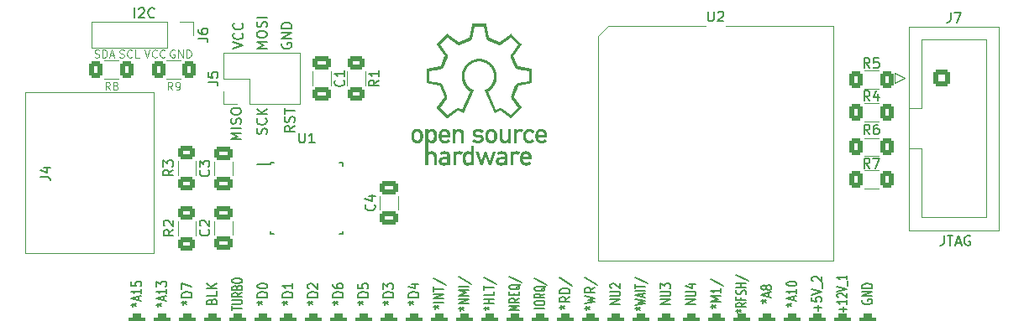
<source format=gto>
G04 #@! TF.GenerationSoftware,KiCad,Pcbnew,7.0.10-148-g62bb553460*
G04 #@! TF.CreationDate,2024-02-04T12:13:55+03:00*
G04 #@! TF.ProjectId,ZX_BUS_Mouse,5a585f42-5553-45f4-9d6f-7573652e6b69,rev?*
G04 #@! TF.SameCoordinates,Original*
G04 #@! TF.FileFunction,Legend,Top*
G04 #@! TF.FilePolarity,Positive*
%FSLAX46Y46*%
G04 Gerber Fmt 4.6, Leading zero omitted, Abs format (unit mm)*
G04 Created by KiCad (PCBNEW 7.0.10-148-g62bb553460) date 2024-02-04 12:13:55*
%MOMM*%
%LPD*%
G01*
G04 APERTURE LIST*
G04 Aperture macros list*
%AMRoundRect*
0 Rectangle with rounded corners*
0 $1 Rounding radius*
0 $2 $3 $4 $5 $6 $7 $8 $9 X,Y pos of 4 corners*
0 Add a 4 corners polygon primitive as box body*
4,1,4,$2,$3,$4,$5,$6,$7,$8,$9,$2,$3,0*
0 Add four circle primitives for the rounded corners*
1,1,$1+$1,$2,$3*
1,1,$1+$1,$4,$5*
1,1,$1+$1,$6,$7*
1,1,$1+$1,$8,$9*
0 Add four rect primitives between the rounded corners*
20,1,$1+$1,$2,$3,$4,$5,0*
20,1,$1+$1,$4,$5,$6,$7,0*
20,1,$1+$1,$6,$7,$8,$9,0*
20,1,$1+$1,$8,$9,$2,$3,0*%
G04 Aperture macros list end*
%ADD10C,0.000000*%
%ADD11C,0.150000*%
%ADD12C,0.100000*%
%ADD13C,0.120000*%
%ADD14RoundRect,0.250000X0.650000X-0.412500X0.650000X0.412500X-0.650000X0.412500X-0.650000X-0.412500X0*%
%ADD15RoundRect,0.250000X-0.400000X-0.625000X0.400000X-0.625000X0.400000X0.625000X-0.400000X0.625000X0*%
%ADD16RoundRect,0.250000X-0.625000X0.400000X-0.625000X-0.400000X0.625000X-0.400000X0.625000X0.400000X0*%
%ADD17RoundRect,0.425000X0.425000X-3.575000X0.425000X3.575000X-0.425000X3.575000X-0.425000X-3.575000X0*%
%ADD18RoundRect,0.250000X0.400000X0.625000X-0.400000X0.625000X-0.400000X-0.625000X0.400000X-0.625000X0*%
%ADD19R,1.600000X1.600000*%
%ADD20C,1.600000*%
%ADD21O,3.500000X2.000000*%
%ADD22O,2.000000X4.000000*%
%ADD23R,1.700000X1.700000*%
%ADD24O,1.700000X1.700000*%
%ADD25RoundRect,0.250000X-0.650000X0.412500X-0.650000X-0.412500X0.650000X-0.412500X0.650000X0.412500X0*%
%ADD26R,1.422400X1.422400*%
%ADD27C,1.422400*%
%ADD28R,1.600000X0.550000*%
%ADD29R,0.550000X1.600000*%
%ADD30RoundRect,0.250000X0.625000X-0.400000X0.625000X0.400000X-0.625000X0.400000X-0.625000X-0.400000X0*%
%ADD31RoundRect,0.250000X-0.600000X-0.600000X0.600000X-0.600000X0.600000X0.600000X-0.600000X0.600000X0*%
%ADD32C,1.700000*%
G04 APERTURE END LIST*
D10*
G36*
X89155887Y-111735071D02*
G01*
X89158909Y-111735295D01*
X89161916Y-111735665D01*
X89164903Y-111736176D01*
X89167867Y-111736825D01*
X89170802Y-111737607D01*
X89173704Y-111738521D01*
X89176568Y-111739560D01*
X89179391Y-111740723D01*
X89182168Y-111742005D01*
X89184893Y-111743402D01*
X89187564Y-111744911D01*
X89190174Y-111746528D01*
X89192721Y-111748250D01*
X89195198Y-111750072D01*
X89197603Y-111751991D01*
X89199930Y-111754004D01*
X89202174Y-111756106D01*
X89204332Y-111758293D01*
X89206399Y-111760563D01*
X89208371Y-111762912D01*
X89210242Y-111765335D01*
X89212009Y-111767829D01*
X89213666Y-111770390D01*
X89215211Y-111773015D01*
X89216637Y-111775700D01*
X89217941Y-111778441D01*
X89219118Y-111781234D01*
X89220163Y-111784077D01*
X89221073Y-111786964D01*
X89221843Y-111789893D01*
X89222467Y-111792859D01*
X89473690Y-113142473D01*
X89474324Y-113145463D01*
X89475095Y-113148464D01*
X89477026Y-113154475D01*
X89479450Y-113160468D01*
X89482333Y-113166403D01*
X89485640Y-113172240D01*
X89489337Y-113177941D01*
X89493392Y-113183467D01*
X89497770Y-113188778D01*
X89502437Y-113193835D01*
X89507359Y-113198598D01*
X89512504Y-113203030D01*
X89517836Y-113207090D01*
X89523322Y-113210739D01*
X89528928Y-113213939D01*
X89531765Y-113215357D01*
X89534620Y-113216649D01*
X89537488Y-113217809D01*
X89540365Y-113218831D01*
X90444922Y-113589115D01*
X90450541Y-113591589D01*
X90456501Y-113593656D01*
X90462748Y-113595318D01*
X90469231Y-113596580D01*
X90475897Y-113597446D01*
X90482692Y-113597918D01*
X90489566Y-113598001D01*
X90496465Y-113597698D01*
X90503338Y-113597013D01*
X90510130Y-113595949D01*
X90516791Y-113594509D01*
X90523268Y-113592699D01*
X90529508Y-113590520D01*
X90535459Y-113587977D01*
X90541068Y-113585074D01*
X90546283Y-113581813D01*
X91673805Y-112808066D01*
X91676345Y-112806411D01*
X91678960Y-112804886D01*
X91681644Y-112803488D01*
X91684392Y-112802218D01*
X91687198Y-112801076D01*
X91690057Y-112800060D01*
X91692962Y-112799171D01*
X91695907Y-112798407D01*
X91698888Y-112797768D01*
X91701898Y-112797253D01*
X91707982Y-112796596D01*
X91714115Y-112796432D01*
X91720249Y-112796755D01*
X91726341Y-112797561D01*
X91732342Y-112798847D01*
X91738208Y-112800609D01*
X91741076Y-112801667D01*
X91743892Y-112802842D01*
X91746652Y-112804133D01*
X91749349Y-112805541D01*
X91751978Y-112807065D01*
X91754533Y-112808704D01*
X91757008Y-112810457D01*
X91759397Y-112812325D01*
X91761695Y-112814306D01*
X91763896Y-112816400D01*
X92713459Y-113765963D01*
X92715553Y-113768164D01*
X92717533Y-113770463D01*
X92719398Y-113772853D01*
X92721149Y-113775330D01*
X92722785Y-113777886D01*
X92724304Y-113780517D01*
X92726995Y-113785979D01*
X92729218Y-113791669D01*
X92730970Y-113797542D01*
X92732247Y-113803551D01*
X92733045Y-113809649D01*
X92733362Y-113815791D01*
X92733193Y-113821931D01*
X92732535Y-113828022D01*
X92731385Y-113834018D01*
X92729740Y-113839874D01*
X92728730Y-113842734D01*
X92727595Y-113845542D01*
X92726334Y-113848292D01*
X92724947Y-113850977D01*
X92723433Y-113853593D01*
X92721793Y-113856133D01*
X91961539Y-114964208D01*
X91958269Y-114969446D01*
X91955367Y-114975064D01*
X91952836Y-114981012D01*
X91950679Y-114987238D01*
X91948901Y-114993692D01*
X91947503Y-115000322D01*
X91946489Y-115007077D01*
X91945862Y-115013907D01*
X91945626Y-115020760D01*
X91945785Y-115027585D01*
X91946340Y-115034331D01*
X91947296Y-115040947D01*
X91948655Y-115047383D01*
X91950422Y-115053587D01*
X91952598Y-115059507D01*
X91955189Y-115065094D01*
X92355160Y-115998226D01*
X92357444Y-116003956D01*
X92360253Y-116009633D01*
X92363546Y-116015224D01*
X92367283Y-116020695D01*
X92371426Y-116026012D01*
X92375934Y-116031142D01*
X92380768Y-116036049D01*
X92385889Y-116040702D01*
X92391255Y-116045065D01*
X92396829Y-116049104D01*
X92402569Y-116052787D01*
X92408438Y-116056079D01*
X92414394Y-116058947D01*
X92420398Y-116061356D01*
X92426411Y-116063272D01*
X92432392Y-116064663D01*
X93737237Y-116307312D01*
X93740197Y-116307951D01*
X93743119Y-116308733D01*
X93745999Y-116309655D01*
X93748836Y-116310711D01*
X93751624Y-116311897D01*
X93754359Y-116313209D01*
X93757039Y-116314643D01*
X93759659Y-116316194D01*
X93764706Y-116319629D01*
X93769469Y-116323479D01*
X93773919Y-116327710D01*
X93778026Y-116332286D01*
X93781760Y-116337171D01*
X93785091Y-116342331D01*
X93787989Y-116347730D01*
X93789267Y-116350508D01*
X93790425Y-116353333D01*
X93791460Y-116356201D01*
X93792368Y-116359105D01*
X93793145Y-116362044D01*
X93793789Y-116365011D01*
X93794294Y-116368003D01*
X93794657Y-116371015D01*
X93794875Y-116374043D01*
X93794943Y-116377082D01*
X93794784Y-117720028D01*
X93794708Y-117723061D01*
X93794483Y-117726084D01*
X93794112Y-117729093D01*
X93793600Y-117732083D01*
X93792950Y-117735050D01*
X93792165Y-117737989D01*
X93791250Y-117740895D01*
X93790208Y-117743765D01*
X93789043Y-117746593D01*
X93787758Y-117749375D01*
X93786359Y-117752106D01*
X93784847Y-117754783D01*
X93783228Y-117757399D01*
X93781504Y-117759951D01*
X93779679Y-117762435D01*
X93777758Y-117764845D01*
X93775744Y-117767177D01*
X93773641Y-117769427D01*
X93771452Y-117771590D01*
X93769181Y-117773661D01*
X93766833Y-117775636D01*
X93764410Y-117777511D01*
X93761916Y-117779280D01*
X93759356Y-117780939D01*
X93756733Y-117782485D01*
X93754050Y-117783911D01*
X93751312Y-117785214D01*
X93748522Y-117786389D01*
X93745685Y-117787432D01*
X93742802Y-117788337D01*
X93739880Y-117789101D01*
X93736920Y-117789719D01*
X92464142Y-118026574D01*
X92461145Y-118027188D01*
X92458143Y-118027941D01*
X92455138Y-118028829D01*
X92452137Y-118029847D01*
X92446163Y-118032255D01*
X92440258Y-118035132D01*
X92434461Y-118038442D01*
X92428809Y-118042151D01*
X92423340Y-118046224D01*
X92418094Y-118050625D01*
X92413106Y-118055320D01*
X92408416Y-118060275D01*
X92404062Y-118065453D01*
X92400082Y-118070821D01*
X92396513Y-118076343D01*
X92393393Y-118081985D01*
X92390761Y-118087711D01*
X92389640Y-118090595D01*
X92388655Y-118093487D01*
X91991305Y-119086071D01*
X91988847Y-119091717D01*
X91986797Y-119097696D01*
X91985153Y-119103957D01*
X91983909Y-119110448D01*
X91983062Y-119117117D01*
X91982608Y-119123912D01*
X91982542Y-119130782D01*
X91982861Y-119137675D01*
X91983560Y-119144539D01*
X91984636Y-119151322D01*
X91986084Y-119157974D01*
X91987900Y-119164441D01*
X91990080Y-119170672D01*
X91992621Y-119176616D01*
X91995517Y-119182220D01*
X91998765Y-119187433D01*
X92721792Y-120240978D01*
X92723446Y-120243518D01*
X92724972Y-120246135D01*
X92726369Y-120248821D01*
X92727639Y-120251572D01*
X92728781Y-120254382D01*
X92729797Y-120257245D01*
X92730687Y-120260154D01*
X92731451Y-120263105D01*
X92732090Y-120266091D01*
X92732604Y-120269107D01*
X92733261Y-120275205D01*
X92733426Y-120281352D01*
X92733103Y-120287502D01*
X92732296Y-120293607D01*
X92731010Y-120299623D01*
X92729249Y-120305502D01*
X92728191Y-120308376D01*
X92727016Y-120311199D01*
X92725724Y-120313964D01*
X92724316Y-120316666D01*
X92722793Y-120319299D01*
X92721154Y-120321857D01*
X92719401Y-120324335D01*
X92717533Y-120326727D01*
X92715552Y-120329026D01*
X92713458Y-120331227D01*
X91763736Y-121280790D01*
X91761549Y-121282870D01*
X91759263Y-121284838D01*
X91756884Y-121286693D01*
X91754418Y-121288434D01*
X91751871Y-121290063D01*
X91749248Y-121291576D01*
X91743799Y-121294259D01*
X91738118Y-121296479D01*
X91732252Y-121298231D01*
X91726246Y-121299512D01*
X91720149Y-121300317D01*
X91714006Y-121300641D01*
X91707864Y-121300482D01*
X91701770Y-121299835D01*
X91695770Y-121298694D01*
X91689911Y-121297057D01*
X91687049Y-121296051D01*
X91684239Y-121294920D01*
X91681489Y-121293662D01*
X91678802Y-121292277D01*
X91676186Y-121290765D01*
X91673646Y-121289125D01*
X90638675Y-120578798D01*
X90633472Y-120575559D01*
X90627900Y-120572720D01*
X90622009Y-120570280D01*
X90615849Y-120568241D01*
X90609472Y-120566604D01*
X90602928Y-120565370D01*
X90596268Y-120564540D01*
X90589542Y-120564114D01*
X90582801Y-120564093D01*
X90576096Y-120564480D01*
X90569477Y-120565273D01*
X90562996Y-120566475D01*
X90556702Y-120568087D01*
X90550647Y-120570108D01*
X90544882Y-120572541D01*
X90539456Y-120575385D01*
X90083050Y-120819066D01*
X90080321Y-120820364D01*
X90077569Y-120821505D01*
X90074799Y-120822490D01*
X90072016Y-120823323D01*
X90069225Y-120824003D01*
X90066430Y-120824534D01*
X90063636Y-120824917D01*
X90060848Y-120825153D01*
X90058071Y-120825245D01*
X90055309Y-120825194D01*
X90052567Y-120825001D01*
X90049849Y-120824670D01*
X90047162Y-120824200D01*
X90044509Y-120823595D01*
X90041894Y-120822855D01*
X90039324Y-120821983D01*
X90036802Y-120820981D01*
X90034334Y-120819849D01*
X90031924Y-120818590D01*
X90029576Y-120817206D01*
X90027297Y-120815698D01*
X90025089Y-120814068D01*
X90022959Y-120812318D01*
X90020910Y-120810449D01*
X90018949Y-120808464D01*
X90017078Y-120806364D01*
X90015304Y-120804150D01*
X90013630Y-120801825D01*
X90012063Y-120799390D01*
X90010605Y-120796847D01*
X90009263Y-120794198D01*
X90008041Y-120791444D01*
X89067050Y-118517509D01*
X89065961Y-118514680D01*
X89065017Y-118511809D01*
X89064216Y-118508899D01*
X89063555Y-118505958D01*
X89063033Y-118502990D01*
X89062647Y-118500000D01*
X89062397Y-118496995D01*
X89062280Y-118493979D01*
X89062294Y-118490958D01*
X89062438Y-118487938D01*
X89062709Y-118484922D01*
X89063106Y-118481919D01*
X89063628Y-118478931D01*
X89064272Y-118475966D01*
X89065036Y-118473027D01*
X89065918Y-118470122D01*
X89066918Y-118467255D01*
X89068032Y-118464431D01*
X89069259Y-118461656D01*
X89070598Y-118458936D01*
X89072046Y-118456275D01*
X89073602Y-118453679D01*
X89075263Y-118451155D01*
X89077028Y-118448706D01*
X89078896Y-118446338D01*
X89080863Y-118444057D01*
X89082929Y-118441869D01*
X89085092Y-118439778D01*
X89087350Y-118437790D01*
X89089700Y-118435910D01*
X89092141Y-118434145D01*
X89094672Y-118432498D01*
X89208893Y-118362569D01*
X89217114Y-118357334D01*
X89225891Y-118351358D01*
X89235059Y-118344771D01*
X89244453Y-118337705D01*
X89253905Y-118330289D01*
X89263252Y-118322653D01*
X89272327Y-118314929D01*
X89280965Y-118307245D01*
X89356577Y-118255490D01*
X89428738Y-118199297D01*
X89497252Y-118138861D01*
X89561921Y-118074378D01*
X89622548Y-118006045D01*
X89678936Y-117934056D01*
X89730889Y-117858608D01*
X89778210Y-117779897D01*
X89820701Y-117698118D01*
X89858166Y-117613467D01*
X89890407Y-117526140D01*
X89917228Y-117436333D01*
X89938432Y-117344241D01*
X89953821Y-117250060D01*
X89963199Y-117153986D01*
X89966369Y-117056216D01*
X89964436Y-116979787D01*
X89958701Y-116904361D01*
X89949256Y-116830033D01*
X89936196Y-116756894D01*
X89919612Y-116685039D01*
X89899599Y-116614561D01*
X89876251Y-116545553D01*
X89849659Y-116478108D01*
X89819918Y-116412319D01*
X89787120Y-116348281D01*
X89751360Y-116286086D01*
X89712731Y-116225827D01*
X89671325Y-116167599D01*
X89627236Y-116111493D01*
X89580558Y-116057604D01*
X89531384Y-116006025D01*
X89479806Y-115956849D01*
X89425920Y-115910169D01*
X89369817Y-115866079D01*
X89311591Y-115824672D01*
X89251335Y-115786042D01*
X89189143Y-115750281D01*
X89125109Y-115717483D01*
X89059324Y-115687741D01*
X88991884Y-115661149D01*
X88922880Y-115637800D01*
X88852407Y-115617787D01*
X88780557Y-115601203D01*
X88707425Y-115588142D01*
X88633103Y-115578698D01*
X88557684Y-115572962D01*
X88481263Y-115571030D01*
X88404841Y-115572962D01*
X88329421Y-115578698D01*
X88255098Y-115588142D01*
X88181964Y-115601203D01*
X88110113Y-115617787D01*
X88039637Y-115637800D01*
X87970631Y-115661149D01*
X87903188Y-115687741D01*
X87837401Y-115717483D01*
X87773363Y-115750281D01*
X87711168Y-115786042D01*
X87650909Y-115824672D01*
X87592679Y-115866079D01*
X87536573Y-115910169D01*
X87482682Y-115956849D01*
X87431101Y-116006025D01*
X87381923Y-116057604D01*
X87335242Y-116111493D01*
X87291149Y-116167599D01*
X87249740Y-116225827D01*
X87211107Y-116286086D01*
X87175344Y-116348281D01*
X87142543Y-116412319D01*
X87112799Y-116478108D01*
X87086205Y-116545553D01*
X87062853Y-116614561D01*
X87042838Y-116685039D01*
X87026253Y-116756894D01*
X87013191Y-116830033D01*
X87003745Y-116904361D01*
X86998010Y-116979787D01*
X86996077Y-117056216D01*
X86996874Y-117105301D01*
X86999248Y-117153986D01*
X87003174Y-117202248D01*
X87008628Y-117250060D01*
X87015585Y-117297399D01*
X87024021Y-117344241D01*
X87033910Y-117390560D01*
X87045229Y-117436333D01*
X87057952Y-117481534D01*
X87072054Y-117526140D01*
X87087512Y-117570126D01*
X87104300Y-117613467D01*
X87122395Y-117656139D01*
X87141770Y-117698118D01*
X87184265Y-117779897D01*
X87231589Y-117858609D01*
X87283544Y-117934057D01*
X87339933Y-118006045D01*
X87400558Y-118074378D01*
X87465223Y-118138861D01*
X87533730Y-118199297D01*
X87605881Y-118255490D01*
X87681480Y-118307245D01*
X87690167Y-118314929D01*
X87699274Y-118322653D01*
X87708639Y-118330289D01*
X87718102Y-118337705D01*
X87727502Y-118344771D01*
X87736677Y-118351357D01*
X87745467Y-118357333D01*
X87753712Y-118362569D01*
X87867932Y-118432498D01*
X87870477Y-118434145D01*
X87872932Y-118435910D01*
X87875293Y-118437790D01*
X87877561Y-118439778D01*
X87879733Y-118441869D01*
X87881807Y-118444057D01*
X87885654Y-118448706D01*
X87889089Y-118453679D01*
X87892097Y-118458936D01*
X87894664Y-118464431D01*
X87896775Y-118470122D01*
X87898417Y-118475966D01*
X87899575Y-118481919D01*
X87900234Y-118487938D01*
X87900381Y-118493979D01*
X87900000Y-118500000D01*
X87899608Y-118502990D01*
X87899079Y-118505958D01*
X87898411Y-118508899D01*
X87897602Y-118511809D01*
X87896651Y-118514680D01*
X87895555Y-118517509D01*
X86954486Y-120791365D01*
X86953263Y-120794119D01*
X86951920Y-120796769D01*
X86950462Y-120799313D01*
X86948892Y-120801749D01*
X86947217Y-120804076D01*
X86945441Y-120806292D01*
X86943569Y-120808394D01*
X86941604Y-120810382D01*
X86939554Y-120812253D01*
X86937421Y-120814005D01*
X86935211Y-120815638D01*
X86932929Y-120817148D01*
X86930579Y-120818535D01*
X86928166Y-120819796D01*
X86925696Y-120820930D01*
X86923172Y-120821934D01*
X86920600Y-120822808D01*
X86917984Y-120823549D01*
X86915330Y-120824156D01*
X86912641Y-120824626D01*
X86909924Y-120824958D01*
X86907182Y-120825150D01*
X86904420Y-120825201D01*
X86901644Y-120825108D01*
X86898857Y-120824870D01*
X86896066Y-120824485D01*
X86893274Y-120823951D01*
X86890486Y-120823267D01*
X86887708Y-120822430D01*
X86884944Y-120821439D01*
X86882198Y-120820292D01*
X86879476Y-120818988D01*
X86423070Y-120575306D01*
X86417657Y-120572463D01*
X86411901Y-120570033D01*
X86405853Y-120568015D01*
X86399564Y-120566408D01*
X86393084Y-120565211D01*
X86386465Y-120564422D01*
X86379758Y-120564040D01*
X86373014Y-120564065D01*
X86366284Y-120564494D01*
X86359619Y-120565326D01*
X86353070Y-120566561D01*
X86346688Y-120568196D01*
X86340524Y-120570231D01*
X86334629Y-120572664D01*
X86329054Y-120575494D01*
X86323851Y-120578720D01*
X85288960Y-121289046D01*
X85286412Y-121290686D01*
X85283790Y-121292198D01*
X85281098Y-121293583D01*
X85278343Y-121294841D01*
X85275530Y-121295973D01*
X85272664Y-121296979D01*
X85269753Y-121297860D01*
X85266800Y-121298616D01*
X85263813Y-121299248D01*
X85260798Y-121299756D01*
X85254702Y-121300403D01*
X85248559Y-121300563D01*
X85242416Y-121300238D01*
X85236319Y-121299433D01*
X85230313Y-121298152D01*
X85224445Y-121296400D01*
X85221577Y-121295349D01*
X85218761Y-121294181D01*
X85216003Y-121292897D01*
X85213308Y-121291498D01*
X85210682Y-121289984D01*
X85208130Y-121288356D01*
X85205660Y-121286614D01*
X85203276Y-121284759D01*
X85200984Y-121282791D01*
X85198790Y-121280712D01*
X84249068Y-120331148D01*
X84246981Y-120328947D01*
X84245006Y-120326648D01*
X84243145Y-120324256D01*
X84241398Y-120321778D01*
X84239764Y-120319220D01*
X84238245Y-120316587D01*
X84235554Y-120311120D01*
X84233328Y-120305424D01*
X84231571Y-120299544D01*
X84230288Y-120293529D01*
X84229482Y-120287423D01*
X84229158Y-120281273D01*
X84229320Y-120275126D01*
X84229973Y-120269029D01*
X84231119Y-120263026D01*
X84232765Y-120257166D01*
X84233775Y-120254303D01*
X84234913Y-120251493D01*
X84236176Y-120248742D01*
X84237567Y-120246056D01*
X84239086Y-120243439D01*
X84240734Y-120240899D01*
X84963681Y-119187354D01*
X84966956Y-119182141D01*
X84969875Y-119176537D01*
X84972432Y-119170593D01*
X84974626Y-119164362D01*
X84976452Y-119157895D01*
X84977906Y-119151244D01*
X84978985Y-119144460D01*
X84979685Y-119137596D01*
X84980003Y-119130704D01*
X84979935Y-119123834D01*
X84979477Y-119117038D01*
X84978627Y-119110370D01*
X84977380Y-119103879D01*
X84975732Y-119097618D01*
X84973680Y-119091639D01*
X84971221Y-119085993D01*
X84573870Y-118093409D01*
X84572892Y-118090516D01*
X84571775Y-118087632D01*
X84569149Y-118081906D01*
X84566028Y-118076264D01*
X84562454Y-118070742D01*
X84558464Y-118065374D01*
X84554098Y-118060196D01*
X84549394Y-118055241D01*
X84544392Y-118050546D01*
X84539131Y-118046145D01*
X84533649Y-118042072D01*
X84527985Y-118038363D01*
X84522178Y-118035053D01*
X84516268Y-118032176D01*
X84510293Y-118029768D01*
X84504293Y-118027863D01*
X84501295Y-118027110D01*
X84498305Y-118026495D01*
X83225527Y-117789641D01*
X83222561Y-117789023D01*
X83219632Y-117788259D01*
X83216745Y-117787353D01*
X83213902Y-117786311D01*
X83211109Y-117785135D01*
X83208368Y-117783832D01*
X83205683Y-117782406D01*
X83203058Y-117780861D01*
X83200496Y-117779201D01*
X83198002Y-117777432D01*
X83193231Y-117773582D01*
X83188773Y-117769348D01*
X83184659Y-117764766D01*
X83180918Y-117759872D01*
X83177579Y-117754704D01*
X83174673Y-117749296D01*
X83172228Y-117743686D01*
X83171188Y-117740816D01*
X83170275Y-117737910D01*
X83169492Y-117734971D01*
X83168844Y-117732004D01*
X83168333Y-117729014D01*
X83167963Y-117726005D01*
X83167738Y-117722982D01*
X83167663Y-117719949D01*
X83167596Y-116587426D01*
X83453413Y-116587426D01*
X83453492Y-117573184D01*
X84549740Y-117777177D01*
X84565121Y-117780495D01*
X84579824Y-117784215D01*
X84593883Y-117788319D01*
X84607334Y-117792788D01*
X84620211Y-117797605D01*
X84632549Y-117802751D01*
X84644382Y-117808208D01*
X84655746Y-117813958D01*
X84666674Y-117819982D01*
X84677201Y-117826262D01*
X84687362Y-117832780D01*
X84697192Y-117839518D01*
X84706725Y-117846457D01*
X84715996Y-117853579D01*
X84725040Y-117860866D01*
X84733890Y-117868300D01*
X84749314Y-117882964D01*
X84756858Y-117890576D01*
X84764276Y-117898413D01*
X84771559Y-117906503D01*
X84778695Y-117914874D01*
X84785675Y-117923555D01*
X84792489Y-117932574D01*
X84799126Y-117941960D01*
X84805576Y-117951740D01*
X84811829Y-117961944D01*
X84817874Y-117972599D01*
X84823702Y-117983734D01*
X84829302Y-117995378D01*
X84834663Y-118007558D01*
X84839777Y-118020303D01*
X85234985Y-119007887D01*
X85239326Y-119018470D01*
X85243256Y-119028880D01*
X85246792Y-119039126D01*
X85249954Y-119049213D01*
X85252763Y-119059147D01*
X85255236Y-119068936D01*
X85257393Y-119078587D01*
X85259254Y-119088105D01*
X85260837Y-119097498D01*
X85262163Y-119106771D01*
X85263250Y-119115933D01*
X85264118Y-119124988D01*
X85265273Y-119142809D01*
X85265782Y-119160287D01*
X85264614Y-119186922D01*
X85263555Y-119200182D01*
X85262120Y-119213436D01*
X85260264Y-119226707D01*
X85257942Y-119240021D01*
X85255110Y-119253399D01*
X85251723Y-119266868D01*
X85247736Y-119280449D01*
X85243104Y-119294169D01*
X85237782Y-119308049D01*
X85231727Y-119322115D01*
X85224892Y-119336390D01*
X85217233Y-119350899D01*
X85208706Y-119365665D01*
X85199266Y-119380711D01*
X84577363Y-120287173D01*
X85274593Y-120984165D01*
X86161767Y-120375201D01*
X86176237Y-120365978D01*
X86190514Y-120357630D01*
X86204610Y-120350116D01*
X86218537Y-120343396D01*
X86232305Y-120337430D01*
X86245928Y-120332176D01*
X86259417Y-120327595D01*
X86272783Y-120323647D01*
X86286039Y-120320289D01*
X86299195Y-120317483D01*
X86312265Y-120315188D01*
X86325259Y-120313363D01*
X86338189Y-120311967D01*
X86351067Y-120310961D01*
X86363905Y-120310304D01*
X86376715Y-120309955D01*
X86397683Y-120310596D01*
X86408317Y-120311281D01*
X86419058Y-120312244D01*
X86429908Y-120313511D01*
X86440873Y-120315109D01*
X86451957Y-120317063D01*
X86463164Y-120319400D01*
X86474499Y-120322147D01*
X86485965Y-120325329D01*
X86497567Y-120328973D01*
X86509309Y-120333105D01*
X86521197Y-120337751D01*
X86533233Y-120342938D01*
X86545422Y-120348692D01*
X86557769Y-120355040D01*
X86788195Y-120478150D01*
X87561545Y-118609028D01*
X87554569Y-118603930D01*
X87547735Y-118598808D01*
X87541022Y-118593654D01*
X87534409Y-118588460D01*
X87527874Y-118583218D01*
X87521395Y-118577920D01*
X87508523Y-118567118D01*
X87420449Y-118505303D01*
X87336402Y-118438328D01*
X87256610Y-118366424D01*
X87181302Y-118289822D01*
X87110704Y-118208751D01*
X87045047Y-118123441D01*
X86984556Y-118034123D01*
X86929462Y-117941028D01*
X86879991Y-117844385D01*
X86836373Y-117744424D01*
X86798834Y-117641376D01*
X86767604Y-117535471D01*
X86742910Y-117426939D01*
X86724980Y-117316011D01*
X86714043Y-117202916D01*
X86710327Y-117087885D01*
X86712660Y-116996740D01*
X86719524Y-116906793D01*
X86730808Y-116818155D01*
X86746401Y-116730938D01*
X86766192Y-116645253D01*
X86790070Y-116561212D01*
X86817924Y-116478924D01*
X86849643Y-116398501D01*
X86885115Y-116320055D01*
X86924229Y-116243697D01*
X86966875Y-116169537D01*
X87012941Y-116097687D01*
X87062315Y-116028257D01*
X87114888Y-115961360D01*
X87170547Y-115897106D01*
X87229182Y-115835606D01*
X87290681Y-115776972D01*
X87354934Y-115721314D01*
X87421829Y-115668744D01*
X87491255Y-115619372D01*
X87563101Y-115573311D01*
X87637256Y-115530670D01*
X87713608Y-115491562D01*
X87792047Y-115456097D01*
X87872462Y-115424386D01*
X87954741Y-115396541D01*
X88038773Y-115372673D01*
X88124447Y-115352892D01*
X88211652Y-115337311D01*
X88300277Y-115326039D01*
X88390211Y-115319189D01*
X88481342Y-115316871D01*
X88572480Y-115319189D01*
X88662420Y-115326039D01*
X88751050Y-115337311D01*
X88838260Y-115352892D01*
X88923937Y-115372673D01*
X89007972Y-115396541D01*
X89090252Y-115424386D01*
X89170668Y-115456097D01*
X89249107Y-115491562D01*
X89325459Y-115530670D01*
X89399612Y-115573311D01*
X89471456Y-115619372D01*
X89540879Y-115668744D01*
X89607770Y-115721314D01*
X89672018Y-115776972D01*
X89733512Y-115835606D01*
X89792141Y-115897106D01*
X89847794Y-115961360D01*
X89900359Y-116028257D01*
X89949726Y-116097687D01*
X89995783Y-116169537D01*
X90038419Y-116243697D01*
X90077524Y-116320055D01*
X90112985Y-116398501D01*
X90144693Y-116478924D01*
X90172535Y-116561212D01*
X90196401Y-116645253D01*
X90216180Y-116730938D01*
X90231760Y-116818155D01*
X90243030Y-116906793D01*
X90249880Y-116996740D01*
X90252198Y-117087885D01*
X90251271Y-117145629D01*
X90248509Y-117202917D01*
X90243940Y-117259722D01*
X90237594Y-117316015D01*
X90229498Y-117371766D01*
X90219682Y-117426947D01*
X90208174Y-117481529D01*
X90195002Y-117535484D01*
X90180195Y-117588782D01*
X90163782Y-117641395D01*
X90126252Y-117744449D01*
X90082639Y-117844417D01*
X90033172Y-117941068D01*
X89978081Y-118034171D01*
X89917594Y-118123495D01*
X89851940Y-118208811D01*
X89781347Y-118289889D01*
X89706044Y-118366496D01*
X89626259Y-118438404D01*
X89542223Y-118505381D01*
X89454162Y-118567197D01*
X89441189Y-118578054D01*
X89434678Y-118583374D01*
X89428127Y-118588629D01*
X89421516Y-118593824D01*
X89414827Y-118598965D01*
X89408041Y-118604057D01*
X89401140Y-118609107D01*
X90174570Y-120478151D01*
X90404995Y-120355040D01*
X90405074Y-120355040D01*
X90417243Y-120348772D01*
X90429258Y-120343079D01*
X90441127Y-120337935D01*
X90452858Y-120333317D01*
X90464459Y-120329200D01*
X90475937Y-120325560D01*
X90487301Y-120322371D01*
X90498558Y-120319609D01*
X90509717Y-120317250D01*
X90520785Y-120315270D01*
X90531770Y-120313643D01*
X90542681Y-120312345D01*
X90553524Y-120311352D01*
X90564309Y-120310639D01*
X90585732Y-120309955D01*
X90598408Y-120310289D01*
X90611141Y-120310932D01*
X90623941Y-120311923D01*
X90636816Y-120313302D01*
X90649775Y-120315112D01*
X90662827Y-120317390D01*
X90675982Y-120320179D01*
X90689247Y-120323518D01*
X90702632Y-120327448D01*
X90716147Y-120332009D01*
X90729799Y-120337241D01*
X90743598Y-120343185D01*
X90757553Y-120349880D01*
X90771672Y-120357369D01*
X90785966Y-120365690D01*
X90800441Y-120374884D01*
X91688172Y-120984167D01*
X92385243Y-120287175D01*
X91763418Y-119381030D01*
X91753897Y-119365951D01*
X91745307Y-119351148D01*
X91737600Y-119336600D01*
X91730732Y-119322284D01*
X91724654Y-119308176D01*
X91719321Y-119294255D01*
X91714686Y-119280496D01*
X91710703Y-119266879D01*
X91707326Y-119253380D01*
X91704508Y-119239976D01*
X91702203Y-119226645D01*
X91700364Y-119213364D01*
X91698945Y-119200111D01*
X91697899Y-119186862D01*
X91697181Y-119173595D01*
X91696743Y-119160288D01*
X91697178Y-119143178D01*
X91698243Y-119125621D01*
X91700113Y-119107558D01*
X91701405Y-119098318D01*
X91702964Y-119088930D01*
X91704813Y-119079385D01*
X91706973Y-119069676D01*
X91709466Y-119059797D01*
X91712314Y-119049738D01*
X91715540Y-119039494D01*
X91719165Y-119029056D01*
X91723211Y-119018418D01*
X91727700Y-119007571D01*
X92122272Y-118022130D01*
X92127357Y-118009306D01*
X92132693Y-117997042D01*
X92138270Y-117985308D01*
X92144079Y-117974078D01*
X92150110Y-117963324D01*
X92156354Y-117953020D01*
X92162801Y-117943136D01*
X92169442Y-117933647D01*
X92176267Y-117924523D01*
X92183267Y-117915739D01*
X92190431Y-117907267D01*
X92197752Y-117899079D01*
X92205218Y-117891147D01*
X92212821Y-117883445D01*
X92220551Y-117875945D01*
X92228398Y-117868619D01*
X92246233Y-117853835D01*
X92255492Y-117846681D01*
X92265021Y-117839710D01*
X92274852Y-117832941D01*
X92285016Y-117826393D01*
X92295546Y-117820086D01*
X92306473Y-117814038D01*
X92317829Y-117808268D01*
X92329645Y-117802795D01*
X92341954Y-117797638D01*
X92354787Y-117792817D01*
X92368175Y-117788349D01*
X92382151Y-117784254D01*
X92396746Y-117780550D01*
X92411992Y-117777258D01*
X93509114Y-117573106D01*
X93509114Y-116587427D01*
X92379767Y-116377401D01*
X92364725Y-116374100D01*
X92350352Y-116370428D01*
X92336612Y-116366401D01*
X92323471Y-116362037D01*
X92310892Y-116357351D01*
X92298840Y-116352359D01*
X92287278Y-116347078D01*
X92276172Y-116341523D01*
X92265485Y-116335713D01*
X92255182Y-116329661D01*
X92245228Y-116323386D01*
X92235585Y-116316902D01*
X92226220Y-116310227D01*
X92217095Y-116303377D01*
X92208176Y-116296368D01*
X92199426Y-116289215D01*
X92184082Y-116275135D01*
X92176567Y-116267828D01*
X92169167Y-116260304D01*
X92161892Y-116252535D01*
X92154748Y-116244493D01*
X92147744Y-116236148D01*
X92140888Y-116227471D01*
X92134188Y-116218435D01*
X92127653Y-116209010D01*
X92121290Y-116199168D01*
X92115108Y-116188879D01*
X92109115Y-116178116D01*
X92103319Y-116166849D01*
X92097728Y-116155049D01*
X92092350Y-116142689D01*
X92092269Y-116142689D01*
X91692380Y-115209557D01*
X91687896Y-115199098D01*
X91683812Y-115188760D01*
X91680110Y-115178538D01*
X91676776Y-115168425D01*
X91673792Y-115158415D01*
X91671144Y-115148500D01*
X91668816Y-115138674D01*
X91666790Y-115128931D01*
X91665052Y-115119265D01*
X91663586Y-115109668D01*
X91662375Y-115100134D01*
X91661404Y-115090658D01*
X91660656Y-115081231D01*
X91660117Y-115071848D01*
X91659597Y-115053188D01*
X91660722Y-115026953D01*
X91661752Y-115013806D01*
X91663154Y-115000622D01*
X91664975Y-114987385D01*
X91667260Y-114974082D01*
X91670056Y-114960699D01*
X91673408Y-114947222D01*
X91677364Y-114933637D01*
X91681968Y-114919931D01*
X91687267Y-114906088D01*
X91693307Y-114892096D01*
X91700133Y-114877940D01*
X91707793Y-114863607D01*
X91716332Y-114849082D01*
X91725795Y-114834351D01*
X92385005Y-113873675D01*
X91688013Y-113176525D01*
X90707573Y-113849466D01*
X90692402Y-113858965D01*
X90677530Y-113867523D01*
X90662934Y-113875189D01*
X90648590Y-113882009D01*
X90634474Y-113888034D01*
X90620562Y-113893310D01*
X90606830Y-113897887D01*
X90593253Y-113901813D01*
X90579809Y-113905137D01*
X90566473Y-113907905D01*
X90553221Y-113910168D01*
X90540030Y-113911973D01*
X90526874Y-113913369D01*
X90513731Y-113914404D01*
X90487387Y-113915585D01*
X90469752Y-113915076D01*
X90451914Y-113913924D01*
X90433789Y-113911978D01*
X90424593Y-113910660D01*
X90415295Y-113909086D01*
X90405882Y-113907238D01*
X90396346Y-113905097D01*
X90386675Y-113902643D01*
X90376860Y-113899858D01*
X90366889Y-113896722D01*
X90356752Y-113893218D01*
X90346439Y-113889325D01*
X90335940Y-113885026D01*
X89434557Y-113516011D01*
X89421661Y-113510725D01*
X89409354Y-113505201D01*
X89397607Y-113499448D01*
X89386390Y-113493477D01*
X89375673Y-113487298D01*
X89365426Y-113480919D01*
X89355619Y-113474351D01*
X89346222Y-113467602D01*
X89337206Y-113460684D01*
X89328541Y-113453605D01*
X89320196Y-113446375D01*
X89312142Y-113439004D01*
X89304349Y-113431501D01*
X89296787Y-113423876D01*
X89289426Y-113416139D01*
X89282236Y-113408299D01*
X89267850Y-113390585D01*
X89260897Y-113381426D01*
X89254124Y-113372016D01*
X89247547Y-113362321D01*
X89241181Y-113352303D01*
X89235042Y-113341927D01*
X89229145Y-113331157D01*
X89223505Y-113319956D01*
X89218139Y-113308288D01*
X89213061Y-113296117D01*
X89208288Y-113283407D01*
X89203833Y-113270121D01*
X89199714Y-113256224D01*
X89195945Y-113241680D01*
X89192543Y-113226451D01*
X88974103Y-112052495D01*
X87988424Y-112052495D01*
X87769825Y-113227563D01*
X87766492Y-113242527D01*
X87762785Y-113256845D01*
X87758718Y-113270549D01*
X87754309Y-113283673D01*
X87749572Y-113296252D01*
X87744525Y-113308318D01*
X87739183Y-113319905D01*
X87733561Y-113331048D01*
X87727676Y-113341779D01*
X87721544Y-113352133D01*
X87715180Y-113362144D01*
X87708601Y-113371844D01*
X87701823Y-113381268D01*
X87694860Y-113390450D01*
X87687731Y-113399423D01*
X87680449Y-113408220D01*
X87666005Y-113423692D01*
X87658488Y-113431274D01*
X87650737Y-113438740D01*
X87642723Y-113446079D01*
X87634418Y-113453282D01*
X87625793Y-113460337D01*
X87616820Y-113467235D01*
X87607470Y-113473966D01*
X87597715Y-113480520D01*
X87587527Y-113486885D01*
X87576876Y-113493052D01*
X87565734Y-113499011D01*
X87554074Y-113504751D01*
X87541865Y-113510263D01*
X87529081Y-113515535D01*
X86627857Y-113884391D01*
X86617233Y-113888775D01*
X86606787Y-113892743D01*
X86596513Y-113896314D01*
X86586401Y-113899507D01*
X86576444Y-113902340D01*
X86566636Y-113904834D01*
X86556967Y-113907007D01*
X86547430Y-113908878D01*
X86538018Y-113910466D01*
X86528723Y-113911791D01*
X86519538Y-113912870D01*
X86510454Y-113913725D01*
X86492560Y-113914833D01*
X86474981Y-113915268D01*
X86448457Y-113914158D01*
X86435264Y-113913147D01*
X86422081Y-113911768D01*
X86408881Y-113909972D01*
X86395636Y-113907714D01*
X86382321Y-113904944D01*
X86368906Y-113901615D01*
X86355366Y-113897680D01*
X86341674Y-113893091D01*
X86327801Y-113887800D01*
X86313722Y-113881759D01*
X86299409Y-113874921D01*
X86284835Y-113867239D01*
X86269972Y-113858663D01*
X86254795Y-113849148D01*
X85274672Y-113176445D01*
X84577601Y-113873516D01*
X85237684Y-114835303D01*
X85246965Y-114850223D01*
X85255342Y-114864873D01*
X85262860Y-114879273D01*
X85269563Y-114893444D01*
X85275495Y-114907406D01*
X85280702Y-114921180D01*
X85285229Y-114934786D01*
X85289118Y-114948244D01*
X85292417Y-114961574D01*
X85295168Y-114974798D01*
X85297418Y-114987934D01*
X85299209Y-115001005D01*
X85300588Y-115014029D01*
X85301598Y-115027027D01*
X85302284Y-115040020D01*
X85302692Y-115053029D01*
X85302158Y-115072152D01*
X85300819Y-115091462D01*
X85299803Y-115101206D01*
X85298531Y-115111020D01*
X85296987Y-115120911D01*
X85295151Y-115130886D01*
X85293007Y-115140953D01*
X85290536Y-115151120D01*
X85287720Y-115161394D01*
X85284542Y-115171782D01*
X85280984Y-115182293D01*
X85277027Y-115192934D01*
X85272654Y-115203713D01*
X85267846Y-115214636D01*
X84870177Y-116142530D01*
X84870019Y-116142450D01*
X84864669Y-116154798D01*
X84859102Y-116166587D01*
X84853328Y-116177848D01*
X84847353Y-116188607D01*
X84841188Y-116198894D01*
X84834840Y-116208737D01*
X84828318Y-116218164D01*
X84821630Y-116227203D01*
X84814784Y-116235884D01*
X84807791Y-116244233D01*
X84800656Y-116252281D01*
X84793391Y-116260054D01*
X84786002Y-116267582D01*
X84778498Y-116274893D01*
X84770888Y-116282015D01*
X84763180Y-116288977D01*
X84745439Y-116303190D01*
X84736270Y-116310061D01*
X84726858Y-116316753D01*
X84717168Y-116323249D01*
X84707165Y-116329534D01*
X84696816Y-116335591D01*
X84686087Y-116341404D01*
X84674942Y-116346956D01*
X84663349Y-116352232D01*
X84651272Y-116357214D01*
X84638678Y-116361888D01*
X84625532Y-116366235D01*
X84611800Y-116370241D01*
X84597449Y-116373889D01*
X84582443Y-116377162D01*
X83453413Y-116587426D01*
X83167596Y-116587426D01*
X83167583Y-116377003D01*
X83167659Y-116373971D01*
X83167883Y-116370950D01*
X83168251Y-116367944D01*
X83168761Y-116364958D01*
X83169408Y-116361996D01*
X83170189Y-116359063D01*
X83171100Y-116356163D01*
X83172138Y-116353300D01*
X83173298Y-116350479D01*
X83174577Y-116347704D01*
X83175972Y-116344980D01*
X83177479Y-116342312D01*
X83179093Y-116339702D01*
X83180813Y-116337157D01*
X83182633Y-116334680D01*
X83184550Y-116332276D01*
X83186561Y-116329949D01*
X83188661Y-116327703D01*
X83190848Y-116325544D01*
X83193117Y-116323475D01*
X83195465Y-116321501D01*
X83197888Y-116319626D01*
X83200383Y-116317855D01*
X83202945Y-116316192D01*
X83205572Y-116314642D01*
X83208259Y-116313209D01*
X83211003Y-116311897D01*
X83213800Y-116310710D01*
X83216647Y-116309655D01*
X83219540Y-116308733D01*
X83222474Y-116307951D01*
X83225448Y-116307312D01*
X84530214Y-116064663D01*
X84533213Y-116064035D01*
X84536223Y-116063272D01*
X84542258Y-116061356D01*
X84548279Y-116058947D01*
X84554247Y-116056079D01*
X84560124Y-116052787D01*
X84565869Y-116049104D01*
X84571443Y-116045065D01*
X84576807Y-116040702D01*
X84581922Y-116036049D01*
X84586749Y-116031142D01*
X84591247Y-116026012D01*
X84595378Y-116020695D01*
X84599103Y-116015224D01*
X84602382Y-116009633D01*
X84605176Y-116003956D01*
X84606379Y-116001095D01*
X84607446Y-115998226D01*
X85007496Y-115065094D01*
X85010072Y-115059507D01*
X85012237Y-115053587D01*
X85013994Y-115047383D01*
X85015345Y-115040947D01*
X85016296Y-115034331D01*
X85016848Y-115027585D01*
X85017006Y-115020760D01*
X85016773Y-115013907D01*
X85016152Y-115007077D01*
X85015146Y-115000322D01*
X85013759Y-114993692D01*
X85011994Y-114987238D01*
X85009855Y-114981012D01*
X85007345Y-114975064D01*
X85004467Y-114969446D01*
X85001225Y-114964208D01*
X84240892Y-113856133D01*
X84239238Y-113853593D01*
X84237713Y-113850977D01*
X84236317Y-113848292D01*
X84235048Y-113845542D01*
X84233907Y-113842734D01*
X84232894Y-113839874D01*
X84232006Y-113836967D01*
X84231244Y-113834018D01*
X84230608Y-113831035D01*
X84230096Y-113828022D01*
X84229444Y-113821931D01*
X84229284Y-113815791D01*
X84229611Y-113809649D01*
X84230421Y-113803551D01*
X84231709Y-113797542D01*
X84233471Y-113791669D01*
X84234528Y-113788799D01*
X84235702Y-113785979D01*
X84236992Y-113783217D01*
X84238397Y-113780517D01*
X84239918Y-113777886D01*
X84241553Y-113775330D01*
X84243302Y-113772853D01*
X84245164Y-113770463D01*
X84247139Y-113768164D01*
X84249226Y-113765963D01*
X85198870Y-112816400D01*
X85201064Y-112814306D01*
X85203356Y-112812325D01*
X85205740Y-112810457D01*
X85208210Y-112808704D01*
X85210761Y-112807065D01*
X85213387Y-112805541D01*
X85218841Y-112802842D01*
X85224525Y-112800609D01*
X85230393Y-112798848D01*
X85236399Y-112797561D01*
X85242496Y-112796755D01*
X85248639Y-112796432D01*
X85254782Y-112796597D01*
X85260877Y-112797254D01*
X85266880Y-112798407D01*
X85272744Y-112800060D01*
X85275610Y-112801076D01*
X85278423Y-112802219D01*
X85281178Y-112803488D01*
X85283870Y-112804886D01*
X85286493Y-112806411D01*
X85289040Y-112808066D01*
X86416482Y-113581813D01*
X86421683Y-113585074D01*
X86427280Y-113587977D01*
X86433221Y-113590520D01*
X86439452Y-113592699D01*
X86445922Y-113594509D01*
X86452579Y-113595949D01*
X86459369Y-113597013D01*
X86466240Y-113597698D01*
X86473140Y-113598001D01*
X86480017Y-113597918D01*
X86486817Y-113597446D01*
X86493489Y-113596581D01*
X86499980Y-113595319D01*
X86506238Y-113593656D01*
X86512210Y-113591590D01*
X86517844Y-113589116D01*
X87422481Y-113218831D01*
X87428239Y-113216649D01*
X87433940Y-113213939D01*
X87439553Y-113210739D01*
X87445043Y-113207090D01*
X87450376Y-113203030D01*
X87455520Y-113198598D01*
X87460441Y-113193835D01*
X87465105Y-113188778D01*
X87469478Y-113183467D01*
X87473528Y-113177941D01*
X87477221Y-113172240D01*
X87480523Y-113166403D01*
X87483401Y-113160468D01*
X87485822Y-113154475D01*
X87487751Y-113148464D01*
X87489155Y-113142473D01*
X87740298Y-111792859D01*
X87740923Y-111789893D01*
X87741692Y-111786964D01*
X87742602Y-111784077D01*
X87743647Y-111781234D01*
X87744824Y-111778441D01*
X87746128Y-111775700D01*
X87747554Y-111773015D01*
X87749097Y-111770390D01*
X87750755Y-111767829D01*
X87752521Y-111765335D01*
X87756362Y-111760563D01*
X87760584Y-111756106D01*
X87765152Y-111751991D01*
X87770030Y-111748250D01*
X87775182Y-111744911D01*
X87780572Y-111742005D01*
X87783344Y-111740723D01*
X87786163Y-111739560D01*
X87789023Y-111738521D01*
X87791921Y-111737607D01*
X87794850Y-111736825D01*
X87797808Y-111736176D01*
X87800790Y-111735665D01*
X87803790Y-111735295D01*
X87806805Y-111735071D01*
X87809830Y-111734995D01*
X89152855Y-111734995D01*
X89155887Y-111735071D01*
G37*
G36*
X83752461Y-122392157D02*
G01*
X83783459Y-122394839D01*
X83813348Y-122399218D01*
X83842132Y-122405219D01*
X83869815Y-122412770D01*
X83896400Y-122421795D01*
X83921891Y-122432220D01*
X83946292Y-122443972D01*
X83969606Y-122456975D01*
X83991838Y-122471157D01*
X84012991Y-122486442D01*
X84033068Y-122502756D01*
X84052074Y-122520026D01*
X84070012Y-122538177D01*
X84086886Y-122557135D01*
X84102700Y-122576825D01*
X84116799Y-122595767D01*
X84129629Y-122614900D01*
X84141242Y-122634618D01*
X84151686Y-122655311D01*
X84156485Y-122666145D01*
X84161010Y-122677371D01*
X84165268Y-122689035D01*
X84169264Y-122701189D01*
X84173005Y-122713880D01*
X84176497Y-122727157D01*
X84182760Y-122755667D01*
X84188100Y-122787109D01*
X84192568Y-122821876D01*
X84196213Y-122860358D01*
X84199085Y-122902948D01*
X84201232Y-122950037D01*
X84202705Y-123002016D01*
X84203552Y-123059277D01*
X84203824Y-123122211D01*
X84202705Y-123241443D01*
X84199085Y-123339798D01*
X84196213Y-123382113D01*
X84192568Y-123420368D01*
X84188100Y-123454950D01*
X84182760Y-123486245D01*
X84176497Y-123514640D01*
X84169264Y-123540521D01*
X84161010Y-123564275D01*
X84151685Y-123586287D01*
X84141242Y-123606946D01*
X84129629Y-123626636D01*
X84116799Y-123645745D01*
X84102700Y-123664660D01*
X84086886Y-123684350D01*
X84070012Y-123703308D01*
X84052074Y-123721459D01*
X84033068Y-123738729D01*
X84012991Y-123755043D01*
X83991838Y-123770328D01*
X83969606Y-123784510D01*
X83946292Y-123797513D01*
X83921891Y-123809265D01*
X83909282Y-123814648D01*
X83896399Y-123819690D01*
X83883244Y-123824382D01*
X83869814Y-123828715D01*
X83856111Y-123832679D01*
X83842132Y-123836266D01*
X83827878Y-123839465D01*
X83813348Y-123842267D01*
X83798542Y-123844664D01*
X83783459Y-123846646D01*
X83768099Y-123848204D01*
X83752461Y-123849328D01*
X83736545Y-123850009D01*
X83720351Y-123850238D01*
X83693294Y-123849456D01*
X83666929Y-123847141D01*
X83641225Y-123843345D01*
X83616146Y-123838115D01*
X83591661Y-123831501D01*
X83567737Y-123823554D01*
X83544340Y-123814321D01*
X83521437Y-123803853D01*
X83498996Y-123792200D01*
X83476983Y-123779409D01*
X83455365Y-123765532D01*
X83434110Y-123750616D01*
X83413183Y-123734713D01*
X83392554Y-123717870D01*
X83372187Y-123700138D01*
X83352051Y-123681566D01*
X83351019Y-124811073D01*
X83369330Y-124790656D01*
X83388416Y-124771555D01*
X83408259Y-124753770D01*
X83428844Y-124737301D01*
X83450153Y-124722148D01*
X83472170Y-124708311D01*
X83494878Y-124695791D01*
X83518262Y-124684588D01*
X83542304Y-124674702D01*
X83566989Y-124666134D01*
X83592299Y-124658883D01*
X83618217Y-124652950D01*
X83644729Y-124648335D01*
X83671816Y-124645038D01*
X83699463Y-124643060D01*
X83727653Y-124642400D01*
X83748556Y-124642902D01*
X83769588Y-124644405D01*
X83790697Y-124646905D01*
X83811830Y-124650399D01*
X83832937Y-124654883D01*
X83853965Y-124660353D01*
X83874862Y-124666807D01*
X83895576Y-124674240D01*
X83916055Y-124682649D01*
X83936247Y-124692029D01*
X83956101Y-124702379D01*
X83975564Y-124713693D01*
X83994584Y-124725969D01*
X84013109Y-124739202D01*
X84031087Y-124753390D01*
X84048467Y-124768528D01*
X84065196Y-124784613D01*
X84081223Y-124801641D01*
X84096495Y-124819609D01*
X84110960Y-124838513D01*
X84124567Y-124858349D01*
X84137263Y-124879115D01*
X84148997Y-124900806D01*
X84159716Y-124923418D01*
X84169369Y-124946949D01*
X84177903Y-124971394D01*
X84185267Y-124996749D01*
X84191409Y-125023013D01*
X84196276Y-125050179D01*
X84199817Y-125078246D01*
X84201980Y-125107209D01*
X84202713Y-125137066D01*
X84202713Y-126084485D01*
X83916010Y-126084485D01*
X83916010Y-125235571D01*
X83915658Y-125217617D01*
X83914613Y-125200147D01*
X83912890Y-125183167D01*
X83910503Y-125166682D01*
X83907467Y-125150699D01*
X83903798Y-125135222D01*
X83899509Y-125120258D01*
X83894617Y-125105811D01*
X83889136Y-125091888D01*
X83883081Y-125078494D01*
X83876467Y-125065636D01*
X83869309Y-125053317D01*
X83861622Y-125041545D01*
X83853420Y-125030324D01*
X83844719Y-125019661D01*
X83835534Y-125009561D01*
X83825879Y-125000029D01*
X83815769Y-124991071D01*
X83805220Y-124982693D01*
X83794246Y-124974901D01*
X83782863Y-124967700D01*
X83771084Y-124961095D01*
X83758925Y-124955093D01*
X83746402Y-124949699D01*
X83733528Y-124944918D01*
X83720319Y-124940756D01*
X83706790Y-124937220D01*
X83692956Y-124934313D01*
X83678831Y-124932043D01*
X83664431Y-124930414D01*
X83649770Y-124929433D01*
X83634864Y-124929105D01*
X83619705Y-124929433D01*
X83604809Y-124930414D01*
X83590188Y-124932043D01*
X83575858Y-124934313D01*
X83561833Y-124937220D01*
X83548128Y-124940756D01*
X83534756Y-124944918D01*
X83521732Y-124949699D01*
X83509071Y-124955093D01*
X83496787Y-124961095D01*
X83484894Y-124967700D01*
X83473407Y-124974901D01*
X83462340Y-124982694D01*
X83451707Y-124991072D01*
X83441523Y-125000029D01*
X83431803Y-125009561D01*
X83422560Y-125019661D01*
X83413809Y-125030325D01*
X83405565Y-125041545D01*
X83397841Y-125053318D01*
X83390653Y-125065636D01*
X83384014Y-125078495D01*
X83377939Y-125091889D01*
X83372443Y-125105812D01*
X83367539Y-125120258D01*
X83363242Y-125135222D01*
X83359567Y-125150699D01*
X83356528Y-125166683D01*
X83354140Y-125183167D01*
X83352415Y-125200147D01*
X83351370Y-125217617D01*
X83351019Y-125235571D01*
X83351019Y-126084487D01*
X83064237Y-126084487D01*
X83064237Y-123122131D01*
X83352051Y-123122131D01*
X83353176Y-123200031D01*
X83355108Y-123239089D01*
X83358420Y-123277697D01*
X83363461Y-123315464D01*
X83370582Y-123351999D01*
X83380132Y-123386911D01*
X83385928Y-123403636D01*
X83392463Y-123419808D01*
X83399780Y-123435379D01*
X83407924Y-123450300D01*
X83416937Y-123464522D01*
X83426864Y-123477996D01*
X83437749Y-123490672D01*
X83449635Y-123502503D01*
X83462567Y-123513439D01*
X83476587Y-123523432D01*
X83491739Y-123532432D01*
X83508069Y-123540391D01*
X83525618Y-123547259D01*
X83544431Y-123552989D01*
X83564552Y-123557530D01*
X83586024Y-123560834D01*
X83608891Y-123562853D01*
X83633197Y-123563536D01*
X83657756Y-123562892D01*
X83680860Y-123560988D01*
X83702553Y-123557864D01*
X83722881Y-123553562D01*
X83741886Y-123548123D01*
X83759614Y-123541588D01*
X83776109Y-123533999D01*
X83791414Y-123525396D01*
X83805575Y-123515822D01*
X83818635Y-123505317D01*
X83830638Y-123493922D01*
X83841630Y-123481679D01*
X83851654Y-123468628D01*
X83860755Y-123454812D01*
X83868976Y-123440271D01*
X83876363Y-123425046D01*
X83882958Y-123409180D01*
X83888808Y-123392712D01*
X83893955Y-123375684D01*
X83898445Y-123358137D01*
X83902321Y-123340114D01*
X83905627Y-123321654D01*
X83910710Y-123283590D01*
X83914046Y-123244276D01*
X83915991Y-123204042D01*
X83916898Y-123163217D01*
X83917122Y-123122131D01*
X83915991Y-123039258D01*
X83914046Y-122998639D01*
X83910710Y-122958999D01*
X83905627Y-122920663D01*
X83898445Y-122883956D01*
X83888808Y-122849202D01*
X83882958Y-122832659D01*
X83876363Y-122816726D01*
X83868976Y-122801444D01*
X83860755Y-122786854D01*
X83851654Y-122772996D01*
X83841630Y-122759911D01*
X83830638Y-122747639D01*
X83818635Y-122736221D01*
X83805575Y-122725698D01*
X83791414Y-122716110D01*
X83776109Y-122707497D01*
X83759614Y-122699902D01*
X83741886Y-122693363D01*
X83722881Y-122687922D01*
X83702553Y-122683620D01*
X83680860Y-122680496D01*
X83657756Y-122678593D01*
X83633197Y-122677949D01*
X83608898Y-122678633D01*
X83586037Y-122680652D01*
X83564570Y-122683958D01*
X83544454Y-122688502D01*
X83525644Y-122694236D01*
X83508098Y-122701113D01*
X83491771Y-122709082D01*
X83476620Y-122718097D01*
X83462601Y-122728108D01*
X83449671Y-122739067D01*
X83437784Y-122750926D01*
X83426899Y-122763637D01*
X83416971Y-122777150D01*
X83407956Y-122791418D01*
X83399812Y-122806393D01*
X83392493Y-122822025D01*
X83385956Y-122838267D01*
X83380158Y-122855069D01*
X83375055Y-122872385D01*
X83370602Y-122890165D01*
X83366758Y-122908361D01*
X83363477Y-122926924D01*
X83358431Y-122964960D01*
X83355115Y-123003886D01*
X83353180Y-123043315D01*
X83352275Y-123082858D01*
X83352051Y-123122131D01*
X83064237Y-123122131D01*
X83064237Y-122408153D01*
X83352051Y-122408153D01*
X83352051Y-122557140D01*
X83369414Y-122539057D01*
X83387723Y-122521753D01*
X83406935Y-122505282D01*
X83427011Y-122489696D01*
X83447909Y-122475050D01*
X83469588Y-122461397D01*
X83492008Y-122448791D01*
X83515127Y-122437284D01*
X83538905Y-122426931D01*
X83563300Y-122417784D01*
X83588272Y-122409899D01*
X83613780Y-122403327D01*
X83639783Y-122398122D01*
X83666239Y-122394338D01*
X83693109Y-122392029D01*
X83720351Y-122391247D01*
X83752461Y-122392157D01*
G37*
G36*
X94758794Y-122391847D02*
G01*
X94787875Y-122393877D01*
X94816627Y-122397237D01*
X94845008Y-122401910D01*
X94872974Y-122407878D01*
X94900485Y-122415124D01*
X94927497Y-122423628D01*
X94953967Y-122433373D01*
X94979855Y-122444342D01*
X95005117Y-122456515D01*
X95029711Y-122469876D01*
X95053595Y-122484405D01*
X95076727Y-122500086D01*
X95099064Y-122516900D01*
X95120563Y-122534829D01*
X95141183Y-122553856D01*
X95160882Y-122573962D01*
X95179616Y-122595128D01*
X95197343Y-122617339D01*
X95214022Y-122640574D01*
X95229610Y-122664817D01*
X95244065Y-122690049D01*
X95257343Y-122716253D01*
X95269404Y-122743410D01*
X95280204Y-122771502D01*
X95289701Y-122800512D01*
X95297854Y-122830421D01*
X95304619Y-122861212D01*
X95309954Y-122892866D01*
X95313818Y-122925366D01*
X95316167Y-122958693D01*
X95316959Y-122992830D01*
X95316959Y-123228969D01*
X94428673Y-123228969D01*
X94429090Y-123250509D01*
X94430331Y-123271373D01*
X94432377Y-123291561D01*
X94435214Y-123311072D01*
X94438825Y-123329905D01*
X94443193Y-123348061D01*
X94448302Y-123365538D01*
X94454136Y-123382336D01*
X94460677Y-123398455D01*
X94467911Y-123413893D01*
X94475819Y-123428651D01*
X94484387Y-123442729D01*
X94493597Y-123456124D01*
X94503432Y-123468837D01*
X94513878Y-123480868D01*
X94524916Y-123492216D01*
X94536531Y-123502880D01*
X94548707Y-123512859D01*
X94561426Y-123522154D01*
X94574673Y-123530764D01*
X94588431Y-123538688D01*
X94602683Y-123545926D01*
X94617414Y-123552477D01*
X94632606Y-123558340D01*
X94648244Y-123563516D01*
X94664310Y-123568003D01*
X94680789Y-123571802D01*
X94697664Y-123574911D01*
X94714919Y-123577329D01*
X94732537Y-123579058D01*
X94750501Y-123580095D01*
X94768796Y-123580441D01*
X94789437Y-123579851D01*
X94810211Y-123578095D01*
X94831058Y-123575194D01*
X94851916Y-123571167D01*
X94872724Y-123566037D01*
X94893421Y-123559822D01*
X94913944Y-123552546D01*
X94934233Y-123544227D01*
X94954226Y-123534887D01*
X94973862Y-123524546D01*
X94993080Y-123513225D01*
X95011817Y-123500945D01*
X95030013Y-123487727D01*
X95047606Y-123473590D01*
X95064536Y-123458557D01*
X95080740Y-123442647D01*
X95288782Y-123619653D01*
X95261966Y-123649110D01*
X95234206Y-123676367D01*
X95205553Y-123701467D01*
X95176056Y-123724451D01*
X95145765Y-123745359D01*
X95114730Y-123764233D01*
X95083000Y-123781115D01*
X95050627Y-123796044D01*
X95017659Y-123809063D01*
X94984147Y-123820213D01*
X94950140Y-123829534D01*
X94915688Y-123837069D01*
X94880842Y-123842857D01*
X94845650Y-123846941D01*
X94810163Y-123849361D01*
X94774432Y-123850158D01*
X94719139Y-123848436D01*
X94663296Y-123842973D01*
X94607472Y-123833324D01*
X94552234Y-123819047D01*
X94498150Y-123799696D01*
X94471718Y-123787979D01*
X94445789Y-123774827D01*
X94420431Y-123760184D01*
X94395718Y-123743995D01*
X94371719Y-123726205D01*
X94348506Y-123706758D01*
X94326149Y-123685598D01*
X94304720Y-123662669D01*
X94284290Y-123637917D01*
X94264930Y-123611286D01*
X94246710Y-123582719D01*
X94229702Y-123552163D01*
X94213977Y-123519560D01*
X94199606Y-123484856D01*
X94186659Y-123447996D01*
X94175208Y-123408922D01*
X94165324Y-123367581D01*
X94157078Y-123323916D01*
X94150541Y-123277872D01*
X94145784Y-123229393D01*
X94142877Y-123178424D01*
X94141893Y-123124909D01*
X94142796Y-123074087D01*
X94145462Y-123025419D01*
X94148512Y-122992910D01*
X94428672Y-122992910D01*
X95030177Y-122992910D01*
X95029046Y-122972900D01*
X95027253Y-122953487D01*
X95024811Y-122934673D01*
X95021734Y-122916461D01*
X95018033Y-122898854D01*
X95013722Y-122881854D01*
X95008814Y-122865463D01*
X95003321Y-122849684D01*
X94997256Y-122834520D01*
X94990632Y-122819972D01*
X94983462Y-122806044D01*
X94975759Y-122792739D01*
X94967535Y-122780057D01*
X94958803Y-122768003D01*
X94949576Y-122756579D01*
X94939868Y-122745786D01*
X94929690Y-122735628D01*
X94919055Y-122726107D01*
X94907977Y-122717226D01*
X94896468Y-122708987D01*
X94884541Y-122701393D01*
X94872209Y-122694446D01*
X94859485Y-122688148D01*
X94846381Y-122682503D01*
X94832910Y-122677513D01*
X94819086Y-122673179D01*
X94804920Y-122669506D01*
X94790426Y-122666495D01*
X94775617Y-122664148D01*
X94760505Y-122662469D01*
X94745103Y-122661460D01*
X94729424Y-122661123D01*
X94713737Y-122661460D01*
X94698312Y-122662469D01*
X94683162Y-122664148D01*
X94668302Y-122666495D01*
X94653747Y-122669506D01*
X94639512Y-122673179D01*
X94625609Y-122677512D01*
X94612055Y-122682503D01*
X94598863Y-122688148D01*
X94586048Y-122694445D01*
X94573625Y-122701393D01*
X94561607Y-122708987D01*
X94550009Y-122717226D01*
X94538846Y-122726107D01*
X94528131Y-122735628D01*
X94517881Y-122745786D01*
X94508108Y-122756578D01*
X94498827Y-122768003D01*
X94490053Y-122780057D01*
X94481800Y-122792738D01*
X94474083Y-122806044D01*
X94466916Y-122819972D01*
X94460314Y-122834519D01*
X94454290Y-122849684D01*
X94448860Y-122865462D01*
X94444037Y-122881853D01*
X94439836Y-122898854D01*
X94436273Y-122916461D01*
X94433360Y-122934673D01*
X94431113Y-122953487D01*
X94429545Y-122972900D01*
X94428672Y-122992910D01*
X94148512Y-122992910D01*
X94149829Y-122978870D01*
X94155831Y-122934403D01*
X94163406Y-122891985D01*
X94172490Y-122851579D01*
X94183019Y-122813150D01*
X94194928Y-122776662D01*
X94208156Y-122742080D01*
X94222637Y-122709368D01*
X94238308Y-122678492D01*
X94255105Y-122649415D01*
X94272965Y-122622102D01*
X94291824Y-122596518D01*
X94311618Y-122572627D01*
X94332283Y-122550393D01*
X94353756Y-122529782D01*
X94375972Y-122510758D01*
X94398869Y-122493285D01*
X94422382Y-122477327D01*
X94446448Y-122462850D01*
X94471003Y-122449818D01*
X94495983Y-122438196D01*
X94521325Y-122427947D01*
X94546965Y-122419037D01*
X94572838Y-122411430D01*
X94598882Y-122405091D01*
X94625032Y-122399984D01*
X94677398Y-122393324D01*
X94729425Y-122391167D01*
X94758794Y-122391847D01*
G37*
G36*
X93577527Y-122391469D02*
G01*
X93597418Y-122392370D01*
X93617046Y-122393855D01*
X93636409Y-122395915D01*
X93674342Y-122401708D01*
X93711211Y-122409655D01*
X93747011Y-122419661D01*
X93781739Y-122431631D01*
X93815388Y-122445471D01*
X93847955Y-122461086D01*
X93879435Y-122478382D01*
X93909823Y-122497265D01*
X93939113Y-122517639D01*
X93967302Y-122539411D01*
X93994385Y-122562485D01*
X94020356Y-122586768D01*
X94045211Y-122612164D01*
X94068946Y-122638579D01*
X93858125Y-122826936D01*
X93844607Y-122810900D01*
X93830382Y-122795512D01*
X93815469Y-122780823D01*
X93799891Y-122766889D01*
X93783668Y-122753762D01*
X93766822Y-122741496D01*
X93749373Y-122730144D01*
X93731343Y-122719760D01*
X93712754Y-122710397D01*
X93693625Y-122702109D01*
X93673979Y-122694950D01*
X93653836Y-122688972D01*
X93633218Y-122684230D01*
X93612146Y-122680776D01*
X93590641Y-122678665D01*
X93568724Y-122677949D01*
X93526099Y-122679508D01*
X93485775Y-122684233D01*
X93466496Y-122687805D01*
X93447815Y-122692194D01*
X93429741Y-122697410D01*
X93412281Y-122703461D01*
X93395443Y-122710355D01*
X93379234Y-122718103D01*
X93363662Y-122726711D01*
X93348736Y-122736190D01*
X93334462Y-122746548D01*
X93320849Y-122757793D01*
X93307904Y-122769935D01*
X93295635Y-122782982D01*
X93284049Y-122796943D01*
X93273155Y-122811827D01*
X93262960Y-122827641D01*
X93253472Y-122844396D01*
X93244699Y-122862100D01*
X93236648Y-122880762D01*
X93229327Y-122900390D01*
X93222744Y-122920993D01*
X93216906Y-122942580D01*
X93211822Y-122965160D01*
X93207499Y-122988741D01*
X93203944Y-123013332D01*
X93199172Y-123065580D01*
X93197567Y-123121973D01*
X93197970Y-123150455D01*
X93199173Y-123177907D01*
X93201168Y-123204338D01*
X93203947Y-123229756D01*
X93207503Y-123254170D01*
X93211829Y-123277586D01*
X93216915Y-123300015D01*
X93222755Y-123321463D01*
X93229341Y-123341940D01*
X93236664Y-123361453D01*
X93244718Y-123380010D01*
X93253493Y-123397620D01*
X93262984Y-123414291D01*
X93273181Y-123430031D01*
X93284077Y-123444848D01*
X93295665Y-123458751D01*
X93307935Y-123471748D01*
X93320882Y-123483847D01*
X93334496Y-123495056D01*
X93348771Y-123505383D01*
X93363698Y-123514837D01*
X93379269Y-123523426D01*
X93395477Y-123531158D01*
X93412315Y-123538041D01*
X93429773Y-123544083D01*
X93447845Y-123549294D01*
X93466523Y-123553680D01*
X93485798Y-123557250D01*
X93505664Y-123560012D01*
X93526112Y-123561976D01*
X93547135Y-123563147D01*
X93568724Y-123563536D01*
X93579733Y-123563356D01*
X93590640Y-123562820D01*
X93601445Y-123561936D01*
X93612143Y-123560709D01*
X93633212Y-123557255D01*
X93653825Y-123552513D01*
X93673963Y-123546535D01*
X93693604Y-123539376D01*
X93712728Y-123531088D01*
X93731314Y-123521726D01*
X93749340Y-123511342D01*
X93766787Y-123499990D01*
X93783633Y-123487724D01*
X93799858Y-123474597D01*
X93815440Y-123460662D01*
X93830359Y-123445974D01*
X93844594Y-123430585D01*
X93858125Y-123414549D01*
X94068946Y-123602905D01*
X94045225Y-123629279D01*
X94020381Y-123654641D01*
X93994420Y-123678895D01*
X93967346Y-123701947D01*
X93939164Y-123723702D01*
X93909878Y-123744064D01*
X93879493Y-123762937D01*
X93848014Y-123780228D01*
X93815446Y-123795841D01*
X93781794Y-123809681D01*
X93747062Y-123821653D01*
X93711255Y-123831661D01*
X93674378Y-123839611D01*
X93636435Y-123845407D01*
X93597432Y-123848954D01*
X93557373Y-123850158D01*
X93495919Y-123847696D01*
X93435177Y-123840209D01*
X93375595Y-123827544D01*
X93317622Y-123809547D01*
X93289379Y-123798501D01*
X93261707Y-123786065D01*
X93234661Y-123772219D01*
X93208299Y-123756945D01*
X93182675Y-123740223D01*
X93157847Y-123722034D01*
X93133869Y-123702359D01*
X93110799Y-123681179D01*
X93088692Y-123658474D01*
X93067605Y-123634226D01*
X93047594Y-123608416D01*
X93028714Y-123581024D01*
X93011022Y-123552030D01*
X92994575Y-123521417D01*
X92979427Y-123489165D01*
X92965636Y-123455254D01*
X92953257Y-123419666D01*
X92942346Y-123382381D01*
X92932960Y-123343381D01*
X92925155Y-123302646D01*
X92918986Y-123260156D01*
X92914511Y-123215894D01*
X92911784Y-123169839D01*
X92910863Y-123121973D01*
X92911784Y-123073882D01*
X92914511Y-123027617D01*
X92918986Y-122983156D01*
X92925155Y-122940481D01*
X92932960Y-122899571D01*
X92942346Y-122860408D01*
X92953257Y-122822972D01*
X92965636Y-122787243D01*
X92979427Y-122753202D01*
X92994575Y-122720830D01*
X93011022Y-122690106D01*
X93028714Y-122661011D01*
X93047594Y-122633526D01*
X93067605Y-122607631D01*
X93088692Y-122583307D01*
X93110799Y-122560533D01*
X93133869Y-122539292D01*
X93157847Y-122519562D01*
X93182675Y-122501325D01*
X93208299Y-122484560D01*
X93234661Y-122469249D01*
X93261707Y-122455372D01*
X93289379Y-122442910D01*
X93317622Y-122431842D01*
X93346379Y-122422149D01*
X93375595Y-122413812D01*
X93405213Y-122406811D01*
X93435177Y-122401127D01*
X93465431Y-122396740D01*
X93495919Y-122393631D01*
X93557373Y-122391167D01*
X93577527Y-122391469D01*
G37*
G36*
X92668416Y-122391658D02*
G01*
X92689358Y-122393111D01*
X92709867Y-122395502D01*
X92729959Y-122398808D01*
X92749652Y-122403002D01*
X92768965Y-122408062D01*
X92787914Y-122413961D01*
X92806517Y-122420675D01*
X92824792Y-122428181D01*
X92842756Y-122436452D01*
X92860426Y-122445464D01*
X92877821Y-122455194D01*
X92894958Y-122465615D01*
X92911855Y-122476704D01*
X92928528Y-122488435D01*
X92944996Y-122500785D01*
X92736954Y-122748197D01*
X92724524Y-122739076D01*
X92712491Y-122730662D01*
X92700789Y-122722939D01*
X92689351Y-122715891D01*
X92678112Y-122709500D01*
X92667004Y-122703751D01*
X92655962Y-122698628D01*
X92644919Y-122694113D01*
X92633809Y-122690191D01*
X92622566Y-122686845D01*
X92611123Y-122684059D01*
X92599414Y-122681816D01*
X92587374Y-122680100D01*
X92574935Y-122678895D01*
X92562031Y-122678183D01*
X92548597Y-122677950D01*
X92522293Y-122679011D01*
X92496257Y-122682221D01*
X92470685Y-122687621D01*
X92445777Y-122695253D01*
X92433632Y-122699918D01*
X92421727Y-122705157D01*
X92410086Y-122710975D01*
X92398735Y-122717376D01*
X92387696Y-122724366D01*
X92376996Y-122731950D01*
X92366658Y-122740134D01*
X92356708Y-122748921D01*
X92347170Y-122758319D01*
X92338069Y-122768330D01*
X92329429Y-122778962D01*
X92321275Y-122790219D01*
X92313631Y-122802105D01*
X92306523Y-122814627D01*
X92299975Y-122827790D01*
X92294012Y-122841598D01*
X92288658Y-122856057D01*
X92283937Y-122871172D01*
X92279876Y-122886948D01*
X92276497Y-122903390D01*
X92273827Y-122920504D01*
X92271889Y-122938294D01*
X92270708Y-122956766D01*
X92270309Y-122975924D01*
X92270309Y-123833253D01*
X91983527Y-123833253D01*
X91983527Y-122408074D01*
X92270309Y-122408074D01*
X92270309Y-122559840D01*
X92275866Y-122559840D01*
X92293187Y-122539424D01*
X92311409Y-122520323D01*
X92330508Y-122502538D01*
X92350457Y-122486069D01*
X92371231Y-122470916D01*
X92392806Y-122457079D01*
X92415156Y-122444559D01*
X92438256Y-122433356D01*
X92462081Y-122423470D01*
X92486605Y-122414902D01*
X92511803Y-122407651D01*
X92537650Y-122401717D01*
X92564121Y-122397102D01*
X92591190Y-122393806D01*
X92618832Y-122391827D01*
X92647023Y-122391168D01*
X92668416Y-122391658D01*
G37*
G36*
X90817350Y-123256990D02*
G01*
X90817701Y-123274930D01*
X90818747Y-123292388D01*
X90820472Y-123309357D01*
X90822862Y-123325833D01*
X90825903Y-123341809D01*
X90829580Y-123357279D01*
X90833879Y-123372239D01*
X90838784Y-123386682D01*
X90844283Y-123400603D01*
X90850361Y-123413995D01*
X90857002Y-123426854D01*
X90864193Y-123439173D01*
X90871919Y-123450947D01*
X90880165Y-123462170D01*
X90888918Y-123472836D01*
X90898163Y-123482940D01*
X90907885Y-123492476D01*
X90918071Y-123501438D01*
X90928704Y-123509820D01*
X90939772Y-123517618D01*
X90951260Y-123524824D01*
X90963153Y-123531433D01*
X90975436Y-123537441D01*
X90988096Y-123542840D01*
X91001118Y-123547625D01*
X91014488Y-123551791D01*
X91028190Y-123555331D01*
X91042212Y-123558241D01*
X91056537Y-123560514D01*
X91071152Y-123562145D01*
X91086043Y-123563127D01*
X91101194Y-123563456D01*
X91116108Y-123563127D01*
X91130775Y-123562145D01*
X91145182Y-123560514D01*
X91159313Y-123558241D01*
X91173152Y-123555331D01*
X91186687Y-123551791D01*
X91199900Y-123547625D01*
X91212778Y-123542840D01*
X91225306Y-123537441D01*
X91237468Y-123531433D01*
X91249250Y-123524824D01*
X91260637Y-123517618D01*
X91271613Y-123509820D01*
X91282165Y-123501438D01*
X91292277Y-123492476D01*
X91301934Y-123482940D01*
X91311121Y-123472836D01*
X91319823Y-123462170D01*
X91328026Y-123450947D01*
X91335715Y-123439173D01*
X91342874Y-123426854D01*
X91349489Y-123413995D01*
X91355544Y-123400603D01*
X91361026Y-123386682D01*
X91365918Y-123372239D01*
X91370207Y-123357279D01*
X91373876Y-123341809D01*
X91376912Y-123325833D01*
X91379299Y-123309357D01*
X91381023Y-123292388D01*
X91382068Y-123274930D01*
X91382420Y-123256990D01*
X91382420Y-122408073D01*
X91669043Y-122408073D01*
X91669043Y-123833411D01*
X91382420Y-123833411D01*
X91382420Y-123681487D01*
X91376864Y-123681487D01*
X91359543Y-123701903D01*
X91341326Y-123721004D01*
X91322241Y-123738789D01*
X91302318Y-123755258D01*
X91281587Y-123770411D01*
X91260077Y-123784248D01*
X91237818Y-123796768D01*
X91214839Y-123807971D01*
X91191171Y-123817856D01*
X91166841Y-123826425D01*
X91141880Y-123833676D01*
X91116318Y-123839609D01*
X91090183Y-123844224D01*
X91063507Y-123847520D01*
X91036317Y-123849499D01*
X91008643Y-123850158D01*
X90987488Y-123849656D01*
X90966219Y-123848154D01*
X90923546Y-123842160D01*
X90881036Y-123832205D01*
X90859971Y-123825752D01*
X90839102Y-123818319D01*
X90818479Y-123809910D01*
X90798155Y-123800530D01*
X90778181Y-123790180D01*
X90758608Y-123778866D01*
X90739487Y-123766591D01*
X90720871Y-123753357D01*
X90702811Y-123739170D01*
X90685359Y-123724032D01*
X90668565Y-123707947D01*
X90652481Y-123690919D01*
X90637159Y-123672951D01*
X90622650Y-123654047D01*
X90609006Y-123634210D01*
X90596279Y-123613445D01*
X90584519Y-123591754D01*
X90573778Y-123569142D01*
X90564108Y-123545611D01*
X90555561Y-123521166D01*
X90548187Y-123495810D01*
X90542038Y-123469547D01*
X90537166Y-123442381D01*
X90533623Y-123414314D01*
X90531459Y-123385350D01*
X90530726Y-123355494D01*
X90530727Y-123355494D01*
X90530727Y-122408073D01*
X90817350Y-122408073D01*
X90817350Y-123256990D01*
G37*
G36*
X89718965Y-122391445D02*
G01*
X89739010Y-122392263D01*
X89758540Y-122393604D01*
X89777562Y-122395448D01*
X89796084Y-122397776D01*
X89814111Y-122400569D01*
X89831651Y-122403808D01*
X89848710Y-122407474D01*
X89865295Y-122411548D01*
X89881413Y-122416011D01*
X89897070Y-122420844D01*
X89912273Y-122426027D01*
X89927029Y-122431542D01*
X89941345Y-122437369D01*
X89955227Y-122443490D01*
X89968682Y-122449885D01*
X89994338Y-122463423D01*
X90018367Y-122477829D01*
X90040823Y-122492951D01*
X90061760Y-122508637D01*
X90081231Y-122524735D01*
X90099291Y-122541091D01*
X90115993Y-122557552D01*
X90131391Y-122573968D01*
X90151190Y-122596648D01*
X90169503Y-122619541D01*
X90186357Y-122642927D01*
X90201782Y-122667087D01*
X90215807Y-122692301D01*
X90228460Y-122718849D01*
X90239771Y-122747012D01*
X90249768Y-122777069D01*
X90258481Y-122809300D01*
X90265938Y-122843987D01*
X90272168Y-122881409D01*
X90277201Y-122921846D01*
X90281065Y-122965579D01*
X90283789Y-123012888D01*
X90285402Y-123064053D01*
X90285933Y-123119354D01*
X90285402Y-123175118D01*
X90283789Y-123226692D01*
X90281065Y-123274358D01*
X90277201Y-123318401D01*
X90272168Y-123359104D01*
X90265938Y-123396751D01*
X90258481Y-123431626D01*
X90249768Y-123464011D01*
X90239771Y-123494191D01*
X90228460Y-123522449D01*
X90215807Y-123549069D01*
X90201782Y-123574334D01*
X90186357Y-123598528D01*
X90169503Y-123621934D01*
X90151190Y-123644836D01*
X90131391Y-123667518D01*
X90115993Y-123683932D01*
X90099291Y-123700388D01*
X90081231Y-123716736D01*
X90061760Y-123732823D01*
X90040823Y-123748497D01*
X90018367Y-123763606D01*
X89994338Y-123777998D01*
X89968682Y-123791521D01*
X89941344Y-123804022D01*
X89912273Y-123815350D01*
X89881412Y-123825353D01*
X89848710Y-123833877D01*
X89814111Y-123840773D01*
X89777562Y-123845886D01*
X89739010Y-123849066D01*
X89698399Y-123850159D01*
X89677848Y-123849883D01*
X89657817Y-123849066D01*
X89638300Y-123847727D01*
X89619289Y-123845886D01*
X89600779Y-123843562D01*
X89582762Y-123840773D01*
X89565231Y-123837538D01*
X89548181Y-123833878D01*
X89531604Y-123829809D01*
X89515494Y-123825353D01*
X89499843Y-123820527D01*
X89484646Y-123815350D01*
X89469896Y-123809843D01*
X89455585Y-123804023D01*
X89441708Y-123797909D01*
X89428256Y-123791521D01*
X89402607Y-123777999D01*
X89378582Y-123763607D01*
X89356130Y-123748498D01*
X89335195Y-123732824D01*
X89315725Y-123716737D01*
X89297667Y-123700389D01*
X89280965Y-123683932D01*
X89265567Y-123667518D01*
X89245766Y-123644837D01*
X89227448Y-123621937D01*
X89210586Y-123598534D01*
X89195151Y-123574344D01*
X89181114Y-123549084D01*
X89168448Y-123522469D01*
X89157123Y-123494216D01*
X89147111Y-123464040D01*
X89138383Y-123431658D01*
X89130912Y-123396786D01*
X89124668Y-123359139D01*
X89119623Y-123318434D01*
X89115749Y-123274387D01*
X89113017Y-123226714D01*
X89111399Y-123175131D01*
X89110866Y-123119354D01*
X89397647Y-123119354D01*
X89397850Y-123156624D01*
X89398478Y-123190584D01*
X89399560Y-123221487D01*
X89401125Y-123249584D01*
X89403201Y-123275127D01*
X89405818Y-123298367D01*
X89409004Y-123319556D01*
X89412788Y-123338945D01*
X89417199Y-123356787D01*
X89422266Y-123373332D01*
X89428017Y-123388833D01*
X89434482Y-123403541D01*
X89441689Y-123417708D01*
X89449668Y-123431585D01*
X89458446Y-123445424D01*
X89468053Y-123459476D01*
X89476480Y-123470390D01*
X89485976Y-123480926D01*
X89496482Y-123491039D01*
X89507940Y-123500683D01*
X89520292Y-123509815D01*
X89533478Y-123518389D01*
X89547441Y-123526360D01*
X89562122Y-123533682D01*
X89577463Y-123540312D01*
X89593404Y-123546204D01*
X89609888Y-123551313D01*
X89626856Y-123555594D01*
X89644250Y-123559002D01*
X89662010Y-123561491D01*
X89680080Y-123563018D01*
X89698399Y-123563537D01*
X89716744Y-123563017D01*
X89734833Y-123561488D01*
X89752608Y-123558995D01*
X89770011Y-123555582D01*
X89786985Y-123551297D01*
X89803472Y-123546183D01*
X89819415Y-123540286D01*
X89834755Y-123533652D01*
X89849436Y-123526326D01*
X89863401Y-123518354D01*
X89876590Y-123509780D01*
X89888947Y-123500650D01*
X89900415Y-123491009D01*
X89910935Y-123480903D01*
X89920451Y-123470377D01*
X89924814Y-123464970D01*
X89928904Y-123459476D01*
X89938509Y-123445425D01*
X89947283Y-123431590D01*
X89955253Y-123417726D01*
X89962450Y-123403585D01*
X89968903Y-123388918D01*
X89974641Y-123373479D01*
X89979693Y-123357020D01*
X89984090Y-123339292D01*
X89987859Y-123320050D01*
X89991031Y-123299045D01*
X89993634Y-123276030D01*
X89995698Y-123250756D01*
X89997253Y-123222977D01*
X89998327Y-123192446D01*
X89999151Y-123122133D01*
X89998950Y-123084862D01*
X89998327Y-123050897D01*
X89997253Y-123019987D01*
X89995698Y-122991881D01*
X89993634Y-122966328D01*
X89991031Y-122943078D01*
X89987859Y-122921880D01*
X89984090Y-122902482D01*
X89979693Y-122884634D01*
X89974641Y-122868084D01*
X89968903Y-122852583D01*
X89962450Y-122837878D01*
X89955253Y-122823719D01*
X89947283Y-122809856D01*
X89938509Y-122796036D01*
X89928904Y-122782010D01*
X89920451Y-122771096D01*
X89910935Y-122760560D01*
X89900415Y-122750448D01*
X89888947Y-122740803D01*
X89876590Y-122731671D01*
X89863401Y-122723097D01*
X89849436Y-122715127D01*
X89834755Y-122707804D01*
X89819415Y-122701174D01*
X89803472Y-122695282D01*
X89786985Y-122690173D01*
X89770011Y-122685893D01*
X89752608Y-122682485D01*
X89734833Y-122679995D01*
X89716744Y-122678468D01*
X89698399Y-122677949D01*
X89680080Y-122678469D01*
X89662010Y-122679998D01*
X89644250Y-122682492D01*
X89626856Y-122685904D01*
X89609888Y-122690190D01*
X89593404Y-122695303D01*
X89577463Y-122701200D01*
X89562122Y-122707834D01*
X89547441Y-122715160D01*
X89533478Y-122723133D01*
X89520292Y-122731707D01*
X89507940Y-122740837D01*
X89496482Y-122750477D01*
X89485976Y-122760583D01*
X89476480Y-122771109D01*
X89472129Y-122776516D01*
X89468053Y-122782010D01*
X89458446Y-122796035D01*
X89449668Y-122809850D01*
X89441689Y-122823701D01*
X89434482Y-122837834D01*
X89428017Y-122852498D01*
X89422266Y-122867938D01*
X89417199Y-122884401D01*
X89412788Y-122902135D01*
X89409004Y-122921385D01*
X89405818Y-122942400D01*
X89403201Y-122965425D01*
X89401125Y-122990709D01*
X89399560Y-123018496D01*
X89398478Y-123049035D01*
X89397647Y-123119354D01*
X89110866Y-123119354D01*
X89111399Y-123064054D01*
X89113017Y-123012891D01*
X89115749Y-122965586D01*
X89119623Y-122921857D01*
X89124668Y-122881425D01*
X89130912Y-122844008D01*
X89138383Y-122809326D01*
X89147111Y-122777098D01*
X89157123Y-122747045D01*
X89168448Y-122718884D01*
X89181114Y-122692336D01*
X89195151Y-122667121D01*
X89210586Y-122642956D01*
X89227448Y-122619563D01*
X89245766Y-122596661D01*
X89265567Y-122573968D01*
X89280965Y-122557553D01*
X89297667Y-122541091D01*
X89315726Y-122524735D01*
X89335196Y-122508638D01*
X89356130Y-122492952D01*
X89378583Y-122477829D01*
X89402607Y-122463423D01*
X89428257Y-122449886D01*
X89455585Y-122437370D01*
X89484647Y-122426027D01*
X89515494Y-122416011D01*
X89548181Y-122407475D01*
X89582762Y-122400569D01*
X89619289Y-122395448D01*
X89657817Y-122392263D01*
X89698399Y-122391168D01*
X89718965Y-122391445D01*
G37*
G36*
X88400577Y-122392209D02*
G01*
X88444735Y-122394822D01*
X88487134Y-122399116D01*
X88527853Y-122405041D01*
X88566971Y-122412549D01*
X88604567Y-122421590D01*
X88640718Y-122432114D01*
X88675504Y-122444072D01*
X88709004Y-122457413D01*
X88741296Y-122472089D01*
X88772460Y-122488051D01*
X88802573Y-122505247D01*
X88831714Y-122523630D01*
X88859962Y-122543150D01*
X88887397Y-122563756D01*
X88914096Y-122585399D01*
X88737089Y-122793282D01*
X88715972Y-122778849D01*
X88694732Y-122765046D01*
X88673317Y-122751913D01*
X88651673Y-122739493D01*
X88629746Y-122727828D01*
X88607484Y-122716958D01*
X88584833Y-122706927D01*
X88561740Y-122697774D01*
X88538150Y-122689543D01*
X88514012Y-122682274D01*
X88489271Y-122676009D01*
X88463874Y-122670790D01*
X88437768Y-122666658D01*
X88410899Y-122663655D01*
X88383215Y-122661823D01*
X88354661Y-122661203D01*
X88337890Y-122661416D01*
X88321816Y-122662049D01*
X88306429Y-122663093D01*
X88291717Y-122664539D01*
X88277670Y-122666379D01*
X88264277Y-122668604D01*
X88251527Y-122671205D01*
X88239409Y-122674173D01*
X88227912Y-122677499D01*
X88217027Y-122681175D01*
X88206741Y-122685192D01*
X88197044Y-122689541D01*
X88187926Y-122694212D01*
X88179375Y-122699198D01*
X88171380Y-122704490D01*
X88163932Y-122710078D01*
X88157018Y-122715954D01*
X88150629Y-122722109D01*
X88144754Y-122728535D01*
X88139381Y-122735221D01*
X88134500Y-122742161D01*
X88130100Y-122749344D01*
X88126170Y-122756763D01*
X88122700Y-122764407D01*
X88119679Y-122772270D01*
X88117095Y-122780340D01*
X88114939Y-122788611D01*
X88113199Y-122797072D01*
X88111864Y-122805716D01*
X88110924Y-122814533D01*
X88110368Y-122823515D01*
X88110185Y-122832652D01*
X88110725Y-122844234D01*
X88112395Y-122855741D01*
X88115276Y-122867101D01*
X88119445Y-122878239D01*
X88124980Y-122889081D01*
X88131960Y-122899553D01*
X88140463Y-122909581D01*
X88145310Y-122914406D01*
X88150567Y-122919092D01*
X88156245Y-122923630D01*
X88162352Y-122928011D01*
X88168898Y-122932226D01*
X88175894Y-122936265D01*
X88183350Y-122940119D01*
X88191274Y-122943779D01*
X88208568Y-122950480D01*
X88227856Y-122956293D01*
X88249215Y-122961145D01*
X88272725Y-122964962D01*
X88298463Y-122967670D01*
X88534603Y-122984418D01*
X88561768Y-122986730D01*
X88587904Y-122989961D01*
X88613023Y-122994089D01*
X88637135Y-122999096D01*
X88660252Y-123004959D01*
X88682385Y-123011658D01*
X88703543Y-123019173D01*
X88723739Y-123027483D01*
X88742983Y-123036567D01*
X88761285Y-123046404D01*
X88778657Y-123056975D01*
X88795110Y-123068258D01*
X88810654Y-123080232D01*
X88825301Y-123092878D01*
X88839061Y-123106174D01*
X88851945Y-123120099D01*
X88863963Y-123134634D01*
X88875128Y-123149757D01*
X88885449Y-123165448D01*
X88894938Y-123181685D01*
X88903605Y-123198450D01*
X88911462Y-123215720D01*
X88918518Y-123233475D01*
X88924786Y-123251694D01*
X88930276Y-123270358D01*
X88934998Y-123289444D01*
X88942185Y-123328804D01*
X88946433Y-123369609D01*
X88947830Y-123411694D01*
X88947078Y-123437443D01*
X88944844Y-123462492D01*
X88941164Y-123486834D01*
X88936070Y-123510459D01*
X88929596Y-123533362D01*
X88921778Y-123555533D01*
X88912648Y-123576966D01*
X88902240Y-123597653D01*
X88890589Y-123617585D01*
X88877728Y-123636756D01*
X88863691Y-123655157D01*
X88848513Y-123672782D01*
X88832228Y-123689621D01*
X88814868Y-123705668D01*
X88796469Y-123720915D01*
X88777064Y-123735354D01*
X88756688Y-123748978D01*
X88735373Y-123761778D01*
X88690067Y-123784878D01*
X88641416Y-123804593D01*
X88589694Y-123820862D01*
X88535171Y-123833622D01*
X88478120Y-123842813D01*
X88418811Y-123848372D01*
X88357518Y-123850239D01*
X88314499Y-123849250D01*
X88271895Y-123846279D01*
X88229727Y-123841322D01*
X88188015Y-123834377D01*
X88146781Y-123825437D01*
X88106044Y-123814501D01*
X88065826Y-123801563D01*
X88026147Y-123786620D01*
X87987028Y-123769668D01*
X87948490Y-123750702D01*
X87910554Y-123729720D01*
X87873239Y-123706717D01*
X87836567Y-123681688D01*
X87800558Y-123654631D01*
X87765234Y-123625541D01*
X87730614Y-123594413D01*
X87930164Y-123397723D01*
X87953494Y-123419709D01*
X87977155Y-123440301D01*
X88001211Y-123459498D01*
X88025729Y-123477294D01*
X88050774Y-123493686D01*
X88076412Y-123508671D01*
X88102710Y-123522246D01*
X88129732Y-123534406D01*
X88157545Y-123545149D01*
X88186215Y-123554471D01*
X88215806Y-123562368D01*
X88246386Y-123568837D01*
X88278020Y-123573875D01*
X88310773Y-123577477D01*
X88344712Y-123579641D01*
X88379902Y-123580364D01*
X88395046Y-123580183D01*
X88409914Y-123579641D01*
X88424493Y-123578737D01*
X88438769Y-123577474D01*
X88452729Y-123575851D01*
X88466360Y-123573868D01*
X88479648Y-123571526D01*
X88492579Y-123568826D01*
X88505140Y-123565767D01*
X88517318Y-123562352D01*
X88529100Y-123558579D01*
X88540471Y-123554449D01*
X88551418Y-123549964D01*
X88561929Y-123545123D01*
X88571988Y-123539927D01*
X88581584Y-123534376D01*
X88590703Y-123528471D01*
X88599330Y-123522212D01*
X88607454Y-123515600D01*
X88615059Y-123508636D01*
X88622134Y-123501319D01*
X88628663Y-123493650D01*
X88634635Y-123485630D01*
X88640035Y-123477260D01*
X88644851Y-123468539D01*
X88649067Y-123459468D01*
X88652672Y-123450048D01*
X88655652Y-123440278D01*
X88657993Y-123430161D01*
X88659682Y-123419696D01*
X88660705Y-123408883D01*
X88661049Y-123397723D01*
X88660828Y-123388439D01*
X88660173Y-123379558D01*
X88659094Y-123371071D01*
X88657599Y-123362968D01*
X88655699Y-123355242D01*
X88653404Y-123347884D01*
X88650723Y-123340884D01*
X88647665Y-123334235D01*
X88644242Y-123327928D01*
X88640461Y-123321953D01*
X88636334Y-123316303D01*
X88631869Y-123310968D01*
X88627077Y-123305940D01*
X88621968Y-123301211D01*
X88616550Y-123296770D01*
X88610834Y-123292611D01*
X88604829Y-123288723D01*
X88598546Y-123285099D01*
X88585181Y-123278606D01*
X88570817Y-123273062D01*
X88555533Y-123268398D01*
X88539405Y-123264545D01*
X88522512Y-123261432D01*
X88504931Y-123258990D01*
X88486741Y-123257149D01*
X88233693Y-123234686D01*
X88190183Y-123229581D01*
X88148285Y-123221667D01*
X88127992Y-123216664D01*
X88108164Y-123210968D01*
X88088821Y-123204581D01*
X88069985Y-123197508D01*
X88051675Y-123189752D01*
X88033913Y-123181314D01*
X88016718Y-123172200D01*
X88000112Y-123162411D01*
X87984115Y-123151951D01*
X87968748Y-123140823D01*
X87954032Y-123129030D01*
X87939986Y-123116576D01*
X87926632Y-123103462D01*
X87913990Y-123089694D01*
X87902081Y-123075273D01*
X87890925Y-123060203D01*
X87880543Y-123044487D01*
X87870956Y-123028128D01*
X87862185Y-123011130D01*
X87854249Y-122993495D01*
X87847169Y-122975226D01*
X87840967Y-122956327D01*
X87835662Y-122936801D01*
X87831275Y-122916651D01*
X87827828Y-122895880D01*
X87825340Y-122874491D01*
X87823832Y-122852488D01*
X87823324Y-122829873D01*
X87823995Y-122803139D01*
X87825987Y-122777230D01*
X87829270Y-122752147D01*
X87833816Y-122727894D01*
X87839596Y-122704470D01*
X87846579Y-122681877D01*
X87854737Y-122660117D01*
X87864040Y-122639192D01*
X87874459Y-122619103D01*
X87885965Y-122599851D01*
X87898527Y-122581438D01*
X87912118Y-122563866D01*
X87926707Y-122547136D01*
X87942265Y-122531250D01*
X87958763Y-122516209D01*
X87976171Y-122502015D01*
X87994461Y-122488669D01*
X88013602Y-122476173D01*
X88033565Y-122464529D01*
X88054322Y-122453737D01*
X88075843Y-122443800D01*
X88098097Y-122434719D01*
X88144693Y-122419130D01*
X88193874Y-122406985D01*
X88245405Y-122398294D01*
X88299053Y-122393071D01*
X88354582Y-122391327D01*
X88400577Y-122392209D01*
G37*
G36*
X86501201Y-122391670D02*
G01*
X86522233Y-122393172D01*
X86564476Y-122399167D01*
X86606610Y-122409122D01*
X86648221Y-122423010D01*
X86668701Y-122431419D01*
X86688893Y-122440801D01*
X86708746Y-122451152D01*
X86728209Y-122462469D01*
X86747229Y-122474746D01*
X86765754Y-122487982D01*
X86783733Y-122502173D01*
X86801113Y-122517314D01*
X86817842Y-122533403D01*
X86833868Y-122550436D01*
X86849140Y-122568409D01*
X86863606Y-122587318D01*
X86877212Y-122607161D01*
X86889909Y-122627933D01*
X86901642Y-122649631D01*
X86912362Y-122672252D01*
X86922015Y-122695791D01*
X86930549Y-122720245D01*
X86937913Y-122745611D01*
X86944055Y-122771886D01*
X86948922Y-122799064D01*
X86952463Y-122827144D01*
X86954626Y-122856120D01*
X86955358Y-122885991D01*
X86955358Y-123833253D01*
X86668656Y-123833253D01*
X86668656Y-122984497D01*
X86668304Y-122966543D01*
X86667259Y-122949073D01*
X86665535Y-122932094D01*
X86663148Y-122915609D01*
X86660113Y-122899626D01*
X86656443Y-122884149D01*
X86652155Y-122869184D01*
X86647263Y-122854738D01*
X86641782Y-122840815D01*
X86635727Y-122827421D01*
X86629113Y-122814562D01*
X86621955Y-122802244D01*
X86614268Y-122790471D01*
X86606066Y-122779251D01*
X86597365Y-122768587D01*
X86588179Y-122758487D01*
X86578525Y-122748955D01*
X86568415Y-122739997D01*
X86557866Y-122731620D01*
X86546892Y-122723827D01*
X86535508Y-122716626D01*
X86523730Y-122710021D01*
X86511571Y-122704019D01*
X86499048Y-122698624D01*
X86486174Y-122693844D01*
X86472965Y-122689682D01*
X86459436Y-122686145D01*
X86445602Y-122683239D01*
X86431477Y-122680968D01*
X86417077Y-122679340D01*
X86402416Y-122678358D01*
X86387510Y-122678030D01*
X86372351Y-122678358D01*
X86357453Y-122679340D01*
X86342832Y-122680968D01*
X86328500Y-122683239D01*
X86314474Y-122686145D01*
X86300766Y-122689682D01*
X86287392Y-122693843D01*
X86274365Y-122698624D01*
X86261701Y-122704018D01*
X86249414Y-122710021D01*
X86237518Y-122716625D01*
X86226027Y-122723826D01*
X86214957Y-122731619D01*
X86204320Y-122739997D01*
X86194133Y-122748954D01*
X86184409Y-122758486D01*
X86175162Y-122768586D01*
X86166408Y-122779250D01*
X86158160Y-122790471D01*
X86150432Y-122802243D01*
X86143241Y-122814561D01*
X86136599Y-122827420D01*
X86130521Y-122840814D01*
X86125021Y-122854737D01*
X86120115Y-122869183D01*
X86115816Y-122884148D01*
X86112139Y-122899625D01*
X86109098Y-122915608D01*
X86106708Y-122932093D01*
X86104982Y-122949073D01*
X86103937Y-122966543D01*
X86103585Y-122984497D01*
X86103585Y-123833253D01*
X85816883Y-123833253D01*
X85816883Y-122408074D01*
X86103585Y-122408074D01*
X86103585Y-122559840D01*
X86109300Y-122559840D01*
X86126606Y-122539424D01*
X86144814Y-122520323D01*
X86163898Y-122502538D01*
X86183833Y-122486069D01*
X86204594Y-122470916D01*
X86226156Y-122457079D01*
X86248494Y-122444559D01*
X86271582Y-122433356D01*
X86295396Y-122423470D01*
X86319910Y-122414902D01*
X86345100Y-122407651D01*
X86370940Y-122401717D01*
X86397405Y-122397102D01*
X86424469Y-122393806D01*
X86452109Y-122391827D01*
X86480299Y-122391168D01*
X86501201Y-122391670D01*
G37*
G36*
X85014097Y-122391847D02*
G01*
X85043190Y-122393877D01*
X85071952Y-122397237D01*
X85100340Y-122401910D01*
X85128312Y-122407878D01*
X85155826Y-122415124D01*
X85182840Y-122423628D01*
X85209312Y-122433373D01*
X85235199Y-122444342D01*
X85260459Y-122456515D01*
X85285050Y-122469876D01*
X85308930Y-122484405D01*
X85332056Y-122500086D01*
X85354387Y-122516900D01*
X85375880Y-122534829D01*
X85396493Y-122553856D01*
X85416184Y-122573962D01*
X85434910Y-122595128D01*
X85452629Y-122617339D01*
X85469300Y-122640574D01*
X85484879Y-122664817D01*
X85499325Y-122690049D01*
X85512596Y-122716253D01*
X85524649Y-122743410D01*
X85535442Y-122771502D01*
X85544933Y-122800512D01*
X85553079Y-122830421D01*
X85559839Y-122861212D01*
X85565171Y-122892866D01*
X85569031Y-122925366D01*
X85571378Y-122958693D01*
X85572170Y-122992830D01*
X85572170Y-123228969D01*
X84683884Y-123228969D01*
X84684301Y-123250509D01*
X84685542Y-123271373D01*
X84687590Y-123291561D01*
X84690428Y-123311072D01*
X84694041Y-123329905D01*
X84698411Y-123348061D01*
X84703522Y-123365538D01*
X84709358Y-123382336D01*
X84715903Y-123398455D01*
X84723139Y-123413893D01*
X84731051Y-123428651D01*
X84739622Y-123442729D01*
X84748835Y-123456124D01*
X84758675Y-123468837D01*
X84769124Y-123480868D01*
X84780166Y-123492216D01*
X84791785Y-123502880D01*
X84803964Y-123512859D01*
X84816687Y-123522154D01*
X84829937Y-123530764D01*
X84843698Y-123538688D01*
X84857954Y-123545926D01*
X84872688Y-123552477D01*
X84887883Y-123558340D01*
X84903523Y-123563516D01*
X84919592Y-123568003D01*
X84936073Y-123571802D01*
X84952950Y-123574911D01*
X84970206Y-123577329D01*
X84987825Y-123579058D01*
X85005790Y-123580095D01*
X85024085Y-123580441D01*
X85044727Y-123579851D01*
X85065504Y-123578095D01*
X85086354Y-123575194D01*
X85107217Y-123571167D01*
X85128030Y-123566037D01*
X85148731Y-123559822D01*
X85169259Y-123552546D01*
X85189552Y-123544227D01*
X85209549Y-123534887D01*
X85229187Y-123524546D01*
X85248404Y-123513225D01*
X85267140Y-123500945D01*
X85285332Y-123487727D01*
X85302919Y-123473590D01*
X85319838Y-123458557D01*
X85336029Y-123442647D01*
X85544071Y-123619653D01*
X85517229Y-123649110D01*
X85489449Y-123676367D01*
X85460782Y-123701467D01*
X85431276Y-123724451D01*
X85400981Y-123745359D01*
X85369945Y-123764233D01*
X85338217Y-123781115D01*
X85305847Y-123796044D01*
X85272883Y-123809063D01*
X85239375Y-123820213D01*
X85205371Y-123829534D01*
X85170922Y-123837069D01*
X85136075Y-123842857D01*
X85100880Y-123846941D01*
X85065386Y-123849361D01*
X85029641Y-123850158D01*
X84974363Y-123848436D01*
X84918532Y-123842973D01*
X84862719Y-123833324D01*
X84807490Y-123819047D01*
X84753413Y-123799696D01*
X84726985Y-123787979D01*
X84701058Y-123774827D01*
X84675704Y-123760184D01*
X84650993Y-123743995D01*
X84626996Y-123726205D01*
X84603785Y-123706758D01*
X84581430Y-123685598D01*
X84560003Y-123662669D01*
X84539574Y-123637917D01*
X84520215Y-123611286D01*
X84501996Y-123582719D01*
X84484989Y-123552163D01*
X84469264Y-123519560D01*
X84454894Y-123484856D01*
X84441947Y-123447996D01*
X84430497Y-123408922D01*
X84420613Y-123367581D01*
X84412367Y-123323916D01*
X84405830Y-123277872D01*
X84401073Y-123229393D01*
X84398166Y-123178424D01*
X84397182Y-123124909D01*
X84398085Y-123074087D01*
X84400752Y-123025419D01*
X84403802Y-122992910D01*
X84683884Y-122992910D01*
X85285467Y-122992910D01*
X85284343Y-122972900D01*
X85282556Y-122953487D01*
X85280120Y-122934673D01*
X85277047Y-122916461D01*
X85273350Y-122898854D01*
X85269042Y-122881854D01*
X85264136Y-122865463D01*
X85258645Y-122849684D01*
X85252581Y-122834520D01*
X85245958Y-122819972D01*
X85238788Y-122806044D01*
X85231084Y-122792739D01*
X85222859Y-122780057D01*
X85214126Y-122768003D01*
X85204898Y-122756579D01*
X85195188Y-122745786D01*
X85185008Y-122735628D01*
X85174372Y-122726107D01*
X85163291Y-122717226D01*
X85151780Y-122708987D01*
X85139851Y-122701393D01*
X85127516Y-122694446D01*
X85114789Y-122688148D01*
X85101683Y-122682503D01*
X85088210Y-122677513D01*
X85074384Y-122673179D01*
X85060216Y-122669506D01*
X85045720Y-122666495D01*
X85030910Y-122664148D01*
X85015797Y-122662469D01*
X85000394Y-122661460D01*
X84984715Y-122661123D01*
X84969028Y-122661460D01*
X84953603Y-122662469D01*
X84938453Y-122664148D01*
X84923593Y-122666495D01*
X84909038Y-122669506D01*
X84894802Y-122673179D01*
X84880899Y-122677512D01*
X84867345Y-122682503D01*
X84854152Y-122688148D01*
X84841336Y-122694445D01*
X84828912Y-122701393D01*
X84816893Y-122708987D01*
X84805294Y-122717226D01*
X84794129Y-122726107D01*
X84783414Y-122735628D01*
X84773161Y-122745786D01*
X84763386Y-122756578D01*
X84754103Y-122768003D01*
X84745327Y-122780057D01*
X84737071Y-122792738D01*
X84729351Y-122806044D01*
X84722181Y-122819972D01*
X84715575Y-122834519D01*
X84709547Y-122849684D01*
X84704112Y-122865462D01*
X84699285Y-122881853D01*
X84695079Y-122898854D01*
X84691510Y-122916461D01*
X84688592Y-122934673D01*
X84686338Y-122953487D01*
X84684764Y-122972900D01*
X84683884Y-122992910D01*
X84403802Y-122992910D01*
X84405120Y-122978870D01*
X84411124Y-122934403D01*
X84418700Y-122891985D01*
X84427786Y-122851579D01*
X84438317Y-122813150D01*
X84450229Y-122776662D01*
X84463459Y-122742080D01*
X84477942Y-122709368D01*
X84493616Y-122678492D01*
X84510416Y-122649415D01*
X84528278Y-122622102D01*
X84547139Y-122596518D01*
X84566935Y-122572627D01*
X84587602Y-122550393D01*
X84609077Y-122529782D01*
X84631295Y-122510758D01*
X84654193Y-122493285D01*
X84677707Y-122477327D01*
X84701774Y-122462850D01*
X84726328Y-122449818D01*
X84751308Y-122438196D01*
X84776649Y-122427947D01*
X84802286Y-122419037D01*
X84828158Y-122411430D01*
X84854199Y-122405091D01*
X84880345Y-122399984D01*
X84932701Y-122393324D01*
X84984715Y-122391167D01*
X85014097Y-122391847D01*
G37*
G36*
X82253653Y-122391445D02*
G01*
X82273685Y-122392263D01*
X82293203Y-122393604D01*
X82312215Y-122395448D01*
X82330728Y-122397776D01*
X82348747Y-122400569D01*
X82366280Y-122403808D01*
X82383333Y-122407474D01*
X82399912Y-122411548D01*
X82416026Y-122416011D01*
X82431679Y-122420844D01*
X82446880Y-122426027D01*
X82461634Y-122431542D01*
X82475948Y-122437369D01*
X82489829Y-122443490D01*
X82503284Y-122449885D01*
X82528941Y-122463423D01*
X82552973Y-122477829D01*
X82575432Y-122492951D01*
X82596373Y-122508637D01*
X82615847Y-122524735D01*
X82633910Y-122541091D01*
X82650614Y-122557552D01*
X82666013Y-122573968D01*
X82685814Y-122596648D01*
X82704129Y-122619541D01*
X82720987Y-122642927D01*
X82736417Y-122667087D01*
X82750448Y-122692301D01*
X82763108Y-122718849D01*
X82774426Y-122747012D01*
X82784430Y-122777069D01*
X82793151Y-122809300D01*
X82800615Y-122843987D01*
X82806852Y-122881409D01*
X82811891Y-122921846D01*
X82815759Y-122965579D01*
X82818487Y-123012888D01*
X82820103Y-123064053D01*
X82820635Y-123119354D01*
X82820103Y-123175118D01*
X82818487Y-123226692D01*
X82815759Y-123274358D01*
X82811891Y-123318401D01*
X82806852Y-123359104D01*
X82800615Y-123396751D01*
X82793151Y-123431626D01*
X82784430Y-123464011D01*
X82774426Y-123494191D01*
X82763108Y-123522449D01*
X82750448Y-123549069D01*
X82736417Y-123574334D01*
X82720987Y-123598528D01*
X82704129Y-123621934D01*
X82685814Y-123644836D01*
X82666013Y-123667518D01*
X82650614Y-123683932D01*
X82633910Y-123700388D01*
X82615847Y-123716736D01*
X82596373Y-123732823D01*
X82575432Y-123748497D01*
X82552973Y-123763606D01*
X82528941Y-123777998D01*
X82503284Y-123791521D01*
X82475948Y-123804022D01*
X82446880Y-123815350D01*
X82416026Y-123825353D01*
X82383333Y-123833877D01*
X82348747Y-123840773D01*
X82312215Y-123845886D01*
X82273685Y-123849066D01*
X82233102Y-123850159D01*
X82212543Y-123849883D01*
X82192505Y-123849066D01*
X82172980Y-123847727D01*
X82153962Y-123845886D01*
X82135444Y-123843562D01*
X82117420Y-123840773D01*
X82099882Y-123837538D01*
X82082825Y-123833878D01*
X82066241Y-123829809D01*
X82050124Y-123825353D01*
X82034467Y-123820527D01*
X82019264Y-123815350D01*
X82004507Y-123809843D01*
X81990190Y-123804023D01*
X81976307Y-123797909D01*
X81962850Y-123791521D01*
X81937189Y-123777999D01*
X81913155Y-123763607D01*
X81890694Y-123748498D01*
X81869753Y-123732824D01*
X81850277Y-123716737D01*
X81832214Y-123700389D01*
X81815510Y-123683932D01*
X81800111Y-123667518D01*
X81780311Y-123644837D01*
X81761999Y-123621937D01*
X81745144Y-123598534D01*
X81729719Y-123574344D01*
X81715694Y-123549084D01*
X81703041Y-123522469D01*
X81691730Y-123494216D01*
X81681733Y-123464040D01*
X81673021Y-123431658D01*
X81665564Y-123396786D01*
X81659333Y-123359139D01*
X81654300Y-123318434D01*
X81650437Y-123274387D01*
X81647713Y-123226714D01*
X81646099Y-123175131D01*
X81645568Y-123119354D01*
X81932270Y-123119354D01*
X81932473Y-123156624D01*
X81933101Y-123190584D01*
X81934183Y-123221487D01*
X81935747Y-123249584D01*
X81937822Y-123275127D01*
X81940437Y-123298367D01*
X81943620Y-123319556D01*
X81947401Y-123338945D01*
X81951808Y-123356787D01*
X81956870Y-123373332D01*
X81962615Y-123388833D01*
X81969072Y-123403541D01*
X81976270Y-123417708D01*
X81984238Y-123431585D01*
X81993004Y-123445424D01*
X82002597Y-123459476D01*
X82011050Y-123470390D01*
X82020565Y-123480926D01*
X82031086Y-123491039D01*
X82042553Y-123500683D01*
X82054911Y-123509815D01*
X82068100Y-123518389D01*
X82082064Y-123526360D01*
X82096745Y-123533682D01*
X82112086Y-123540312D01*
X82128029Y-123546204D01*
X82144516Y-123551313D01*
X82161489Y-123555594D01*
X82178892Y-123559002D01*
X82196667Y-123561491D01*
X82214756Y-123563018D01*
X82233102Y-123563537D01*
X82251433Y-123563017D01*
X82269510Y-123561488D01*
X82287275Y-123558995D01*
X82304669Y-123555582D01*
X82321637Y-123551297D01*
X82338119Y-123546183D01*
X82354059Y-123540286D01*
X82369399Y-123533652D01*
X82384081Y-123526326D01*
X82398047Y-123518354D01*
X82411242Y-123509780D01*
X82423605Y-123500650D01*
X82435081Y-123491009D01*
X82445612Y-123480903D01*
X82455140Y-123470377D01*
X82459509Y-123464970D01*
X82463607Y-123459476D01*
X82473199Y-123445425D01*
X82481962Y-123431590D01*
X82489926Y-123417726D01*
X82497119Y-123403585D01*
X82503570Y-123388918D01*
X82509309Y-123373479D01*
X82514363Y-123357020D01*
X82518762Y-123339292D01*
X82522536Y-123320050D01*
X82525712Y-123299045D01*
X82528320Y-123276030D01*
X82530390Y-123250756D01*
X82531948Y-123222977D01*
X82533026Y-123192446D01*
X82533854Y-123122133D01*
X82533652Y-123084862D01*
X82533026Y-123050897D01*
X82531948Y-123019987D01*
X82530390Y-122991881D01*
X82528320Y-122966328D01*
X82525712Y-122943078D01*
X82522536Y-122921880D01*
X82518762Y-122902482D01*
X82514363Y-122884634D01*
X82509309Y-122868084D01*
X82503570Y-122852583D01*
X82497119Y-122837878D01*
X82489926Y-122823719D01*
X82481962Y-122809856D01*
X82473199Y-122796036D01*
X82463607Y-122782010D01*
X82455140Y-122771096D01*
X82445612Y-122760560D01*
X82435081Y-122750448D01*
X82423605Y-122740803D01*
X82411242Y-122731671D01*
X82398047Y-122723097D01*
X82384081Y-122715127D01*
X82369398Y-122707804D01*
X82354059Y-122701174D01*
X82338119Y-122695282D01*
X82321637Y-122690173D01*
X82304669Y-122685893D01*
X82287275Y-122682485D01*
X82269510Y-122679995D01*
X82251433Y-122678468D01*
X82233102Y-122677949D01*
X82214756Y-122678469D01*
X82196667Y-122679998D01*
X82178892Y-122682492D01*
X82161489Y-122685904D01*
X82144515Y-122690190D01*
X82128029Y-122695303D01*
X82112086Y-122701200D01*
X82096745Y-122707834D01*
X82082064Y-122715160D01*
X82068100Y-122723133D01*
X82054911Y-122731707D01*
X82042553Y-122740837D01*
X82031086Y-122750477D01*
X82020565Y-122760583D01*
X82011050Y-122771109D01*
X82006687Y-122776516D01*
X82002597Y-122782010D01*
X81993004Y-122796035D01*
X81984238Y-122809850D01*
X81976270Y-122823701D01*
X81969072Y-122837834D01*
X81962615Y-122852498D01*
X81956870Y-122867938D01*
X81951808Y-122884401D01*
X81947401Y-122902135D01*
X81943620Y-122921385D01*
X81940437Y-122942400D01*
X81937822Y-122965425D01*
X81935747Y-122990709D01*
X81934183Y-123018496D01*
X81933101Y-123049035D01*
X81932270Y-123119354D01*
X81645568Y-123119354D01*
X81646099Y-123064054D01*
X81647713Y-123012891D01*
X81650437Y-122965586D01*
X81654300Y-122921857D01*
X81659333Y-122881425D01*
X81665564Y-122844008D01*
X81673021Y-122809326D01*
X81681733Y-122777098D01*
X81691730Y-122747045D01*
X81703041Y-122718884D01*
X81715694Y-122692336D01*
X81729719Y-122667121D01*
X81745144Y-122642956D01*
X81761999Y-122619563D01*
X81780311Y-122596661D01*
X81800111Y-122573968D01*
X81815510Y-122557553D01*
X81832214Y-122541091D01*
X81850277Y-122524735D01*
X81869753Y-122508638D01*
X81890694Y-122492952D01*
X81913155Y-122477829D01*
X81937189Y-122463423D01*
X81962850Y-122449886D01*
X81990190Y-122437370D01*
X82019264Y-122426027D01*
X82050124Y-122416011D01*
X82082825Y-122407475D01*
X82117420Y-122400569D01*
X82153962Y-122395448D01*
X82192505Y-122392263D01*
X82233102Y-122391168D01*
X82253653Y-122391445D01*
G37*
G36*
X93211947Y-124643002D02*
G01*
X93241039Y-124645031D01*
X93269800Y-124648391D01*
X93298186Y-124653065D01*
X93326157Y-124659033D01*
X93353669Y-124666277D01*
X93380680Y-124674781D01*
X93407149Y-124684525D01*
X93433033Y-124695493D01*
X93458290Y-124707665D01*
X93482878Y-124721024D01*
X93506754Y-124735552D01*
X93529877Y-124751230D01*
X93552204Y-124768042D01*
X93573694Y-124785968D01*
X93594303Y-124804991D01*
X93613990Y-124825092D01*
X93632712Y-124846255D01*
X93650428Y-124868460D01*
X93667095Y-124891690D01*
X93682671Y-124915927D01*
X93697114Y-124941152D01*
X93710382Y-124967348D01*
X93722432Y-124994497D01*
X93733222Y-125022581D01*
X93742710Y-125051581D01*
X93750855Y-125081480D01*
X93757613Y-125112260D01*
X93762943Y-125143902D01*
X93766802Y-125176389D01*
X93769149Y-125209703D01*
X93769940Y-125243825D01*
X93769940Y-125480125D01*
X92881813Y-125480125D01*
X92882230Y-125501651D01*
X92883470Y-125522501D01*
X92885517Y-125542676D01*
X92888354Y-125562175D01*
X92891965Y-125580998D01*
X92896333Y-125599143D01*
X92901442Y-125616611D01*
X92907276Y-125633401D01*
X92913817Y-125649511D01*
X92921051Y-125664943D01*
X92928959Y-125679694D01*
X92937527Y-125693765D01*
X92946736Y-125707155D01*
X92956572Y-125719863D01*
X92967018Y-125731890D01*
X92978056Y-125743233D01*
X92989671Y-125753894D01*
X93001847Y-125763871D01*
X93014566Y-125773163D01*
X93027813Y-125781770D01*
X93041571Y-125789693D01*
X93055823Y-125796929D01*
X93070553Y-125803478D01*
X93085746Y-125809341D01*
X93101383Y-125814516D01*
X93117450Y-125819002D01*
X93133929Y-125822800D01*
X93150803Y-125825909D01*
X93168058Y-125828328D01*
X93185676Y-125830056D01*
X93203640Y-125831093D01*
X93221935Y-125831439D01*
X93242550Y-125830851D01*
X93263305Y-125829100D01*
X93284138Y-125826205D01*
X93304989Y-125822187D01*
X93325793Y-125817066D01*
X93346490Y-125810862D01*
X93367018Y-125803595D01*
X93387313Y-125795284D01*
X93407314Y-125785950D01*
X93426960Y-125775613D01*
X93446187Y-125764293D01*
X93464934Y-125752010D01*
X93483139Y-125738783D01*
X93500739Y-125724634D01*
X93517673Y-125709581D01*
X93533878Y-125693644D01*
X93741920Y-125870809D01*
X93715078Y-125900265D01*
X93687299Y-125927523D01*
X93658633Y-125952623D01*
X93629128Y-125975607D01*
X93598833Y-125996515D01*
X93567799Y-126015389D01*
X93536074Y-126032271D01*
X93503707Y-126047201D01*
X93470747Y-126060220D01*
X93437244Y-126071370D01*
X93403247Y-126080691D01*
X93368805Y-126088225D01*
X93333968Y-126094014D01*
X93298783Y-126098098D01*
X93263301Y-126100518D01*
X93227571Y-126101315D01*
X93172279Y-126099593D01*
X93116436Y-126094129D01*
X93060612Y-126084480D01*
X93005374Y-126070201D01*
X92951290Y-126050847D01*
X92924858Y-126039129D01*
X92898928Y-126025975D01*
X92873571Y-126011330D01*
X92848858Y-125995138D01*
X92824859Y-125977345D01*
X92801645Y-125957894D01*
X92779289Y-125936730D01*
X92757860Y-125913797D01*
X92737430Y-125889040D01*
X92718070Y-125862403D01*
X92699850Y-125833830D01*
X92682842Y-125803267D01*
X92667117Y-125770657D01*
X92652745Y-125735945D01*
X92639799Y-125699075D01*
X92628348Y-125659992D01*
X92618464Y-125618641D01*
X92610218Y-125574965D01*
X92603681Y-125528909D01*
X92598924Y-125480417D01*
X92596017Y-125429435D01*
X92595032Y-125375906D01*
X92595936Y-125325084D01*
X92598604Y-125276417D01*
X92601655Y-125243904D01*
X92881813Y-125243904D01*
X93483317Y-125243904D01*
X93482200Y-125223908D01*
X93480419Y-125204507D01*
X93477988Y-125185704D01*
X93474920Y-125167502D01*
X93471227Y-125149902D01*
X93466922Y-125132907D01*
X93462018Y-125116521D01*
X93456528Y-125100746D01*
X93450466Y-125085584D01*
X93443843Y-125071037D01*
X93436673Y-125057110D01*
X93428969Y-125043803D01*
X93420744Y-125031120D01*
X93412010Y-125019064D01*
X93402780Y-125007636D01*
X93393068Y-124996840D01*
X93382886Y-124986678D01*
X93372248Y-124977153D01*
X93361165Y-124968267D01*
X93349651Y-124960024D01*
X93337719Y-124952424D01*
X93325382Y-124945472D01*
X93312653Y-124939170D01*
X93299544Y-124933520D01*
X93286069Y-124928525D01*
X93272240Y-124924187D01*
X93258071Y-124920510D01*
X93243574Y-124917496D01*
X93228762Y-124915146D01*
X93213648Y-124913465D01*
X93198244Y-124912455D01*
X93182565Y-124912117D01*
X93166878Y-124912455D01*
X93151452Y-124913465D01*
X93136302Y-124915146D01*
X93121443Y-124917496D01*
X93106888Y-124920510D01*
X93092652Y-124924187D01*
X93078750Y-124928525D01*
X93065196Y-124933520D01*
X93052004Y-124939170D01*
X93039189Y-124945472D01*
X93026765Y-124952424D01*
X93014747Y-124960023D01*
X93003149Y-124968267D01*
X92991986Y-124977153D01*
X92981272Y-124986678D01*
X92971021Y-124996840D01*
X92961248Y-125007636D01*
X92951968Y-125019063D01*
X92943194Y-125031120D01*
X92934941Y-125043803D01*
X92927224Y-125057109D01*
X92920057Y-125071037D01*
X92913454Y-125085583D01*
X92907431Y-125100745D01*
X92902000Y-125116521D01*
X92897178Y-125132907D01*
X92892977Y-125149901D01*
X92889414Y-125167501D01*
X92886501Y-125185704D01*
X92884254Y-125204507D01*
X92882686Y-125223908D01*
X92881813Y-125243904D01*
X92601655Y-125243904D01*
X92602972Y-125229870D01*
X92608978Y-125185407D01*
X92616556Y-125142992D01*
X92625644Y-125102590D01*
X92636176Y-125064165D01*
X92648091Y-125027683D01*
X92661323Y-124993107D01*
X92675809Y-124960401D01*
X92691485Y-124929531D01*
X92708287Y-124900461D01*
X92726152Y-124873156D01*
X92745015Y-124847579D01*
X92764814Y-124823695D01*
X92785483Y-124801469D01*
X92806959Y-124780865D01*
X92829179Y-124761848D01*
X92852078Y-124744382D01*
X92875593Y-124728432D01*
X92899659Y-124713962D01*
X92924214Y-124700936D01*
X92949193Y-124689320D01*
X92974533Y-124679077D01*
X93000169Y-124670173D01*
X93026037Y-124662570D01*
X93052075Y-124656235D01*
X93078218Y-124651132D01*
X93130564Y-124644477D01*
X93182565Y-124642322D01*
X93211947Y-124643002D01*
G37*
G36*
X92313108Y-124642891D02*
G01*
X92334035Y-124644344D01*
X92354537Y-124646736D01*
X92374630Y-124650041D01*
X92394330Y-124654236D01*
X92413653Y-124659295D01*
X92432616Y-124665195D01*
X92451233Y-124671909D01*
X92469523Y-124679414D01*
X92487500Y-124687685D01*
X92505181Y-124696698D01*
X92522583Y-124706427D01*
X92539720Y-124716849D01*
X92556611Y-124727938D01*
X92573269Y-124739669D01*
X92589713Y-124752019D01*
X92381671Y-124999431D01*
X92369241Y-124990282D01*
X92357208Y-124981843D01*
X92345506Y-124974099D01*
X92334068Y-124967033D01*
X92322828Y-124960627D01*
X92311720Y-124954865D01*
X92300678Y-124949731D01*
X92289635Y-124945208D01*
X92278525Y-124941280D01*
X92267282Y-124937929D01*
X92255840Y-124935139D01*
X92244131Y-124932894D01*
X92232091Y-124931177D01*
X92219652Y-124929971D01*
X92206748Y-124929259D01*
X92193314Y-124929026D01*
X92167010Y-124930088D01*
X92140974Y-124933303D01*
X92115402Y-124938710D01*
X92090494Y-124946351D01*
X92078349Y-124951021D01*
X92066444Y-124956265D01*
X92054804Y-124962087D01*
X92043452Y-124968493D01*
X92032413Y-124975488D01*
X92021713Y-124983077D01*
X92011375Y-124991265D01*
X92001425Y-125000056D01*
X91991887Y-125009457D01*
X91982786Y-125019472D01*
X91974146Y-125030105D01*
X91965992Y-125041364D01*
X91958348Y-125053251D01*
X91951240Y-125065773D01*
X91944692Y-125078934D01*
X91938729Y-125092740D01*
X91933375Y-125107195D01*
X91928655Y-125122306D01*
X91924593Y-125138076D01*
X91921214Y-125154510D01*
X91918544Y-125171615D01*
X91916606Y-125189395D01*
X91915425Y-125207854D01*
X91915026Y-125226999D01*
X91915026Y-126084487D01*
X91628403Y-126084487D01*
X91628403Y-124659308D01*
X91915026Y-124659308D01*
X91915026Y-124811074D01*
X91920741Y-124811074D01*
X91938060Y-124790657D01*
X91956277Y-124771557D01*
X91975368Y-124753771D01*
X91995307Y-124737302D01*
X92016070Y-124722149D01*
X92037631Y-124708313D01*
X92059967Y-124695793D01*
X92083052Y-124684590D01*
X92106862Y-124674704D01*
X92131372Y-124666135D01*
X92156556Y-124658884D01*
X92182391Y-124652951D01*
X92208852Y-124648336D01*
X92235913Y-124645039D01*
X92263550Y-124643061D01*
X92291739Y-124642402D01*
X92313108Y-124642891D01*
G37*
G36*
X90784750Y-124643814D02*
G01*
X90846547Y-124648163D01*
X90905390Y-124655617D01*
X90933644Y-124660562D01*
X90961087Y-124666346D01*
X90987694Y-124672990D01*
X91013442Y-124680517D01*
X91038306Y-124688946D01*
X91062262Y-124698299D01*
X91085286Y-124708597D01*
X91107353Y-124719861D01*
X91128439Y-124732112D01*
X91148521Y-124745371D01*
X91167573Y-124759660D01*
X91185572Y-124774999D01*
X91202493Y-124791409D01*
X91218312Y-124808911D01*
X91233005Y-124827528D01*
X91246547Y-124847278D01*
X91258915Y-124868185D01*
X91270084Y-124890268D01*
X91280029Y-124913549D01*
X91288727Y-124938049D01*
X91296154Y-124963789D01*
X91302284Y-124990790D01*
X91307095Y-125019073D01*
X91310561Y-125048659D01*
X91312658Y-125079570D01*
X91313363Y-125111826D01*
X91313363Y-126084487D01*
X91026502Y-126084487D01*
X91026502Y-125957963D01*
X91020946Y-125957963D01*
X91009397Y-125975807D01*
X90996841Y-125992408D01*
X90983197Y-126007779D01*
X90968383Y-126021931D01*
X90952316Y-126034879D01*
X90934915Y-126046634D01*
X90916097Y-126057210D01*
X90895781Y-126066618D01*
X90873884Y-126074872D01*
X90850326Y-126081985D01*
X90825023Y-126087968D01*
X90797893Y-126092835D01*
X90768855Y-126096599D01*
X90737827Y-126099271D01*
X90704727Y-126100865D01*
X90669473Y-126101394D01*
X90640081Y-126100846D01*
X90611473Y-126099218D01*
X90583658Y-126096534D01*
X90556647Y-126092817D01*
X90530448Y-126088092D01*
X90505073Y-126082381D01*
X90480530Y-126075708D01*
X90456830Y-126068098D01*
X90433981Y-126059573D01*
X90411996Y-126050157D01*
X90390881Y-126039875D01*
X90370649Y-126028750D01*
X90351308Y-126016805D01*
X90332868Y-126004064D01*
X90315340Y-125990551D01*
X90298732Y-125976289D01*
X90283055Y-125961303D01*
X90268318Y-125945616D01*
X90254531Y-125929251D01*
X90241705Y-125912232D01*
X90229848Y-125894583D01*
X90218971Y-125876327D01*
X90209084Y-125857489D01*
X90200195Y-125838092D01*
X90192316Y-125818159D01*
X90185455Y-125797714D01*
X90179623Y-125776782D01*
X90174830Y-125755385D01*
X90171084Y-125733547D01*
X90168397Y-125711292D01*
X90166777Y-125688644D01*
X90166235Y-125665626D01*
X90166540Y-125651575D01*
X90436269Y-125651575D01*
X90437169Y-125669331D01*
X90439911Y-125686719D01*
X90444557Y-125703632D01*
X90451168Y-125719963D01*
X90455229Y-125727876D01*
X90459805Y-125735604D01*
X90464902Y-125743132D01*
X90470529Y-125750448D01*
X90476694Y-125757537D01*
X90483404Y-125764387D01*
X90490666Y-125770984D01*
X90498489Y-125777315D01*
X90506880Y-125783366D01*
X90515846Y-125789124D01*
X90525397Y-125794575D01*
X90535538Y-125799707D01*
X90546278Y-125804505D01*
X90557625Y-125808956D01*
X90569586Y-125813046D01*
X90582169Y-125816764D01*
X90609231Y-125823023D01*
X90638873Y-125827627D01*
X90671157Y-125830468D01*
X90706144Y-125831439D01*
X90749115Y-125831102D01*
X90788509Y-125829921D01*
X90824435Y-125827645D01*
X90857006Y-125824024D01*
X90872068Y-125821630D01*
X90886333Y-125818805D01*
X90899814Y-125815517D01*
X90912526Y-125811736D01*
X90924482Y-125807430D01*
X90935697Y-125802568D01*
X90946184Y-125797117D01*
X90955957Y-125791047D01*
X90965030Y-125784326D01*
X90973417Y-125776922D01*
X90981132Y-125768805D01*
X90988189Y-125759943D01*
X90994601Y-125750304D01*
X91000383Y-125739857D01*
X91005548Y-125728570D01*
X91010111Y-125716413D01*
X91014085Y-125703353D01*
X91017483Y-125689359D01*
X91020321Y-125674400D01*
X91022612Y-125658444D01*
X91024369Y-125641461D01*
X91025607Y-125623417D01*
X91026340Y-125604283D01*
X91026581Y-125584026D01*
X91026580Y-125584026D01*
X91026580Y-125479966D01*
X90683680Y-125479966D01*
X90668130Y-125480163D01*
X90653105Y-125480750D01*
X90638603Y-125481722D01*
X90624622Y-125483072D01*
X90611160Y-125484795D01*
X90598214Y-125486886D01*
X90585782Y-125489338D01*
X90573864Y-125492146D01*
X90562456Y-125495305D01*
X90551556Y-125498808D01*
X90541163Y-125502651D01*
X90531274Y-125506826D01*
X90521888Y-125511329D01*
X90513002Y-125516154D01*
X90504614Y-125521296D01*
X90496723Y-125526748D01*
X90489325Y-125532504D01*
X90482420Y-125538560D01*
X90476005Y-125544910D01*
X90470077Y-125551547D01*
X90464636Y-125558466D01*
X90459679Y-125565662D01*
X90455203Y-125573128D01*
X90451207Y-125580860D01*
X90447689Y-125588851D01*
X90444647Y-125597096D01*
X90442078Y-125605589D01*
X90439982Y-125614324D01*
X90438354Y-125623296D01*
X90437194Y-125632499D01*
X90436500Y-125641927D01*
X90436269Y-125651575D01*
X90166540Y-125651575D01*
X90166696Y-125644387D01*
X90168079Y-125623374D01*
X90170382Y-125602617D01*
X90173603Y-125582145D01*
X90177741Y-125561987D01*
X90182795Y-125542173D01*
X90188761Y-125522732D01*
X90195640Y-125503693D01*
X90203429Y-125485086D01*
X90212126Y-125466940D01*
X90221731Y-125449285D01*
X90232241Y-125432150D01*
X90243655Y-125415564D01*
X90255971Y-125399558D01*
X90269188Y-125384159D01*
X90283303Y-125369398D01*
X90298316Y-125355303D01*
X90314225Y-125341905D01*
X90331028Y-125329233D01*
X90348724Y-125317316D01*
X90367310Y-125306183D01*
X90386786Y-125295865D01*
X90407150Y-125286389D01*
X90428399Y-125277786D01*
X90450534Y-125270085D01*
X90473551Y-125263316D01*
X90497449Y-125257507D01*
X90522227Y-125252689D01*
X90547883Y-125248890D01*
X90574415Y-125246140D01*
X90601822Y-125244469D01*
X90630102Y-125243905D01*
X91026502Y-125243905D01*
X91026502Y-125094919D01*
X91025473Y-125070643D01*
X91024178Y-125059250D01*
X91022356Y-125048346D01*
X91020000Y-125037922D01*
X91017106Y-125027972D01*
X91013666Y-125018488D01*
X91009677Y-125009464D01*
X91005131Y-125000892D01*
X91000024Y-124992764D01*
X90994349Y-124985075D01*
X90988101Y-124977817D01*
X90981275Y-124970982D01*
X90973864Y-124964563D01*
X90965863Y-124958554D01*
X90957267Y-124952947D01*
X90948069Y-124947736D01*
X90938264Y-124942912D01*
X90916811Y-124934400D01*
X90892861Y-124927354D01*
X90866370Y-124921717D01*
X90837293Y-124917432D01*
X90805582Y-124914442D01*
X90771195Y-124912690D01*
X90734085Y-124912118D01*
X90707059Y-124912456D01*
X90681793Y-124913492D01*
X90658202Y-124915263D01*
X90636198Y-124917807D01*
X90625764Y-124919380D01*
X90615694Y-124921160D01*
X90605977Y-124923151D01*
X90596603Y-124925358D01*
X90587561Y-124927786D01*
X90578840Y-124930438D01*
X90570429Y-124933320D01*
X90562317Y-124936437D01*
X90554493Y-124939792D01*
X90546947Y-124943391D01*
X90539667Y-124947238D01*
X90532644Y-124951337D01*
X90525865Y-124955693D01*
X90519321Y-124960312D01*
X90512999Y-124965196D01*
X90506891Y-124970351D01*
X90500983Y-124975782D01*
X90495267Y-124981493D01*
X90489731Y-124987488D01*
X90484363Y-124993773D01*
X90479154Y-125000351D01*
X90474093Y-125007228D01*
X90469167Y-125014407D01*
X90464368Y-125021895D01*
X90239419Y-124850444D01*
X90260536Y-124823071D01*
X90282789Y-124797886D01*
X90306188Y-124774830D01*
X90330747Y-124753844D01*
X90356478Y-124734872D01*
X90383391Y-124717855D01*
X90411498Y-124702734D01*
X90440813Y-124689451D01*
X90471346Y-124677949D01*
X90503110Y-124668169D01*
X90536115Y-124660054D01*
X90570375Y-124653544D01*
X90605901Y-124648582D01*
X90642705Y-124645110D01*
X90680798Y-124643069D01*
X90720193Y-124642402D01*
X90784750Y-124643814D01*
G37*
G36*
X88702005Y-125657210D02*
G01*
X88707641Y-125657210D01*
X89030856Y-124659308D01*
X89238898Y-124659308D01*
X89562112Y-125657210D01*
X89567907Y-125657210D01*
X89840401Y-124659308D01*
X90144090Y-124659308D01*
X89688795Y-126084487D01*
X89435668Y-126084487D01*
X89137694Y-125086503D01*
X89132059Y-125086503D01*
X88834086Y-126084487D01*
X88581117Y-126084487D01*
X88125743Y-124659308D01*
X88429273Y-124659308D01*
X88702005Y-125657210D01*
G37*
G36*
X87972311Y-126084487D02*
G01*
X87685609Y-126084487D01*
X87685609Y-125935499D01*
X87668258Y-125953556D01*
X87649960Y-125970841D01*
X87630754Y-125987299D01*
X87610682Y-126002876D01*
X87589786Y-126017519D01*
X87568107Y-126031172D01*
X87545685Y-126043783D01*
X87522563Y-126055296D01*
X87498781Y-126065657D01*
X87474381Y-126074813D01*
X87449404Y-126082709D01*
X87423891Y-126089291D01*
X87397884Y-126094504D01*
X87371423Y-126098295D01*
X87344551Y-126100609D01*
X87317309Y-126101393D01*
X87301107Y-126101164D01*
X87285186Y-126100482D01*
X87269544Y-126099358D01*
X87254181Y-126097801D01*
X87239096Y-126095819D01*
X87224289Y-126093422D01*
X87209760Y-126090619D01*
X87195506Y-126087420D01*
X87181529Y-126083834D01*
X87167828Y-126079870D01*
X87154402Y-126075537D01*
X87141250Y-126070845D01*
X87128372Y-126065803D01*
X87115768Y-126060420D01*
X87091378Y-126048668D01*
X87068075Y-126035664D01*
X87045855Y-126021483D01*
X87024713Y-126006198D01*
X87004647Y-125989884D01*
X86985650Y-125972614D01*
X86967719Y-125954463D01*
X86950850Y-125935505D01*
X86935038Y-125915814D01*
X86920926Y-125896873D01*
X86908083Y-125877739D01*
X86896459Y-125858023D01*
X86886007Y-125837331D01*
X86876675Y-125815273D01*
X86868414Y-125791458D01*
X86861176Y-125765495D01*
X86854909Y-125736992D01*
X86849565Y-125705558D01*
X86845095Y-125670802D01*
X86841448Y-125632332D01*
X86838575Y-125589758D01*
X86834954Y-125490730D01*
X86833835Y-125370588D01*
X87120538Y-125370588D01*
X87120761Y-125412161D01*
X87121668Y-125453409D01*
X87123613Y-125494006D01*
X87126950Y-125533627D01*
X87132032Y-125571948D01*
X87135339Y-125590519D01*
X87139215Y-125608643D01*
X87143704Y-125626279D01*
X87148851Y-125643386D01*
X87154701Y-125659925D01*
X87161297Y-125675853D01*
X87168683Y-125691132D01*
X87176905Y-125705719D01*
X87186005Y-125719574D01*
X87196029Y-125732657D01*
X87207021Y-125744927D01*
X87219025Y-125756344D01*
X87232085Y-125766866D01*
X87246245Y-125776452D01*
X87261551Y-125785064D01*
X87278045Y-125792659D01*
X87295773Y-125799197D01*
X87314779Y-125804638D01*
X87335106Y-125808940D01*
X87356799Y-125812063D01*
X87379903Y-125813967D01*
X87404462Y-125814611D01*
X87428768Y-125813927D01*
X87451636Y-125811910D01*
X87473108Y-125808606D01*
X87493229Y-125804065D01*
X87512042Y-125798334D01*
X87529591Y-125791462D01*
X87545920Y-125783497D01*
X87561073Y-125774488D01*
X87575093Y-125764483D01*
X87588024Y-125753530D01*
X87599910Y-125741678D01*
X87610795Y-125728974D01*
X87620722Y-125715468D01*
X87629736Y-125701207D01*
X87637879Y-125686240D01*
X87645197Y-125670615D01*
X87651731Y-125654381D01*
X87657527Y-125637585D01*
X87667078Y-125602504D01*
X87674199Y-125565758D01*
X87679240Y-125527734D01*
X87682551Y-125488819D01*
X87684483Y-125449398D01*
X87685609Y-125370588D01*
X87685386Y-125331803D01*
X87684483Y-125292682D01*
X87682551Y-125253616D01*
X87679240Y-125214998D01*
X87674199Y-125177219D01*
X87670920Y-125158767D01*
X87667078Y-125140671D01*
X87662628Y-125122981D01*
X87657527Y-125105745D01*
X87651731Y-125089012D01*
X87645197Y-125072833D01*
X87637879Y-125057254D01*
X87629736Y-125042326D01*
X87620722Y-125028097D01*
X87610795Y-125014616D01*
X87599910Y-125001932D01*
X87588024Y-124990095D01*
X87575093Y-124979152D01*
X87561073Y-124969154D01*
X87545920Y-124960148D01*
X87529591Y-124952185D01*
X87512042Y-124945312D01*
X87493229Y-124939579D01*
X87473108Y-124935035D01*
X87451636Y-124931728D01*
X87428768Y-124929709D01*
X87404462Y-124929025D01*
X87379903Y-124929669D01*
X87356799Y-124931573D01*
X87335106Y-124934697D01*
X87314779Y-124938999D01*
X87295773Y-124944439D01*
X87278045Y-124950974D01*
X87261551Y-124958564D01*
X87246245Y-124967167D01*
X87232085Y-124976742D01*
X87219025Y-124987249D01*
X87207021Y-124998645D01*
X87196029Y-125010890D01*
X87186005Y-125023943D01*
X87176905Y-125037762D01*
X87168683Y-125052306D01*
X87161297Y-125067534D01*
X87154701Y-125083405D01*
X87148851Y-125099877D01*
X87139215Y-125134461D01*
X87132032Y-125170958D01*
X87126950Y-125209037D01*
X87123613Y-125248369D01*
X87121668Y-125288625D01*
X87120538Y-125370588D01*
X86833835Y-125370588D01*
X86834107Y-125308115D01*
X86834954Y-125251258D01*
X86836427Y-125199630D01*
X86838575Y-125152842D01*
X86841448Y-125110509D01*
X86845095Y-125072241D01*
X86849566Y-125037653D01*
X86854909Y-125006356D01*
X86861176Y-124977963D01*
X86864671Y-124964734D01*
X86868415Y-124952086D01*
X86872414Y-124939970D01*
X86876675Y-124928339D01*
X86881204Y-124917142D01*
X86886007Y-124906333D01*
X86896460Y-124885682D01*
X86908083Y-124865998D01*
X86920926Y-124846893D01*
X86935038Y-124827980D01*
X86950850Y-124808264D01*
X86967719Y-124789286D01*
X86985650Y-124771122D01*
X87004647Y-124753844D01*
X87024713Y-124737526D01*
X87045855Y-124722242D01*
X87068075Y-124708064D01*
X87091378Y-124695067D01*
X87115768Y-124683324D01*
X87141250Y-124672908D01*
X87167828Y-124663893D01*
X87195506Y-124656352D01*
X87224289Y-124650359D01*
X87254181Y-124645987D01*
X87285186Y-124643310D01*
X87317309Y-124642402D01*
X87344365Y-124643184D01*
X87370730Y-124645498D01*
X87396435Y-124649295D01*
X87421513Y-124654525D01*
X87445998Y-124661139D01*
X87469923Y-124669086D01*
X87493320Y-124678319D01*
X87516222Y-124688787D01*
X87538664Y-124700441D01*
X87560677Y-124713231D01*
X87582294Y-124727109D01*
X87603550Y-124742024D01*
X87624476Y-124757928D01*
X87645106Y-124774770D01*
X87665472Y-124792502D01*
X87685609Y-124811074D01*
X87685609Y-124082887D01*
X87972311Y-124082887D01*
X87972311Y-126084487D01*
G37*
G36*
X86551383Y-124642891D02*
G01*
X86572330Y-124644344D01*
X86592845Y-124646736D01*
X86612946Y-124650041D01*
X86632649Y-124654236D01*
X86651972Y-124659295D01*
X86670930Y-124665195D01*
X86689542Y-124671909D01*
X86707823Y-124679414D01*
X86725791Y-124687685D01*
X86743462Y-124696698D01*
X86760854Y-124706427D01*
X86777983Y-124716849D01*
X86794866Y-124727938D01*
X86811520Y-124739669D01*
X86827961Y-124752019D01*
X86619999Y-124999431D01*
X86607569Y-124990282D01*
X86595533Y-124981843D01*
X86583828Y-124974099D01*
X86572385Y-124967033D01*
X86561141Y-124960627D01*
X86550028Y-124954865D01*
X86538981Y-124949731D01*
X86527934Y-124945208D01*
X86516821Y-124941280D01*
X86505576Y-124937929D01*
X86494133Y-124935139D01*
X86482426Y-124932894D01*
X86470390Y-124931177D01*
X86457957Y-124929971D01*
X86445064Y-124929259D01*
X86431642Y-124929026D01*
X86405350Y-124930088D01*
X86379321Y-124933303D01*
X86353753Y-124938710D01*
X86328843Y-124946351D01*
X86316697Y-124951021D01*
X86304789Y-124956265D01*
X86293145Y-124962087D01*
X86281790Y-124968493D01*
X86270747Y-124975488D01*
X86260042Y-124983077D01*
X86249699Y-124991265D01*
X86239743Y-125000056D01*
X86230199Y-125009457D01*
X86221092Y-125019472D01*
X86212446Y-125030105D01*
X86204286Y-125041364D01*
X86196637Y-125053251D01*
X86189523Y-125065773D01*
X86182970Y-125078934D01*
X86177001Y-125092740D01*
X86171642Y-125107195D01*
X86166917Y-125122306D01*
X86162852Y-125138076D01*
X86159470Y-125154510D01*
X86156796Y-125171615D01*
X86154856Y-125189395D01*
X86153674Y-125207854D01*
X86153274Y-125226999D01*
X86153274Y-126084487D01*
X85866572Y-126084487D01*
X85866572Y-124659308D01*
X86153274Y-124659308D01*
X86153274Y-124811074D01*
X86158910Y-124811074D01*
X86176230Y-124790657D01*
X86194450Y-124771557D01*
X86213544Y-124753771D01*
X86233489Y-124737302D01*
X86254257Y-124722149D01*
X86275826Y-124708313D01*
X86298169Y-124695793D01*
X86321261Y-124684590D01*
X86345078Y-124674704D01*
X86369595Y-124666135D01*
X86394787Y-124658884D01*
X86420628Y-124652951D01*
X86447093Y-124648336D01*
X86474158Y-124645039D01*
X86501798Y-124643061D01*
X86529988Y-124642402D01*
X86551383Y-124642891D01*
G37*
G36*
X85023011Y-124643814D02*
G01*
X85084818Y-124648163D01*
X85143668Y-124655617D01*
X85171924Y-124660562D01*
X85199369Y-124666346D01*
X85225977Y-124672990D01*
X85251726Y-124680517D01*
X85276590Y-124688946D01*
X85300545Y-124698299D01*
X85323568Y-124708597D01*
X85345634Y-124719861D01*
X85366719Y-124732112D01*
X85386799Y-124745371D01*
X85405849Y-124759660D01*
X85423846Y-124774999D01*
X85440765Y-124791409D01*
X85456581Y-124808911D01*
X85471272Y-124827528D01*
X85484812Y-124847278D01*
X85497177Y-124868185D01*
X85508343Y-124890268D01*
X85518287Y-124913549D01*
X85526983Y-124938049D01*
X85534407Y-124963789D01*
X85540536Y-124990790D01*
X85545345Y-125019073D01*
X85548810Y-125048659D01*
X85550907Y-125079570D01*
X85551611Y-125111826D01*
X85551611Y-126084487D01*
X85264830Y-126084487D01*
X85264830Y-125957963D01*
X85259194Y-125957963D01*
X85247660Y-125975807D01*
X85235120Y-125992408D01*
X85221490Y-126007779D01*
X85206689Y-126021931D01*
X85190635Y-126034879D01*
X85173245Y-126046634D01*
X85154437Y-126057210D01*
X85134129Y-126066618D01*
X85112239Y-126074872D01*
X85088685Y-126081985D01*
X85063383Y-126087968D01*
X85036253Y-126092835D01*
X85007212Y-126096599D01*
X84976178Y-126099271D01*
X84943068Y-126100865D01*
X84907801Y-126101394D01*
X84878409Y-126100846D01*
X84849802Y-126099218D01*
X84821988Y-126096534D01*
X84794978Y-126092817D01*
X84768782Y-126088092D01*
X84743408Y-126082381D01*
X84718868Y-126075708D01*
X84695170Y-126068098D01*
X84672325Y-126059573D01*
X84650342Y-126050157D01*
X84629232Y-126039875D01*
X84609003Y-126028750D01*
X84589665Y-126016805D01*
X84571229Y-126004064D01*
X84553704Y-125990551D01*
X84537100Y-125976289D01*
X84521427Y-125961303D01*
X84506693Y-125945616D01*
X84492911Y-125929251D01*
X84480088Y-125912232D01*
X84468234Y-125894583D01*
X84457361Y-125876327D01*
X84447476Y-125857489D01*
X84438591Y-125838092D01*
X84430714Y-125818159D01*
X84423856Y-125797714D01*
X84418026Y-125776782D01*
X84413234Y-125755385D01*
X84409490Y-125733547D01*
X84406804Y-125711292D01*
X84405185Y-125688644D01*
X84404643Y-125665626D01*
X84404948Y-125651575D01*
X84674439Y-125651575D01*
X84675339Y-125669331D01*
X84678081Y-125686719D01*
X84682727Y-125703632D01*
X84689339Y-125719963D01*
X84693401Y-125727876D01*
X84697977Y-125735604D01*
X84703075Y-125743132D01*
X84708703Y-125750448D01*
X84714869Y-125757537D01*
X84721580Y-125764387D01*
X84728844Y-125770984D01*
X84736669Y-125777315D01*
X84745061Y-125783366D01*
X84754030Y-125789124D01*
X84763583Y-125794575D01*
X84773727Y-125799707D01*
X84784470Y-125804505D01*
X84795820Y-125808956D01*
X84807785Y-125813046D01*
X84820372Y-125816764D01*
X84847443Y-125823023D01*
X84877096Y-125827627D01*
X84909392Y-125830468D01*
X84944393Y-125831439D01*
X84987364Y-125831102D01*
X85026758Y-125829921D01*
X85062684Y-125827645D01*
X85095255Y-125824024D01*
X85110317Y-125821630D01*
X85124582Y-125818805D01*
X85138063Y-125815517D01*
X85150775Y-125811736D01*
X85162731Y-125807430D01*
X85173946Y-125802568D01*
X85184433Y-125797117D01*
X85194206Y-125791047D01*
X85203279Y-125784326D01*
X85211666Y-125776922D01*
X85219381Y-125768805D01*
X85226438Y-125759943D01*
X85232850Y-125750304D01*
X85238632Y-125739857D01*
X85243797Y-125728570D01*
X85248360Y-125716413D01*
X85252333Y-125703353D01*
X85255732Y-125689359D01*
X85258570Y-125674400D01*
X85260860Y-125658444D01*
X85262618Y-125641461D01*
X85263856Y-125623417D01*
X85264589Y-125604283D01*
X85264830Y-125584026D01*
X85264830Y-125479966D01*
X84921930Y-125479966D01*
X84906373Y-125480163D01*
X84891341Y-125480750D01*
X84876832Y-125481722D01*
X84862845Y-125483072D01*
X84849377Y-125484795D01*
X84836426Y-125486886D01*
X84823990Y-125489338D01*
X84812067Y-125492146D01*
X84800655Y-125495305D01*
X84789752Y-125498808D01*
X84779355Y-125502651D01*
X84769464Y-125506826D01*
X84760075Y-125511329D01*
X84751186Y-125516154D01*
X84742796Y-125521296D01*
X84734902Y-125526748D01*
X84727503Y-125532504D01*
X84720596Y-125538560D01*
X84714180Y-125544910D01*
X84708251Y-125551547D01*
X84702809Y-125558466D01*
X84697851Y-125565662D01*
X84693375Y-125573128D01*
X84689378Y-125580860D01*
X84685860Y-125588851D01*
X84682817Y-125597096D01*
X84680249Y-125605589D01*
X84678152Y-125614324D01*
X84676524Y-125623296D01*
X84675364Y-125632499D01*
X84674670Y-125641927D01*
X84674439Y-125651575D01*
X84404948Y-125651575D01*
X84405104Y-125644387D01*
X84406485Y-125623374D01*
X84408786Y-125602617D01*
X84412005Y-125582145D01*
X84416139Y-125561987D01*
X84421188Y-125542173D01*
X84427150Y-125522732D01*
X84434024Y-125503693D01*
X84441808Y-125485086D01*
X84450500Y-125466940D01*
X84460099Y-125449285D01*
X84470603Y-125432150D01*
X84482011Y-125415564D01*
X84494321Y-125399558D01*
X84507532Y-125384159D01*
X84521642Y-125369398D01*
X84536649Y-125355303D01*
X84552553Y-125341905D01*
X84569351Y-125329233D01*
X84587043Y-125317316D01*
X84605625Y-125306183D01*
X84625098Y-125295865D01*
X84645459Y-125286389D01*
X84666707Y-125277786D01*
X84688840Y-125270085D01*
X84711857Y-125263316D01*
X84735756Y-125257507D01*
X84760536Y-125252689D01*
X84786195Y-125248890D01*
X84812731Y-125246140D01*
X84840144Y-125244469D01*
X84868431Y-125243905D01*
X85264830Y-125243905D01*
X85264830Y-125094919D01*
X85263801Y-125070643D01*
X85262506Y-125059250D01*
X85260684Y-125048346D01*
X85258329Y-125037922D01*
X85255434Y-125027972D01*
X85251995Y-125018488D01*
X85248006Y-125009464D01*
X85243461Y-125000892D01*
X85238354Y-124992764D01*
X85232680Y-124985075D01*
X85226434Y-124977817D01*
X85219608Y-124970982D01*
X85212199Y-124964563D01*
X85204200Y-124958554D01*
X85195605Y-124952947D01*
X85186409Y-124947736D01*
X85176606Y-124942912D01*
X85155158Y-124934400D01*
X85131215Y-124927354D01*
X85104732Y-124921717D01*
X85075663Y-124917432D01*
X85043963Y-124914442D01*
X85009588Y-124912690D01*
X84972492Y-124912118D01*
X84945464Y-124912456D01*
X84920194Y-124913492D01*
X84896595Y-124915263D01*
X84874580Y-124917807D01*
X84864140Y-124919380D01*
X84854064Y-124921160D01*
X84844341Y-124923151D01*
X84834960Y-124925358D01*
X84825911Y-124927786D01*
X84817183Y-124930438D01*
X84808764Y-124933320D01*
X84800645Y-124936437D01*
X84792814Y-124939792D01*
X84785260Y-124943391D01*
X84777973Y-124947238D01*
X84770943Y-124951337D01*
X84764157Y-124955693D01*
X84757606Y-124960312D01*
X84751279Y-124965196D01*
X84745164Y-124970351D01*
X84739252Y-124975782D01*
X84733530Y-124981493D01*
X84727990Y-124987488D01*
X84722619Y-124993773D01*
X84717407Y-125000351D01*
X84712343Y-125007228D01*
X84707416Y-125014407D01*
X84702617Y-125021895D01*
X84477747Y-124850444D01*
X84498862Y-124823071D01*
X84521110Y-124797886D01*
X84544502Y-124774830D01*
X84569052Y-124753844D01*
X84594771Y-124734872D01*
X84621673Y-124717855D01*
X84649769Y-124702734D01*
X84679072Y-124689451D01*
X84709594Y-124677949D01*
X84741349Y-124668169D01*
X84774348Y-124660054D01*
X84808603Y-124653544D01*
X84844128Y-124648582D01*
X84880934Y-124645110D01*
X84919035Y-124643069D01*
X84958442Y-124642402D01*
X85023011Y-124643814D01*
G37*
D11*
X61526009Y-139814999D02*
X61573628Y-139686427D01*
X61573628Y-139686427D02*
X61621247Y-139643570D01*
X61621247Y-139643570D02*
X61716485Y-139600713D01*
X61716485Y-139600713D02*
X61859342Y-139600713D01*
X61859342Y-139600713D02*
X61954580Y-139643570D01*
X61954580Y-139643570D02*
X62002200Y-139686427D01*
X62002200Y-139686427D02*
X62049819Y-139772142D01*
X62049819Y-139772142D02*
X62049819Y-140114999D01*
X62049819Y-140114999D02*
X61049819Y-140114999D01*
X61049819Y-140114999D02*
X61049819Y-139814999D01*
X61049819Y-139814999D02*
X61097438Y-139729285D01*
X61097438Y-139729285D02*
X61145057Y-139686427D01*
X61145057Y-139686427D02*
X61240295Y-139643570D01*
X61240295Y-139643570D02*
X61335533Y-139643570D01*
X61335533Y-139643570D02*
X61430771Y-139686427D01*
X61430771Y-139686427D02*
X61478390Y-139729285D01*
X61478390Y-139729285D02*
X61526009Y-139814999D01*
X61526009Y-139814999D02*
X61526009Y-140114999D01*
X62049819Y-138786427D02*
X62049819Y-139214999D01*
X62049819Y-139214999D02*
X61049819Y-139214999D01*
X62049819Y-138486428D02*
X61049819Y-138486428D01*
X62049819Y-137972142D02*
X61478390Y-138357856D01*
X61049819Y-137972142D02*
X61621247Y-138486428D01*
D12*
X49718169Y-115158800D02*
X49832455Y-115196895D01*
X49832455Y-115196895D02*
X50022931Y-115196895D01*
X50022931Y-115196895D02*
X50099122Y-115158800D01*
X50099122Y-115158800D02*
X50137217Y-115120704D01*
X50137217Y-115120704D02*
X50175312Y-115044514D01*
X50175312Y-115044514D02*
X50175312Y-114968323D01*
X50175312Y-114968323D02*
X50137217Y-114892133D01*
X50137217Y-114892133D02*
X50099122Y-114854038D01*
X50099122Y-114854038D02*
X50022931Y-114815942D01*
X50022931Y-114815942D02*
X49870550Y-114777847D01*
X49870550Y-114777847D02*
X49794360Y-114739752D01*
X49794360Y-114739752D02*
X49756265Y-114701657D01*
X49756265Y-114701657D02*
X49718169Y-114625466D01*
X49718169Y-114625466D02*
X49718169Y-114549276D01*
X49718169Y-114549276D02*
X49756265Y-114473085D01*
X49756265Y-114473085D02*
X49794360Y-114434990D01*
X49794360Y-114434990D02*
X49870550Y-114396895D01*
X49870550Y-114396895D02*
X50061027Y-114396895D01*
X50061027Y-114396895D02*
X50175312Y-114434990D01*
X50518170Y-115196895D02*
X50518170Y-114396895D01*
X50518170Y-114396895D02*
X50708646Y-114396895D01*
X50708646Y-114396895D02*
X50822932Y-114434990D01*
X50822932Y-114434990D02*
X50899122Y-114511180D01*
X50899122Y-114511180D02*
X50937217Y-114587371D01*
X50937217Y-114587371D02*
X50975313Y-114739752D01*
X50975313Y-114739752D02*
X50975313Y-114854038D01*
X50975313Y-114854038D02*
X50937217Y-115006419D01*
X50937217Y-115006419D02*
X50899122Y-115082609D01*
X50899122Y-115082609D02*
X50822932Y-115158800D01*
X50822932Y-115158800D02*
X50708646Y-115196895D01*
X50708646Y-115196895D02*
X50518170Y-115196895D01*
X51280074Y-114968323D02*
X51661027Y-114968323D01*
X51203884Y-115196895D02*
X51470551Y-114396895D01*
X51470551Y-114396895D02*
X51737217Y-115196895D01*
D11*
X104229819Y-140564999D02*
X104467914Y-140564999D01*
X104372676Y-140731666D02*
X104467914Y-140564999D01*
X104467914Y-140564999D02*
X104372676Y-140398332D01*
X104658390Y-140664999D02*
X104467914Y-140564999D01*
X104467914Y-140564999D02*
X104658390Y-140464999D01*
X104229819Y-140198333D02*
X105229819Y-140031666D01*
X105229819Y-140031666D02*
X104515533Y-139898333D01*
X104515533Y-139898333D02*
X105229819Y-139764999D01*
X105229819Y-139764999D02*
X104229819Y-139598333D01*
X104944104Y-139364999D02*
X104944104Y-139031666D01*
X105229819Y-139431666D02*
X104229819Y-139198333D01*
X104229819Y-139198333D02*
X105229819Y-138964999D01*
X105229819Y-138731666D02*
X104229819Y-138731666D01*
X104229819Y-138498333D02*
X104229819Y-138098333D01*
X105229819Y-138298333D02*
X104229819Y-138298333D01*
X104182200Y-137365000D02*
X105467914Y-137965000D01*
X96609819Y-140436427D02*
X96847914Y-140436427D01*
X96752676Y-140650713D02*
X96847914Y-140436427D01*
X96847914Y-140436427D02*
X96752676Y-140222142D01*
X97038390Y-140564999D02*
X96847914Y-140436427D01*
X96847914Y-140436427D02*
X97038390Y-140307856D01*
X97609819Y-139364999D02*
X97133628Y-139664999D01*
X97609819Y-139879285D02*
X96609819Y-139879285D01*
X96609819Y-139879285D02*
X96609819Y-139536428D01*
X96609819Y-139536428D02*
X96657438Y-139450713D01*
X96657438Y-139450713D02*
X96705057Y-139407856D01*
X96705057Y-139407856D02*
X96800295Y-139364999D01*
X96800295Y-139364999D02*
X96943152Y-139364999D01*
X96943152Y-139364999D02*
X97038390Y-139407856D01*
X97038390Y-139407856D02*
X97086009Y-139450713D01*
X97086009Y-139450713D02*
X97133628Y-139536428D01*
X97133628Y-139536428D02*
X97133628Y-139879285D01*
X97609819Y-138979285D02*
X96609819Y-138979285D01*
X96609819Y-138979285D02*
X96609819Y-138764999D01*
X96609819Y-138764999D02*
X96657438Y-138636428D01*
X96657438Y-138636428D02*
X96752676Y-138550713D01*
X96752676Y-138550713D02*
X96847914Y-138507856D01*
X96847914Y-138507856D02*
X97038390Y-138464999D01*
X97038390Y-138464999D02*
X97181247Y-138464999D01*
X97181247Y-138464999D02*
X97371723Y-138507856D01*
X97371723Y-138507856D02*
X97466961Y-138550713D01*
X97466961Y-138550713D02*
X97562200Y-138636428D01*
X97562200Y-138636428D02*
X97609819Y-138764999D01*
X97609819Y-138764999D02*
X97609819Y-138979285D01*
X96562200Y-137436428D02*
X97847914Y-138207856D01*
X67069819Y-114263220D02*
X66069819Y-114263220D01*
X66069819Y-114263220D02*
X66784104Y-113929887D01*
X66784104Y-113929887D02*
X66069819Y-113596554D01*
X66069819Y-113596554D02*
X67069819Y-113596554D01*
X66069819Y-112929887D02*
X66069819Y-112739411D01*
X66069819Y-112739411D02*
X66117438Y-112644173D01*
X66117438Y-112644173D02*
X66212676Y-112548935D01*
X66212676Y-112548935D02*
X66403152Y-112501316D01*
X66403152Y-112501316D02*
X66736485Y-112501316D01*
X66736485Y-112501316D02*
X66926961Y-112548935D01*
X66926961Y-112548935D02*
X67022200Y-112644173D01*
X67022200Y-112644173D02*
X67069819Y-112739411D01*
X67069819Y-112739411D02*
X67069819Y-112929887D01*
X67069819Y-112929887D02*
X67022200Y-113025125D01*
X67022200Y-113025125D02*
X66926961Y-113120363D01*
X66926961Y-113120363D02*
X66736485Y-113167982D01*
X66736485Y-113167982D02*
X66403152Y-113167982D01*
X66403152Y-113167982D02*
X66212676Y-113120363D01*
X66212676Y-113120363D02*
X66117438Y-113025125D01*
X66117438Y-113025125D02*
X66069819Y-112929887D01*
X67022200Y-112120363D02*
X67069819Y-111977506D01*
X67069819Y-111977506D02*
X67069819Y-111739411D01*
X67069819Y-111739411D02*
X67022200Y-111644173D01*
X67022200Y-111644173D02*
X66974580Y-111596554D01*
X66974580Y-111596554D02*
X66879342Y-111548935D01*
X66879342Y-111548935D02*
X66784104Y-111548935D01*
X66784104Y-111548935D02*
X66688866Y-111596554D01*
X66688866Y-111596554D02*
X66641247Y-111644173D01*
X66641247Y-111644173D02*
X66593628Y-111739411D01*
X66593628Y-111739411D02*
X66546009Y-111929887D01*
X66546009Y-111929887D02*
X66498390Y-112025125D01*
X66498390Y-112025125D02*
X66450771Y-112072744D01*
X66450771Y-112072744D02*
X66355533Y-112120363D01*
X66355533Y-112120363D02*
X66260295Y-112120363D01*
X66260295Y-112120363D02*
X66165057Y-112072744D01*
X66165057Y-112072744D02*
X66117438Y-112025125D01*
X66117438Y-112025125D02*
X66069819Y-111929887D01*
X66069819Y-111929887D02*
X66069819Y-111691792D01*
X66069819Y-111691792D02*
X66117438Y-111548935D01*
X67069819Y-111120363D02*
X66069819Y-111120363D01*
X67022200Y-122910839D02*
X67069819Y-122767982D01*
X67069819Y-122767982D02*
X67069819Y-122529887D01*
X67069819Y-122529887D02*
X67022200Y-122434649D01*
X67022200Y-122434649D02*
X66974580Y-122387030D01*
X66974580Y-122387030D02*
X66879342Y-122339411D01*
X66879342Y-122339411D02*
X66784104Y-122339411D01*
X66784104Y-122339411D02*
X66688866Y-122387030D01*
X66688866Y-122387030D02*
X66641247Y-122434649D01*
X66641247Y-122434649D02*
X66593628Y-122529887D01*
X66593628Y-122529887D02*
X66546009Y-122720363D01*
X66546009Y-122720363D02*
X66498390Y-122815601D01*
X66498390Y-122815601D02*
X66450771Y-122863220D01*
X66450771Y-122863220D02*
X66355533Y-122910839D01*
X66355533Y-122910839D02*
X66260295Y-122910839D01*
X66260295Y-122910839D02*
X66165057Y-122863220D01*
X66165057Y-122863220D02*
X66117438Y-122815601D01*
X66117438Y-122815601D02*
X66069819Y-122720363D01*
X66069819Y-122720363D02*
X66069819Y-122482268D01*
X66069819Y-122482268D02*
X66117438Y-122339411D01*
X66974580Y-121339411D02*
X67022200Y-121387030D01*
X67022200Y-121387030D02*
X67069819Y-121529887D01*
X67069819Y-121529887D02*
X67069819Y-121625125D01*
X67069819Y-121625125D02*
X67022200Y-121767982D01*
X67022200Y-121767982D02*
X66926961Y-121863220D01*
X66926961Y-121863220D02*
X66831723Y-121910839D01*
X66831723Y-121910839D02*
X66641247Y-121958458D01*
X66641247Y-121958458D02*
X66498390Y-121958458D01*
X66498390Y-121958458D02*
X66307914Y-121910839D01*
X66307914Y-121910839D02*
X66212676Y-121863220D01*
X66212676Y-121863220D02*
X66117438Y-121767982D01*
X66117438Y-121767982D02*
X66069819Y-121625125D01*
X66069819Y-121625125D02*
X66069819Y-121529887D01*
X66069819Y-121529887D02*
X66117438Y-121387030D01*
X66117438Y-121387030D02*
X66165057Y-121339411D01*
X67069819Y-120910839D02*
X66069819Y-120910839D01*
X67069819Y-120339411D02*
X66498390Y-120767982D01*
X66069819Y-120339411D02*
X66641247Y-120910839D01*
D12*
X54741979Y-114396895D02*
X55008646Y-115196895D01*
X55008646Y-115196895D02*
X55275312Y-114396895D01*
X55999122Y-115120704D02*
X55961026Y-115158800D01*
X55961026Y-115158800D02*
X55846741Y-115196895D01*
X55846741Y-115196895D02*
X55770550Y-115196895D01*
X55770550Y-115196895D02*
X55656264Y-115158800D01*
X55656264Y-115158800D02*
X55580074Y-115082609D01*
X55580074Y-115082609D02*
X55541979Y-115006419D01*
X55541979Y-115006419D02*
X55503883Y-114854038D01*
X55503883Y-114854038D02*
X55503883Y-114739752D01*
X55503883Y-114739752D02*
X55541979Y-114587371D01*
X55541979Y-114587371D02*
X55580074Y-114511180D01*
X55580074Y-114511180D02*
X55656264Y-114434990D01*
X55656264Y-114434990D02*
X55770550Y-114396895D01*
X55770550Y-114396895D02*
X55846741Y-114396895D01*
X55846741Y-114396895D02*
X55961026Y-114434990D01*
X55961026Y-114434990D02*
X55999122Y-114473085D01*
X56799122Y-115120704D02*
X56761026Y-115158800D01*
X56761026Y-115158800D02*
X56646741Y-115196895D01*
X56646741Y-115196895D02*
X56570550Y-115196895D01*
X56570550Y-115196895D02*
X56456264Y-115158800D01*
X56456264Y-115158800D02*
X56380074Y-115082609D01*
X56380074Y-115082609D02*
X56341979Y-115006419D01*
X56341979Y-115006419D02*
X56303883Y-114854038D01*
X56303883Y-114854038D02*
X56303883Y-114739752D01*
X56303883Y-114739752D02*
X56341979Y-114587371D01*
X56341979Y-114587371D02*
X56380074Y-114511180D01*
X56380074Y-114511180D02*
X56456264Y-114434990D01*
X56456264Y-114434990D02*
X56570550Y-114396895D01*
X56570550Y-114396895D02*
X56646741Y-114396895D01*
X56646741Y-114396895D02*
X56761026Y-114434990D01*
X56761026Y-114434990D02*
X56799122Y-114473085D01*
D11*
X53736779Y-111169819D02*
X53736779Y-110169819D01*
X54165350Y-110265057D02*
X54212969Y-110217438D01*
X54212969Y-110217438D02*
X54308207Y-110169819D01*
X54308207Y-110169819D02*
X54546302Y-110169819D01*
X54546302Y-110169819D02*
X54641540Y-110217438D01*
X54641540Y-110217438D02*
X54689159Y-110265057D01*
X54689159Y-110265057D02*
X54736778Y-110360295D01*
X54736778Y-110360295D02*
X54736778Y-110455533D01*
X54736778Y-110455533D02*
X54689159Y-110598390D01*
X54689159Y-110598390D02*
X54117731Y-111169819D01*
X54117731Y-111169819D02*
X54736778Y-111169819D01*
X55736778Y-111074580D02*
X55689159Y-111122200D01*
X55689159Y-111122200D02*
X55546302Y-111169819D01*
X55546302Y-111169819D02*
X55451064Y-111169819D01*
X55451064Y-111169819D02*
X55308207Y-111122200D01*
X55308207Y-111122200D02*
X55212969Y-111026961D01*
X55212969Y-111026961D02*
X55165350Y-110931723D01*
X55165350Y-110931723D02*
X55117731Y-110741247D01*
X55117731Y-110741247D02*
X55117731Y-110598390D01*
X55117731Y-110598390D02*
X55165350Y-110407914D01*
X55165350Y-110407914D02*
X55212969Y-110312676D01*
X55212969Y-110312676D02*
X55308207Y-110217438D01*
X55308207Y-110217438D02*
X55451064Y-110169819D01*
X55451064Y-110169819D02*
X55546302Y-110169819D01*
X55546302Y-110169819D02*
X55689159Y-110217438D01*
X55689159Y-110217438D02*
X55736778Y-110265057D01*
X69869819Y-122091792D02*
X69393628Y-122425125D01*
X69869819Y-122663220D02*
X68869819Y-122663220D01*
X68869819Y-122663220D02*
X68869819Y-122282268D01*
X68869819Y-122282268D02*
X68917438Y-122187030D01*
X68917438Y-122187030D02*
X68965057Y-122139411D01*
X68965057Y-122139411D02*
X69060295Y-122091792D01*
X69060295Y-122091792D02*
X69203152Y-122091792D01*
X69203152Y-122091792D02*
X69298390Y-122139411D01*
X69298390Y-122139411D02*
X69346009Y-122187030D01*
X69346009Y-122187030D02*
X69393628Y-122282268D01*
X69393628Y-122282268D02*
X69393628Y-122663220D01*
X69822200Y-121710839D02*
X69869819Y-121567982D01*
X69869819Y-121567982D02*
X69869819Y-121329887D01*
X69869819Y-121329887D02*
X69822200Y-121234649D01*
X69822200Y-121234649D02*
X69774580Y-121187030D01*
X69774580Y-121187030D02*
X69679342Y-121139411D01*
X69679342Y-121139411D02*
X69584104Y-121139411D01*
X69584104Y-121139411D02*
X69488866Y-121187030D01*
X69488866Y-121187030D02*
X69441247Y-121234649D01*
X69441247Y-121234649D02*
X69393628Y-121329887D01*
X69393628Y-121329887D02*
X69346009Y-121520363D01*
X69346009Y-121520363D02*
X69298390Y-121615601D01*
X69298390Y-121615601D02*
X69250771Y-121663220D01*
X69250771Y-121663220D02*
X69155533Y-121710839D01*
X69155533Y-121710839D02*
X69060295Y-121710839D01*
X69060295Y-121710839D02*
X68965057Y-121663220D01*
X68965057Y-121663220D02*
X68917438Y-121615601D01*
X68917438Y-121615601D02*
X68869819Y-121520363D01*
X68869819Y-121520363D02*
X68869819Y-121282268D01*
X68869819Y-121282268D02*
X68917438Y-121139411D01*
X68869819Y-120853696D02*
X68869819Y-120282268D01*
X69869819Y-120567982D02*
X68869819Y-120567982D01*
X110309819Y-140093570D02*
X109309819Y-140093570D01*
X109309819Y-140093570D02*
X110309819Y-139636427D01*
X110309819Y-139636427D02*
X109309819Y-139636427D01*
X109309819Y-139255475D02*
X110119342Y-139255475D01*
X110119342Y-139255475D02*
X110214580Y-139217380D01*
X110214580Y-139217380D02*
X110262200Y-139179285D01*
X110262200Y-139179285D02*
X110309819Y-139103094D01*
X110309819Y-139103094D02*
X110309819Y-138950713D01*
X110309819Y-138950713D02*
X110262200Y-138874523D01*
X110262200Y-138874523D02*
X110214580Y-138836428D01*
X110214580Y-138836428D02*
X110119342Y-138798332D01*
X110119342Y-138798332D02*
X109309819Y-138798332D01*
X109643152Y-138074523D02*
X110309819Y-138074523D01*
X109262200Y-138264999D02*
X109976485Y-138455476D01*
X109976485Y-138455476D02*
X109976485Y-137960237D01*
X99149819Y-140500713D02*
X99387914Y-140500713D01*
X99292676Y-140714999D02*
X99387914Y-140500713D01*
X99387914Y-140500713D02*
X99292676Y-140286428D01*
X99578390Y-140629285D02*
X99387914Y-140500713D01*
X99387914Y-140500713D02*
X99578390Y-140372142D01*
X99149819Y-140029285D02*
X100149819Y-139814999D01*
X100149819Y-139814999D02*
X99435533Y-139643571D01*
X99435533Y-139643571D02*
X100149819Y-139472142D01*
X100149819Y-139472142D02*
X99149819Y-139257857D01*
X100149819Y-138400714D02*
X99673628Y-138700714D01*
X100149819Y-138915000D02*
X99149819Y-138915000D01*
X99149819Y-138915000D02*
X99149819Y-138572143D01*
X99149819Y-138572143D02*
X99197438Y-138486428D01*
X99197438Y-138486428D02*
X99245057Y-138443571D01*
X99245057Y-138443571D02*
X99340295Y-138400714D01*
X99340295Y-138400714D02*
X99483152Y-138400714D01*
X99483152Y-138400714D02*
X99578390Y-138443571D01*
X99578390Y-138443571D02*
X99626009Y-138486428D01*
X99626009Y-138486428D02*
X99673628Y-138572143D01*
X99673628Y-138572143D02*
X99673628Y-138915000D01*
X99102200Y-137372143D02*
X100387914Y-138143571D01*
D12*
X57775312Y-114434990D02*
X57699122Y-114396895D01*
X57699122Y-114396895D02*
X57584836Y-114396895D01*
X57584836Y-114396895D02*
X57470550Y-114434990D01*
X57470550Y-114434990D02*
X57394360Y-114511180D01*
X57394360Y-114511180D02*
X57356265Y-114587371D01*
X57356265Y-114587371D02*
X57318169Y-114739752D01*
X57318169Y-114739752D02*
X57318169Y-114854038D01*
X57318169Y-114854038D02*
X57356265Y-115006419D01*
X57356265Y-115006419D02*
X57394360Y-115082609D01*
X57394360Y-115082609D02*
X57470550Y-115158800D01*
X57470550Y-115158800D02*
X57584836Y-115196895D01*
X57584836Y-115196895D02*
X57661027Y-115196895D01*
X57661027Y-115196895D02*
X57775312Y-115158800D01*
X57775312Y-115158800D02*
X57813408Y-115120704D01*
X57813408Y-115120704D02*
X57813408Y-114854038D01*
X57813408Y-114854038D02*
X57661027Y-114854038D01*
X58156265Y-115196895D02*
X58156265Y-114396895D01*
X58156265Y-114396895D02*
X58613408Y-115196895D01*
X58613408Y-115196895D02*
X58613408Y-114396895D01*
X58994360Y-115196895D02*
X58994360Y-114396895D01*
X58994360Y-114396895D02*
X59184836Y-114396895D01*
X59184836Y-114396895D02*
X59299122Y-114434990D01*
X59299122Y-114434990D02*
X59375312Y-114511180D01*
X59375312Y-114511180D02*
X59413407Y-114587371D01*
X59413407Y-114587371D02*
X59451503Y-114739752D01*
X59451503Y-114739752D02*
X59451503Y-114854038D01*
X59451503Y-114854038D02*
X59413407Y-115006419D01*
X59413407Y-115006419D02*
X59375312Y-115082609D01*
X59375312Y-115082609D02*
X59299122Y-115158800D01*
X59299122Y-115158800D02*
X59184836Y-115196895D01*
X59184836Y-115196895D02*
X58994360Y-115196895D01*
D11*
X86449819Y-140550714D02*
X86687914Y-140550714D01*
X86592676Y-140741190D02*
X86687914Y-140550714D01*
X86687914Y-140550714D02*
X86592676Y-140360237D01*
X86878390Y-140664999D02*
X86687914Y-140550714D01*
X86687914Y-140550714D02*
X86878390Y-140436428D01*
X87449819Y-140055475D02*
X86449819Y-140055475D01*
X86449819Y-140055475D02*
X87449819Y-139598332D01*
X87449819Y-139598332D02*
X86449819Y-139598332D01*
X87449819Y-139217380D02*
X86449819Y-139217380D01*
X86449819Y-139217380D02*
X87164104Y-138950714D01*
X87164104Y-138950714D02*
X86449819Y-138684047D01*
X86449819Y-138684047D02*
X87449819Y-138684047D01*
X87449819Y-138303094D02*
X86449819Y-138303094D01*
X86402200Y-137350714D02*
X87687914Y-138036428D01*
X114389819Y-140781666D02*
X114627914Y-140781666D01*
X114532676Y-140948333D02*
X114627914Y-140781666D01*
X114627914Y-140781666D02*
X114532676Y-140614999D01*
X114818390Y-140881666D02*
X114627914Y-140781666D01*
X114627914Y-140781666D02*
X114818390Y-140681666D01*
X115389819Y-139948333D02*
X114913628Y-140181666D01*
X115389819Y-140348333D02*
X114389819Y-140348333D01*
X114389819Y-140348333D02*
X114389819Y-140081666D01*
X114389819Y-140081666D02*
X114437438Y-140015000D01*
X114437438Y-140015000D02*
X114485057Y-139981666D01*
X114485057Y-139981666D02*
X114580295Y-139948333D01*
X114580295Y-139948333D02*
X114723152Y-139948333D01*
X114723152Y-139948333D02*
X114818390Y-139981666D01*
X114818390Y-139981666D02*
X114866009Y-140015000D01*
X114866009Y-140015000D02*
X114913628Y-140081666D01*
X114913628Y-140081666D02*
X114913628Y-140348333D01*
X114866009Y-139415000D02*
X114866009Y-139648333D01*
X115389819Y-139648333D02*
X114389819Y-139648333D01*
X114389819Y-139648333D02*
X114389819Y-139315000D01*
X115342200Y-139081666D02*
X115389819Y-138981666D01*
X115389819Y-138981666D02*
X115389819Y-138815000D01*
X115389819Y-138815000D02*
X115342200Y-138748333D01*
X115342200Y-138748333D02*
X115294580Y-138715000D01*
X115294580Y-138715000D02*
X115199342Y-138681666D01*
X115199342Y-138681666D02*
X115104104Y-138681666D01*
X115104104Y-138681666D02*
X115008866Y-138715000D01*
X115008866Y-138715000D02*
X114961247Y-138748333D01*
X114961247Y-138748333D02*
X114913628Y-138815000D01*
X114913628Y-138815000D02*
X114866009Y-138948333D01*
X114866009Y-138948333D02*
X114818390Y-139015000D01*
X114818390Y-139015000D02*
X114770771Y-139048333D01*
X114770771Y-139048333D02*
X114675533Y-139081666D01*
X114675533Y-139081666D02*
X114580295Y-139081666D01*
X114580295Y-139081666D02*
X114485057Y-139048333D01*
X114485057Y-139048333D02*
X114437438Y-139015000D01*
X114437438Y-139015000D02*
X114389819Y-138948333D01*
X114389819Y-138948333D02*
X114389819Y-138781666D01*
X114389819Y-138781666D02*
X114437438Y-138681666D01*
X115389819Y-138381666D02*
X114389819Y-138381666D01*
X114866009Y-138381666D02*
X114866009Y-137981666D01*
X115389819Y-137981666D02*
X114389819Y-137981666D01*
X114342200Y-137148333D02*
X115627914Y-137748333D01*
X71209819Y-139943570D02*
X71447914Y-139943570D01*
X71352676Y-140157856D02*
X71447914Y-139943570D01*
X71447914Y-139943570D02*
X71352676Y-139729285D01*
X71638390Y-140072142D02*
X71447914Y-139943570D01*
X71447914Y-139943570D02*
X71638390Y-139814999D01*
X72209819Y-139386428D02*
X71209819Y-139386428D01*
X71209819Y-139386428D02*
X71209819Y-139172142D01*
X71209819Y-139172142D02*
X71257438Y-139043571D01*
X71257438Y-139043571D02*
X71352676Y-138957856D01*
X71352676Y-138957856D02*
X71447914Y-138914999D01*
X71447914Y-138914999D02*
X71638390Y-138872142D01*
X71638390Y-138872142D02*
X71781247Y-138872142D01*
X71781247Y-138872142D02*
X71971723Y-138914999D01*
X71971723Y-138914999D02*
X72066961Y-138957856D01*
X72066961Y-138957856D02*
X72162200Y-139043571D01*
X72162200Y-139043571D02*
X72209819Y-139172142D01*
X72209819Y-139172142D02*
X72209819Y-139386428D01*
X71305057Y-138529285D02*
X71257438Y-138486428D01*
X71257438Y-138486428D02*
X71209819Y-138400714D01*
X71209819Y-138400714D02*
X71209819Y-138186428D01*
X71209819Y-138186428D02*
X71257438Y-138100714D01*
X71257438Y-138100714D02*
X71305057Y-138057856D01*
X71305057Y-138057856D02*
X71400295Y-138014999D01*
X71400295Y-138014999D02*
X71495533Y-138014999D01*
X71495533Y-138014999D02*
X71638390Y-138057856D01*
X71638390Y-138057856D02*
X72209819Y-138572142D01*
X72209819Y-138572142D02*
X72209819Y-138014999D01*
X68617438Y-113739411D02*
X68569819Y-113834649D01*
X68569819Y-113834649D02*
X68569819Y-113977506D01*
X68569819Y-113977506D02*
X68617438Y-114120363D01*
X68617438Y-114120363D02*
X68712676Y-114215601D01*
X68712676Y-114215601D02*
X68807914Y-114263220D01*
X68807914Y-114263220D02*
X68998390Y-114310839D01*
X68998390Y-114310839D02*
X69141247Y-114310839D01*
X69141247Y-114310839D02*
X69331723Y-114263220D01*
X69331723Y-114263220D02*
X69426961Y-114215601D01*
X69426961Y-114215601D02*
X69522200Y-114120363D01*
X69522200Y-114120363D02*
X69569819Y-113977506D01*
X69569819Y-113977506D02*
X69569819Y-113882268D01*
X69569819Y-113882268D02*
X69522200Y-113739411D01*
X69522200Y-113739411D02*
X69474580Y-113691792D01*
X69474580Y-113691792D02*
X69141247Y-113691792D01*
X69141247Y-113691792D02*
X69141247Y-113882268D01*
X69569819Y-113263220D02*
X68569819Y-113263220D01*
X68569819Y-113263220D02*
X69569819Y-112691792D01*
X69569819Y-112691792D02*
X68569819Y-112691792D01*
X69569819Y-112215601D02*
X68569819Y-112215601D01*
X68569819Y-112215601D02*
X68569819Y-111977506D01*
X68569819Y-111977506D02*
X68617438Y-111834649D01*
X68617438Y-111834649D02*
X68712676Y-111739411D01*
X68712676Y-111739411D02*
X68807914Y-111691792D01*
X68807914Y-111691792D02*
X68998390Y-111644173D01*
X68998390Y-111644173D02*
X69141247Y-111644173D01*
X69141247Y-111644173D02*
X69331723Y-111691792D01*
X69331723Y-111691792D02*
X69426961Y-111739411D01*
X69426961Y-111739411D02*
X69522200Y-111834649D01*
X69522200Y-111834649D02*
X69569819Y-111977506D01*
X69569819Y-111977506D02*
X69569819Y-112215601D01*
X102689819Y-140093570D02*
X101689819Y-140093570D01*
X101689819Y-140093570D02*
X102689819Y-139636427D01*
X102689819Y-139636427D02*
X101689819Y-139636427D01*
X101689819Y-139255475D02*
X102499342Y-139255475D01*
X102499342Y-139255475D02*
X102594580Y-139217380D01*
X102594580Y-139217380D02*
X102642200Y-139179285D01*
X102642200Y-139179285D02*
X102689819Y-139103094D01*
X102689819Y-139103094D02*
X102689819Y-138950713D01*
X102689819Y-138950713D02*
X102642200Y-138874523D01*
X102642200Y-138874523D02*
X102594580Y-138836428D01*
X102594580Y-138836428D02*
X102499342Y-138798332D01*
X102499342Y-138798332D02*
X101689819Y-138798332D01*
X101785057Y-138455476D02*
X101737438Y-138417380D01*
X101737438Y-138417380D02*
X101689819Y-138341190D01*
X101689819Y-138341190D02*
X101689819Y-138150714D01*
X101689819Y-138150714D02*
X101737438Y-138074523D01*
X101737438Y-138074523D02*
X101785057Y-138036428D01*
X101785057Y-138036428D02*
X101880295Y-137998333D01*
X101880295Y-137998333D02*
X101975533Y-137998333D01*
X101975533Y-137998333D02*
X102118390Y-138036428D01*
X102118390Y-138036428D02*
X102689819Y-138493571D01*
X102689819Y-138493571D02*
X102689819Y-137998333D01*
X107769819Y-140093570D02*
X106769819Y-140093570D01*
X106769819Y-140093570D02*
X107769819Y-139636427D01*
X107769819Y-139636427D02*
X106769819Y-139636427D01*
X106769819Y-139255475D02*
X107579342Y-139255475D01*
X107579342Y-139255475D02*
X107674580Y-139217380D01*
X107674580Y-139217380D02*
X107722200Y-139179285D01*
X107722200Y-139179285D02*
X107769819Y-139103094D01*
X107769819Y-139103094D02*
X107769819Y-138950713D01*
X107769819Y-138950713D02*
X107722200Y-138874523D01*
X107722200Y-138874523D02*
X107674580Y-138836428D01*
X107674580Y-138836428D02*
X107579342Y-138798332D01*
X107579342Y-138798332D02*
X106769819Y-138798332D01*
X106769819Y-138493571D02*
X106769819Y-137998333D01*
X106769819Y-137998333D02*
X107150771Y-138264999D01*
X107150771Y-138264999D02*
X107150771Y-138150714D01*
X107150771Y-138150714D02*
X107198390Y-138074523D01*
X107198390Y-138074523D02*
X107246009Y-138036428D01*
X107246009Y-138036428D02*
X107341247Y-137998333D01*
X107341247Y-137998333D02*
X107579342Y-137998333D01*
X107579342Y-137998333D02*
X107674580Y-138036428D01*
X107674580Y-138036428D02*
X107722200Y-138074523D01*
X107722200Y-138074523D02*
X107769819Y-138150714D01*
X107769819Y-138150714D02*
X107769819Y-138379285D01*
X107769819Y-138379285D02*
X107722200Y-138455476D01*
X107722200Y-138455476D02*
X107674580Y-138493571D01*
X73749819Y-139943570D02*
X73987914Y-139943570D01*
X73892676Y-140157856D02*
X73987914Y-139943570D01*
X73987914Y-139943570D02*
X73892676Y-139729285D01*
X74178390Y-140072142D02*
X73987914Y-139943570D01*
X73987914Y-139943570D02*
X74178390Y-139814999D01*
X74749819Y-139386428D02*
X73749819Y-139386428D01*
X73749819Y-139386428D02*
X73749819Y-139172142D01*
X73749819Y-139172142D02*
X73797438Y-139043571D01*
X73797438Y-139043571D02*
X73892676Y-138957856D01*
X73892676Y-138957856D02*
X73987914Y-138914999D01*
X73987914Y-138914999D02*
X74178390Y-138872142D01*
X74178390Y-138872142D02*
X74321247Y-138872142D01*
X74321247Y-138872142D02*
X74511723Y-138914999D01*
X74511723Y-138914999D02*
X74606961Y-138957856D01*
X74606961Y-138957856D02*
X74702200Y-139043571D01*
X74702200Y-139043571D02*
X74749819Y-139172142D01*
X74749819Y-139172142D02*
X74749819Y-139386428D01*
X73749819Y-138100714D02*
X73749819Y-138272142D01*
X73749819Y-138272142D02*
X73797438Y-138357856D01*
X73797438Y-138357856D02*
X73845057Y-138400714D01*
X73845057Y-138400714D02*
X73987914Y-138486428D01*
X73987914Y-138486428D02*
X74178390Y-138529285D01*
X74178390Y-138529285D02*
X74559342Y-138529285D01*
X74559342Y-138529285D02*
X74654580Y-138486428D01*
X74654580Y-138486428D02*
X74702200Y-138443571D01*
X74702200Y-138443571D02*
X74749819Y-138357856D01*
X74749819Y-138357856D02*
X74749819Y-138186428D01*
X74749819Y-138186428D02*
X74702200Y-138100714D01*
X74702200Y-138100714D02*
X74654580Y-138057856D01*
X74654580Y-138057856D02*
X74559342Y-138014999D01*
X74559342Y-138014999D02*
X74321247Y-138014999D01*
X74321247Y-138014999D02*
X74226009Y-138057856D01*
X74226009Y-138057856D02*
X74178390Y-138100714D01*
X74178390Y-138100714D02*
X74130771Y-138186428D01*
X74130771Y-138186428D02*
X74130771Y-138357856D01*
X74130771Y-138357856D02*
X74178390Y-138443571D01*
X74178390Y-138443571D02*
X74226009Y-138486428D01*
X74226009Y-138486428D02*
X74321247Y-138529285D01*
X63589819Y-140698332D02*
X63589819Y-140298332D01*
X64589819Y-140498332D02*
X63589819Y-140498332D01*
X63589819Y-140064999D02*
X64399342Y-140064999D01*
X64399342Y-140064999D02*
X64494580Y-140031666D01*
X64494580Y-140031666D02*
X64542200Y-139998332D01*
X64542200Y-139998332D02*
X64589819Y-139931666D01*
X64589819Y-139931666D02*
X64589819Y-139798332D01*
X64589819Y-139798332D02*
X64542200Y-139731666D01*
X64542200Y-139731666D02*
X64494580Y-139698332D01*
X64494580Y-139698332D02*
X64399342Y-139664999D01*
X64399342Y-139664999D02*
X63589819Y-139664999D01*
X64589819Y-138931666D02*
X64113628Y-139164999D01*
X64589819Y-139331666D02*
X63589819Y-139331666D01*
X63589819Y-139331666D02*
X63589819Y-139064999D01*
X63589819Y-139064999D02*
X63637438Y-138998333D01*
X63637438Y-138998333D02*
X63685057Y-138964999D01*
X63685057Y-138964999D02*
X63780295Y-138931666D01*
X63780295Y-138931666D02*
X63923152Y-138931666D01*
X63923152Y-138931666D02*
X64018390Y-138964999D01*
X64018390Y-138964999D02*
X64066009Y-138998333D01*
X64066009Y-138998333D02*
X64113628Y-139064999D01*
X64113628Y-139064999D02*
X64113628Y-139331666D01*
X64066009Y-138398333D02*
X64113628Y-138298333D01*
X64113628Y-138298333D02*
X64161247Y-138264999D01*
X64161247Y-138264999D02*
X64256485Y-138231666D01*
X64256485Y-138231666D02*
X64399342Y-138231666D01*
X64399342Y-138231666D02*
X64494580Y-138264999D01*
X64494580Y-138264999D02*
X64542200Y-138298333D01*
X64542200Y-138298333D02*
X64589819Y-138364999D01*
X64589819Y-138364999D02*
X64589819Y-138631666D01*
X64589819Y-138631666D02*
X63589819Y-138631666D01*
X63589819Y-138631666D02*
X63589819Y-138398333D01*
X63589819Y-138398333D02*
X63637438Y-138331666D01*
X63637438Y-138331666D02*
X63685057Y-138298333D01*
X63685057Y-138298333D02*
X63780295Y-138264999D01*
X63780295Y-138264999D02*
X63875533Y-138264999D01*
X63875533Y-138264999D02*
X63970771Y-138298333D01*
X63970771Y-138298333D02*
X64018390Y-138331666D01*
X64018390Y-138331666D02*
X64066009Y-138398333D01*
X64066009Y-138398333D02*
X64066009Y-138631666D01*
X63589819Y-137798333D02*
X63589819Y-137664999D01*
X63589819Y-137664999D02*
X63637438Y-137598333D01*
X63637438Y-137598333D02*
X63732676Y-137531666D01*
X63732676Y-137531666D02*
X63923152Y-137498333D01*
X63923152Y-137498333D02*
X64256485Y-137498333D01*
X64256485Y-137498333D02*
X64446961Y-137531666D01*
X64446961Y-137531666D02*
X64542200Y-137598333D01*
X64542200Y-137598333D02*
X64589819Y-137664999D01*
X64589819Y-137664999D02*
X64589819Y-137798333D01*
X64589819Y-137798333D02*
X64542200Y-137864999D01*
X64542200Y-137864999D02*
X64446961Y-137931666D01*
X64446961Y-137931666D02*
X64256485Y-137964999D01*
X64256485Y-137964999D02*
X63923152Y-137964999D01*
X63923152Y-137964999D02*
X63732676Y-137931666D01*
X63732676Y-137931666D02*
X63637438Y-137864999D01*
X63637438Y-137864999D02*
X63589819Y-137798333D01*
X135322493Y-133169819D02*
X135322493Y-133884104D01*
X135322493Y-133884104D02*
X135274874Y-134026961D01*
X135274874Y-134026961D02*
X135179636Y-134122200D01*
X135179636Y-134122200D02*
X135036779Y-134169819D01*
X135036779Y-134169819D02*
X134941541Y-134169819D01*
X135655827Y-133169819D02*
X136227255Y-133169819D01*
X135941541Y-134169819D02*
X135941541Y-133169819D01*
X136512970Y-133884104D02*
X136989160Y-133884104D01*
X136417732Y-134169819D02*
X136751065Y-133169819D01*
X136751065Y-133169819D02*
X137084398Y-134169819D01*
X137941541Y-133217438D02*
X137846303Y-133169819D01*
X137846303Y-133169819D02*
X137703446Y-133169819D01*
X137703446Y-133169819D02*
X137560589Y-133217438D01*
X137560589Y-133217438D02*
X137465351Y-133312676D01*
X137465351Y-133312676D02*
X137417732Y-133407914D01*
X137417732Y-133407914D02*
X137370113Y-133598390D01*
X137370113Y-133598390D02*
X137370113Y-133741247D01*
X137370113Y-133741247D02*
X137417732Y-133931723D01*
X137417732Y-133931723D02*
X137465351Y-134026961D01*
X137465351Y-134026961D02*
X137560589Y-134122200D01*
X137560589Y-134122200D02*
X137703446Y-134169819D01*
X137703446Y-134169819D02*
X137798684Y-134169819D01*
X137798684Y-134169819D02*
X137941541Y-134122200D01*
X137941541Y-134122200D02*
X137989160Y-134074580D01*
X137989160Y-134074580D02*
X137989160Y-133741247D01*
X137989160Y-133741247D02*
X137798684Y-133741247D01*
D12*
X52218169Y-115158800D02*
X52332455Y-115196895D01*
X52332455Y-115196895D02*
X52522931Y-115196895D01*
X52522931Y-115196895D02*
X52599122Y-115158800D01*
X52599122Y-115158800D02*
X52637217Y-115120704D01*
X52637217Y-115120704D02*
X52675312Y-115044514D01*
X52675312Y-115044514D02*
X52675312Y-114968323D01*
X52675312Y-114968323D02*
X52637217Y-114892133D01*
X52637217Y-114892133D02*
X52599122Y-114854038D01*
X52599122Y-114854038D02*
X52522931Y-114815942D01*
X52522931Y-114815942D02*
X52370550Y-114777847D01*
X52370550Y-114777847D02*
X52294360Y-114739752D01*
X52294360Y-114739752D02*
X52256265Y-114701657D01*
X52256265Y-114701657D02*
X52218169Y-114625466D01*
X52218169Y-114625466D02*
X52218169Y-114549276D01*
X52218169Y-114549276D02*
X52256265Y-114473085D01*
X52256265Y-114473085D02*
X52294360Y-114434990D01*
X52294360Y-114434990D02*
X52370550Y-114396895D01*
X52370550Y-114396895D02*
X52561027Y-114396895D01*
X52561027Y-114396895D02*
X52675312Y-114434990D01*
X53475313Y-115120704D02*
X53437217Y-115158800D01*
X53437217Y-115158800D02*
X53322932Y-115196895D01*
X53322932Y-115196895D02*
X53246741Y-115196895D01*
X53246741Y-115196895D02*
X53132455Y-115158800D01*
X53132455Y-115158800D02*
X53056265Y-115082609D01*
X53056265Y-115082609D02*
X53018170Y-115006419D01*
X53018170Y-115006419D02*
X52980074Y-114854038D01*
X52980074Y-114854038D02*
X52980074Y-114739752D01*
X52980074Y-114739752D02*
X53018170Y-114587371D01*
X53018170Y-114587371D02*
X53056265Y-114511180D01*
X53056265Y-114511180D02*
X53132455Y-114434990D01*
X53132455Y-114434990D02*
X53246741Y-114396895D01*
X53246741Y-114396895D02*
X53322932Y-114396895D01*
X53322932Y-114396895D02*
X53437217Y-114434990D01*
X53437217Y-114434990D02*
X53475313Y-114473085D01*
X54199122Y-115196895D02*
X53818170Y-115196895D01*
X53818170Y-115196895D02*
X53818170Y-114396895D01*
D11*
X127137438Y-139674523D02*
X127089819Y-139750713D01*
X127089819Y-139750713D02*
X127089819Y-139864999D01*
X127089819Y-139864999D02*
X127137438Y-139979285D01*
X127137438Y-139979285D02*
X127232676Y-140055475D01*
X127232676Y-140055475D02*
X127327914Y-140093570D01*
X127327914Y-140093570D02*
X127518390Y-140131666D01*
X127518390Y-140131666D02*
X127661247Y-140131666D01*
X127661247Y-140131666D02*
X127851723Y-140093570D01*
X127851723Y-140093570D02*
X127946961Y-140055475D01*
X127946961Y-140055475D02*
X128042200Y-139979285D01*
X128042200Y-139979285D02*
X128089819Y-139864999D01*
X128089819Y-139864999D02*
X128089819Y-139788808D01*
X128089819Y-139788808D02*
X128042200Y-139674523D01*
X128042200Y-139674523D02*
X127994580Y-139636427D01*
X127994580Y-139636427D02*
X127661247Y-139636427D01*
X127661247Y-139636427D02*
X127661247Y-139788808D01*
X128089819Y-139293570D02*
X127089819Y-139293570D01*
X127089819Y-139293570D02*
X128089819Y-138836427D01*
X128089819Y-138836427D02*
X127089819Y-138836427D01*
X128089819Y-138455475D02*
X127089819Y-138455475D01*
X127089819Y-138455475D02*
X127089819Y-138264999D01*
X127089819Y-138264999D02*
X127137438Y-138150713D01*
X127137438Y-138150713D02*
X127232676Y-138074523D01*
X127232676Y-138074523D02*
X127327914Y-138036428D01*
X127327914Y-138036428D02*
X127518390Y-137998332D01*
X127518390Y-137998332D02*
X127661247Y-137998332D01*
X127661247Y-137998332D02*
X127851723Y-138036428D01*
X127851723Y-138036428D02*
X127946961Y-138074523D01*
X127946961Y-138074523D02*
X128042200Y-138150713D01*
X128042200Y-138150713D02*
X128089819Y-138264999D01*
X128089819Y-138264999D02*
X128089819Y-138455475D01*
X64469819Y-123463220D02*
X63469819Y-123463220D01*
X63469819Y-123463220D02*
X64184104Y-123129887D01*
X64184104Y-123129887D02*
X63469819Y-122796554D01*
X63469819Y-122796554D02*
X64469819Y-122796554D01*
X64469819Y-122320363D02*
X63469819Y-122320363D01*
X64422200Y-121891792D02*
X64469819Y-121748935D01*
X64469819Y-121748935D02*
X64469819Y-121510840D01*
X64469819Y-121510840D02*
X64422200Y-121415602D01*
X64422200Y-121415602D02*
X64374580Y-121367983D01*
X64374580Y-121367983D02*
X64279342Y-121320364D01*
X64279342Y-121320364D02*
X64184104Y-121320364D01*
X64184104Y-121320364D02*
X64088866Y-121367983D01*
X64088866Y-121367983D02*
X64041247Y-121415602D01*
X64041247Y-121415602D02*
X63993628Y-121510840D01*
X63993628Y-121510840D02*
X63946009Y-121701316D01*
X63946009Y-121701316D02*
X63898390Y-121796554D01*
X63898390Y-121796554D02*
X63850771Y-121844173D01*
X63850771Y-121844173D02*
X63755533Y-121891792D01*
X63755533Y-121891792D02*
X63660295Y-121891792D01*
X63660295Y-121891792D02*
X63565057Y-121844173D01*
X63565057Y-121844173D02*
X63517438Y-121796554D01*
X63517438Y-121796554D02*
X63469819Y-121701316D01*
X63469819Y-121701316D02*
X63469819Y-121463221D01*
X63469819Y-121463221D02*
X63517438Y-121320364D01*
X63469819Y-120701316D02*
X63469819Y-120510840D01*
X63469819Y-120510840D02*
X63517438Y-120415602D01*
X63517438Y-120415602D02*
X63612676Y-120320364D01*
X63612676Y-120320364D02*
X63803152Y-120272745D01*
X63803152Y-120272745D02*
X64136485Y-120272745D01*
X64136485Y-120272745D02*
X64326961Y-120320364D01*
X64326961Y-120320364D02*
X64422200Y-120415602D01*
X64422200Y-120415602D02*
X64469819Y-120510840D01*
X64469819Y-120510840D02*
X64469819Y-120701316D01*
X64469819Y-120701316D02*
X64422200Y-120796554D01*
X64422200Y-120796554D02*
X64326961Y-120891792D01*
X64326961Y-120891792D02*
X64136485Y-120939411D01*
X64136485Y-120939411D02*
X63803152Y-120939411D01*
X63803152Y-120939411D02*
X63612676Y-120891792D01*
X63612676Y-120891792D02*
X63517438Y-120796554D01*
X63517438Y-120796554D02*
X63469819Y-120701316D01*
X116929819Y-139788809D02*
X117167914Y-139788809D01*
X117072676Y-139979285D02*
X117167914Y-139788809D01*
X117167914Y-139788809D02*
X117072676Y-139598332D01*
X117358390Y-139903094D02*
X117167914Y-139788809D01*
X117167914Y-139788809D02*
X117358390Y-139674523D01*
X117644104Y-139331666D02*
X117644104Y-138950713D01*
X117929819Y-139407856D02*
X116929819Y-139141189D01*
X116929819Y-139141189D02*
X117929819Y-138874523D01*
X117358390Y-138493571D02*
X117310771Y-138569761D01*
X117310771Y-138569761D02*
X117263152Y-138607856D01*
X117263152Y-138607856D02*
X117167914Y-138645952D01*
X117167914Y-138645952D02*
X117120295Y-138645952D01*
X117120295Y-138645952D02*
X117025057Y-138607856D01*
X117025057Y-138607856D02*
X116977438Y-138569761D01*
X116977438Y-138569761D02*
X116929819Y-138493571D01*
X116929819Y-138493571D02*
X116929819Y-138341190D01*
X116929819Y-138341190D02*
X116977438Y-138264999D01*
X116977438Y-138264999D02*
X117025057Y-138226904D01*
X117025057Y-138226904D02*
X117120295Y-138188809D01*
X117120295Y-138188809D02*
X117167914Y-138188809D01*
X117167914Y-138188809D02*
X117263152Y-138226904D01*
X117263152Y-138226904D02*
X117310771Y-138264999D01*
X117310771Y-138264999D02*
X117358390Y-138341190D01*
X117358390Y-138341190D02*
X117358390Y-138493571D01*
X117358390Y-138493571D02*
X117406009Y-138569761D01*
X117406009Y-138569761D02*
X117453628Y-138607856D01*
X117453628Y-138607856D02*
X117548866Y-138645952D01*
X117548866Y-138645952D02*
X117739342Y-138645952D01*
X117739342Y-138645952D02*
X117834580Y-138607856D01*
X117834580Y-138607856D02*
X117882200Y-138569761D01*
X117882200Y-138569761D02*
X117929819Y-138493571D01*
X117929819Y-138493571D02*
X117929819Y-138341190D01*
X117929819Y-138341190D02*
X117882200Y-138264999D01*
X117882200Y-138264999D02*
X117834580Y-138226904D01*
X117834580Y-138226904D02*
X117739342Y-138188809D01*
X117739342Y-138188809D02*
X117548866Y-138188809D01*
X117548866Y-138188809D02*
X117453628Y-138226904D01*
X117453628Y-138226904D02*
X117406009Y-138264999D01*
X117406009Y-138264999D02*
X117358390Y-138341190D01*
X88989819Y-140531666D02*
X89227914Y-140531666D01*
X89132676Y-140722142D02*
X89227914Y-140531666D01*
X89227914Y-140531666D02*
X89132676Y-140341189D01*
X89418390Y-140645951D02*
X89227914Y-140531666D01*
X89227914Y-140531666D02*
X89418390Y-140417380D01*
X89989819Y-140036427D02*
X88989819Y-140036427D01*
X89466009Y-140036427D02*
X89466009Y-139579284D01*
X89989819Y-139579284D02*
X88989819Y-139579284D01*
X89989819Y-138817380D02*
X89989819Y-139198332D01*
X89989819Y-139198332D02*
X88989819Y-139198332D01*
X88989819Y-138664999D02*
X88989819Y-138207856D01*
X89989819Y-138436428D02*
X88989819Y-138436428D01*
X88942200Y-137369761D02*
X90227914Y-138055475D01*
X83909819Y-140398333D02*
X84147914Y-140398333D01*
X84052676Y-140588809D02*
X84147914Y-140398333D01*
X84147914Y-140398333D02*
X84052676Y-140207856D01*
X84338390Y-140512618D02*
X84147914Y-140398333D01*
X84147914Y-140398333D02*
X84338390Y-140284047D01*
X84909819Y-139903094D02*
X83909819Y-139903094D01*
X84909819Y-139522142D02*
X83909819Y-139522142D01*
X83909819Y-139522142D02*
X84909819Y-139064999D01*
X84909819Y-139064999D02*
X83909819Y-139064999D01*
X83909819Y-138798333D02*
X83909819Y-138341190D01*
X84909819Y-138569762D02*
X83909819Y-138569762D01*
X83862200Y-137503095D02*
X85147914Y-138188809D01*
X55969819Y-140169762D02*
X56207914Y-140169762D01*
X56112676Y-140360238D02*
X56207914Y-140169762D01*
X56207914Y-140169762D02*
X56112676Y-139979285D01*
X56398390Y-140284047D02*
X56207914Y-140169762D01*
X56207914Y-140169762D02*
X56398390Y-140055476D01*
X56684104Y-139712619D02*
X56684104Y-139331666D01*
X56969819Y-139788809D02*
X55969819Y-139522142D01*
X55969819Y-139522142D02*
X56969819Y-139255476D01*
X56969819Y-138569762D02*
X56969819Y-139026905D01*
X56969819Y-138798333D02*
X55969819Y-138798333D01*
X55969819Y-138798333D02*
X56112676Y-138874524D01*
X56112676Y-138874524D02*
X56207914Y-138950714D01*
X56207914Y-138950714D02*
X56255533Y-139026905D01*
X55969819Y-138303095D02*
X55969819Y-137807857D01*
X55969819Y-137807857D02*
X56350771Y-138074523D01*
X56350771Y-138074523D02*
X56350771Y-137960238D01*
X56350771Y-137960238D02*
X56398390Y-137884047D01*
X56398390Y-137884047D02*
X56446009Y-137845952D01*
X56446009Y-137845952D02*
X56541247Y-137807857D01*
X56541247Y-137807857D02*
X56779342Y-137807857D01*
X56779342Y-137807857D02*
X56874580Y-137845952D01*
X56874580Y-137845952D02*
X56922200Y-137884047D01*
X56922200Y-137884047D02*
X56969819Y-137960238D01*
X56969819Y-137960238D02*
X56969819Y-138188809D01*
X56969819Y-138188809D02*
X56922200Y-138265000D01*
X56922200Y-138265000D02*
X56874580Y-138303095D01*
X95069819Y-140514999D02*
X94069819Y-140514999D01*
X94069819Y-140048333D02*
X94069819Y-139914999D01*
X94069819Y-139914999D02*
X94117438Y-139848333D01*
X94117438Y-139848333D02*
X94212676Y-139781666D01*
X94212676Y-139781666D02*
X94403152Y-139748333D01*
X94403152Y-139748333D02*
X94736485Y-139748333D01*
X94736485Y-139748333D02*
X94926961Y-139781666D01*
X94926961Y-139781666D02*
X95022200Y-139848333D01*
X95022200Y-139848333D02*
X95069819Y-139914999D01*
X95069819Y-139914999D02*
X95069819Y-140048333D01*
X95069819Y-140048333D02*
X95022200Y-140114999D01*
X95022200Y-140114999D02*
X94926961Y-140181666D01*
X94926961Y-140181666D02*
X94736485Y-140214999D01*
X94736485Y-140214999D02*
X94403152Y-140214999D01*
X94403152Y-140214999D02*
X94212676Y-140181666D01*
X94212676Y-140181666D02*
X94117438Y-140114999D01*
X94117438Y-140114999D02*
X94069819Y-140048333D01*
X95069819Y-139048333D02*
X94593628Y-139281666D01*
X95069819Y-139448333D02*
X94069819Y-139448333D01*
X94069819Y-139448333D02*
X94069819Y-139181666D01*
X94069819Y-139181666D02*
X94117438Y-139115000D01*
X94117438Y-139115000D02*
X94165057Y-139081666D01*
X94165057Y-139081666D02*
X94260295Y-139048333D01*
X94260295Y-139048333D02*
X94403152Y-139048333D01*
X94403152Y-139048333D02*
X94498390Y-139081666D01*
X94498390Y-139081666D02*
X94546009Y-139115000D01*
X94546009Y-139115000D02*
X94593628Y-139181666D01*
X94593628Y-139181666D02*
X94593628Y-139448333D01*
X95165057Y-138281666D02*
X95117438Y-138348333D01*
X95117438Y-138348333D02*
X95022200Y-138415000D01*
X95022200Y-138415000D02*
X94879342Y-138515000D01*
X94879342Y-138515000D02*
X94831723Y-138581666D01*
X94831723Y-138581666D02*
X94831723Y-138648333D01*
X95069819Y-138615000D02*
X95022200Y-138681666D01*
X95022200Y-138681666D02*
X94926961Y-138748333D01*
X94926961Y-138748333D02*
X94736485Y-138781666D01*
X94736485Y-138781666D02*
X94403152Y-138781666D01*
X94403152Y-138781666D02*
X94212676Y-138748333D01*
X94212676Y-138748333D02*
X94117438Y-138681666D01*
X94117438Y-138681666D02*
X94069819Y-138615000D01*
X94069819Y-138615000D02*
X94069819Y-138481666D01*
X94069819Y-138481666D02*
X94117438Y-138415000D01*
X94117438Y-138415000D02*
X94212676Y-138348333D01*
X94212676Y-138348333D02*
X94403152Y-138315000D01*
X94403152Y-138315000D02*
X94736485Y-138315000D01*
X94736485Y-138315000D02*
X94926961Y-138348333D01*
X94926961Y-138348333D02*
X95022200Y-138415000D01*
X95022200Y-138415000D02*
X95069819Y-138481666D01*
X95069819Y-138481666D02*
X95069819Y-138615000D01*
X94022200Y-137515000D02*
X95307914Y-138115000D01*
X92529819Y-140698332D02*
X91529819Y-140698332D01*
X91529819Y-140698332D02*
X92244104Y-140464999D01*
X92244104Y-140464999D02*
X91529819Y-140231665D01*
X91529819Y-140231665D02*
X92529819Y-140231665D01*
X92529819Y-139498332D02*
X92053628Y-139731665D01*
X92529819Y-139898332D02*
X91529819Y-139898332D01*
X91529819Y-139898332D02*
X91529819Y-139631665D01*
X91529819Y-139631665D02*
X91577438Y-139564999D01*
X91577438Y-139564999D02*
X91625057Y-139531665D01*
X91625057Y-139531665D02*
X91720295Y-139498332D01*
X91720295Y-139498332D02*
X91863152Y-139498332D01*
X91863152Y-139498332D02*
X91958390Y-139531665D01*
X91958390Y-139531665D02*
X92006009Y-139564999D01*
X92006009Y-139564999D02*
X92053628Y-139631665D01*
X92053628Y-139631665D02*
X92053628Y-139898332D01*
X92006009Y-139198332D02*
X92006009Y-138964999D01*
X92529819Y-138864999D02*
X92529819Y-139198332D01*
X92529819Y-139198332D02*
X91529819Y-139198332D01*
X91529819Y-139198332D02*
X91529819Y-138864999D01*
X92625057Y-138098332D02*
X92577438Y-138164999D01*
X92577438Y-138164999D02*
X92482200Y-138231666D01*
X92482200Y-138231666D02*
X92339342Y-138331666D01*
X92339342Y-138331666D02*
X92291723Y-138398332D01*
X92291723Y-138398332D02*
X92291723Y-138464999D01*
X92529819Y-138431666D02*
X92482200Y-138498332D01*
X92482200Y-138498332D02*
X92386961Y-138564999D01*
X92386961Y-138564999D02*
X92196485Y-138598332D01*
X92196485Y-138598332D02*
X91863152Y-138598332D01*
X91863152Y-138598332D02*
X91672676Y-138564999D01*
X91672676Y-138564999D02*
X91577438Y-138498332D01*
X91577438Y-138498332D02*
X91529819Y-138431666D01*
X91529819Y-138431666D02*
X91529819Y-138298332D01*
X91529819Y-138298332D02*
X91577438Y-138231666D01*
X91577438Y-138231666D02*
X91672676Y-138164999D01*
X91672676Y-138164999D02*
X91863152Y-138131666D01*
X91863152Y-138131666D02*
X92196485Y-138131666D01*
X92196485Y-138131666D02*
X92386961Y-138164999D01*
X92386961Y-138164999D02*
X92482200Y-138231666D01*
X92482200Y-138231666D02*
X92529819Y-138298332D01*
X92529819Y-138298332D02*
X92529819Y-138431666D01*
X91482200Y-137331666D02*
X92767914Y-137931666D01*
X81369819Y-139943570D02*
X81607914Y-139943570D01*
X81512676Y-140157856D02*
X81607914Y-139943570D01*
X81607914Y-139943570D02*
X81512676Y-139729285D01*
X81798390Y-140072142D02*
X81607914Y-139943570D01*
X81607914Y-139943570D02*
X81798390Y-139814999D01*
X82369819Y-139386428D02*
X81369819Y-139386428D01*
X81369819Y-139386428D02*
X81369819Y-139172142D01*
X81369819Y-139172142D02*
X81417438Y-139043571D01*
X81417438Y-139043571D02*
X81512676Y-138957856D01*
X81512676Y-138957856D02*
X81607914Y-138914999D01*
X81607914Y-138914999D02*
X81798390Y-138872142D01*
X81798390Y-138872142D02*
X81941247Y-138872142D01*
X81941247Y-138872142D02*
X82131723Y-138914999D01*
X82131723Y-138914999D02*
X82226961Y-138957856D01*
X82226961Y-138957856D02*
X82322200Y-139043571D01*
X82322200Y-139043571D02*
X82369819Y-139172142D01*
X82369819Y-139172142D02*
X82369819Y-139386428D01*
X81703152Y-138100714D02*
X82369819Y-138100714D01*
X81322200Y-138314999D02*
X82036485Y-138529285D01*
X82036485Y-138529285D02*
X82036485Y-137972142D01*
X119469819Y-140169762D02*
X119707914Y-140169762D01*
X119612676Y-140360238D02*
X119707914Y-140169762D01*
X119707914Y-140169762D02*
X119612676Y-139979285D01*
X119898390Y-140284047D02*
X119707914Y-140169762D01*
X119707914Y-140169762D02*
X119898390Y-140055476D01*
X120184104Y-139712619D02*
X120184104Y-139331666D01*
X120469819Y-139788809D02*
X119469819Y-139522142D01*
X119469819Y-139522142D02*
X120469819Y-139255476D01*
X120469819Y-138569762D02*
X120469819Y-139026905D01*
X120469819Y-138798333D02*
X119469819Y-138798333D01*
X119469819Y-138798333D02*
X119612676Y-138874524D01*
X119612676Y-138874524D02*
X119707914Y-138950714D01*
X119707914Y-138950714D02*
X119755533Y-139026905D01*
X119469819Y-138074523D02*
X119469819Y-137998333D01*
X119469819Y-137998333D02*
X119517438Y-137922142D01*
X119517438Y-137922142D02*
X119565057Y-137884047D01*
X119565057Y-137884047D02*
X119660295Y-137845952D01*
X119660295Y-137845952D02*
X119850771Y-137807857D01*
X119850771Y-137807857D02*
X120088866Y-137807857D01*
X120088866Y-137807857D02*
X120279342Y-137845952D01*
X120279342Y-137845952D02*
X120374580Y-137884047D01*
X120374580Y-137884047D02*
X120422200Y-137922142D01*
X120422200Y-137922142D02*
X120469819Y-137998333D01*
X120469819Y-137998333D02*
X120469819Y-138074523D01*
X120469819Y-138074523D02*
X120422200Y-138150714D01*
X120422200Y-138150714D02*
X120374580Y-138188809D01*
X120374580Y-138188809D02*
X120279342Y-138226904D01*
X120279342Y-138226904D02*
X120088866Y-138265000D01*
X120088866Y-138265000D02*
X119850771Y-138265000D01*
X119850771Y-138265000D02*
X119660295Y-138226904D01*
X119660295Y-138226904D02*
X119565057Y-138188809D01*
X119565057Y-138188809D02*
X119517438Y-138150714D01*
X119517438Y-138150714D02*
X119469819Y-138074523D01*
X68669819Y-139943570D02*
X68907914Y-139943570D01*
X68812676Y-140157856D02*
X68907914Y-139943570D01*
X68907914Y-139943570D02*
X68812676Y-139729285D01*
X69098390Y-140072142D02*
X68907914Y-139943570D01*
X68907914Y-139943570D02*
X69098390Y-139814999D01*
X69669819Y-139386428D02*
X68669819Y-139386428D01*
X68669819Y-139386428D02*
X68669819Y-139172142D01*
X68669819Y-139172142D02*
X68717438Y-139043571D01*
X68717438Y-139043571D02*
X68812676Y-138957856D01*
X68812676Y-138957856D02*
X68907914Y-138914999D01*
X68907914Y-138914999D02*
X69098390Y-138872142D01*
X69098390Y-138872142D02*
X69241247Y-138872142D01*
X69241247Y-138872142D02*
X69431723Y-138914999D01*
X69431723Y-138914999D02*
X69526961Y-138957856D01*
X69526961Y-138957856D02*
X69622200Y-139043571D01*
X69622200Y-139043571D02*
X69669819Y-139172142D01*
X69669819Y-139172142D02*
X69669819Y-139386428D01*
X69669819Y-138014999D02*
X69669819Y-138529285D01*
X69669819Y-138272142D02*
X68669819Y-138272142D01*
X68669819Y-138272142D02*
X68812676Y-138357856D01*
X68812676Y-138357856D02*
X68907914Y-138443571D01*
X68907914Y-138443571D02*
X68955533Y-138529285D01*
X53429819Y-140169762D02*
X53667914Y-140169762D01*
X53572676Y-140360238D02*
X53667914Y-140169762D01*
X53667914Y-140169762D02*
X53572676Y-139979285D01*
X53858390Y-140284047D02*
X53667914Y-140169762D01*
X53667914Y-140169762D02*
X53858390Y-140055476D01*
X54144104Y-139712619D02*
X54144104Y-139331666D01*
X54429819Y-139788809D02*
X53429819Y-139522142D01*
X53429819Y-139522142D02*
X54429819Y-139255476D01*
X54429819Y-138569762D02*
X54429819Y-139026905D01*
X54429819Y-138798333D02*
X53429819Y-138798333D01*
X53429819Y-138798333D02*
X53572676Y-138874524D01*
X53572676Y-138874524D02*
X53667914Y-138950714D01*
X53667914Y-138950714D02*
X53715533Y-139026905D01*
X53429819Y-137845952D02*
X53429819Y-138226904D01*
X53429819Y-138226904D02*
X53906009Y-138265000D01*
X53906009Y-138265000D02*
X53858390Y-138226904D01*
X53858390Y-138226904D02*
X53810771Y-138150714D01*
X53810771Y-138150714D02*
X53810771Y-137960238D01*
X53810771Y-137960238D02*
X53858390Y-137884047D01*
X53858390Y-137884047D02*
X53906009Y-137845952D01*
X53906009Y-137845952D02*
X54001247Y-137807857D01*
X54001247Y-137807857D02*
X54239342Y-137807857D01*
X54239342Y-137807857D02*
X54334580Y-137845952D01*
X54334580Y-137845952D02*
X54382200Y-137884047D01*
X54382200Y-137884047D02*
X54429819Y-137960238D01*
X54429819Y-137960238D02*
X54429819Y-138150714D01*
X54429819Y-138150714D02*
X54382200Y-138226904D01*
X54382200Y-138226904D02*
X54334580Y-138265000D01*
X111849819Y-140322143D02*
X112087914Y-140322143D01*
X111992676Y-140512619D02*
X112087914Y-140322143D01*
X112087914Y-140322143D02*
X111992676Y-140131666D01*
X112278390Y-140436428D02*
X112087914Y-140322143D01*
X112087914Y-140322143D02*
X112278390Y-140207857D01*
X112849819Y-139826904D02*
X111849819Y-139826904D01*
X111849819Y-139826904D02*
X112564104Y-139560238D01*
X112564104Y-139560238D02*
X111849819Y-139293571D01*
X111849819Y-139293571D02*
X112849819Y-139293571D01*
X112849819Y-138493571D02*
X112849819Y-138950714D01*
X112849819Y-138722142D02*
X111849819Y-138722142D01*
X111849819Y-138722142D02*
X111992676Y-138798333D01*
X111992676Y-138798333D02*
X112087914Y-138874523D01*
X112087914Y-138874523D02*
X112135533Y-138950714D01*
X111802200Y-137579285D02*
X113087914Y-138264999D01*
X76289819Y-139943570D02*
X76527914Y-139943570D01*
X76432676Y-140157856D02*
X76527914Y-139943570D01*
X76527914Y-139943570D02*
X76432676Y-139729285D01*
X76718390Y-140072142D02*
X76527914Y-139943570D01*
X76527914Y-139943570D02*
X76718390Y-139814999D01*
X77289819Y-139386428D02*
X76289819Y-139386428D01*
X76289819Y-139386428D02*
X76289819Y-139172142D01*
X76289819Y-139172142D02*
X76337438Y-139043571D01*
X76337438Y-139043571D02*
X76432676Y-138957856D01*
X76432676Y-138957856D02*
X76527914Y-138914999D01*
X76527914Y-138914999D02*
X76718390Y-138872142D01*
X76718390Y-138872142D02*
X76861247Y-138872142D01*
X76861247Y-138872142D02*
X77051723Y-138914999D01*
X77051723Y-138914999D02*
X77146961Y-138957856D01*
X77146961Y-138957856D02*
X77242200Y-139043571D01*
X77242200Y-139043571D02*
X77289819Y-139172142D01*
X77289819Y-139172142D02*
X77289819Y-139386428D01*
X76289819Y-138057856D02*
X76289819Y-138486428D01*
X76289819Y-138486428D02*
X76766009Y-138529285D01*
X76766009Y-138529285D02*
X76718390Y-138486428D01*
X76718390Y-138486428D02*
X76670771Y-138400714D01*
X76670771Y-138400714D02*
X76670771Y-138186428D01*
X76670771Y-138186428D02*
X76718390Y-138100714D01*
X76718390Y-138100714D02*
X76766009Y-138057856D01*
X76766009Y-138057856D02*
X76861247Y-138014999D01*
X76861247Y-138014999D02*
X77099342Y-138014999D01*
X77099342Y-138014999D02*
X77194580Y-138057856D01*
X77194580Y-138057856D02*
X77242200Y-138100714D01*
X77242200Y-138100714D02*
X77289819Y-138186428D01*
X77289819Y-138186428D02*
X77289819Y-138400714D01*
X77289819Y-138400714D02*
X77242200Y-138486428D01*
X77242200Y-138486428D02*
X77194580Y-138529285D01*
X63669819Y-114306077D02*
X64669819Y-113972744D01*
X64669819Y-113972744D02*
X63669819Y-113639411D01*
X64574580Y-112734649D02*
X64622200Y-112782268D01*
X64622200Y-112782268D02*
X64669819Y-112925125D01*
X64669819Y-112925125D02*
X64669819Y-113020363D01*
X64669819Y-113020363D02*
X64622200Y-113163220D01*
X64622200Y-113163220D02*
X64526961Y-113258458D01*
X64526961Y-113258458D02*
X64431723Y-113306077D01*
X64431723Y-113306077D02*
X64241247Y-113353696D01*
X64241247Y-113353696D02*
X64098390Y-113353696D01*
X64098390Y-113353696D02*
X63907914Y-113306077D01*
X63907914Y-113306077D02*
X63812676Y-113258458D01*
X63812676Y-113258458D02*
X63717438Y-113163220D01*
X63717438Y-113163220D02*
X63669819Y-113020363D01*
X63669819Y-113020363D02*
X63669819Y-112925125D01*
X63669819Y-112925125D02*
X63717438Y-112782268D01*
X63717438Y-112782268D02*
X63765057Y-112734649D01*
X64574580Y-111734649D02*
X64622200Y-111782268D01*
X64622200Y-111782268D02*
X64669819Y-111925125D01*
X64669819Y-111925125D02*
X64669819Y-112020363D01*
X64669819Y-112020363D02*
X64622200Y-112163220D01*
X64622200Y-112163220D02*
X64526961Y-112258458D01*
X64526961Y-112258458D02*
X64431723Y-112306077D01*
X64431723Y-112306077D02*
X64241247Y-112353696D01*
X64241247Y-112353696D02*
X64098390Y-112353696D01*
X64098390Y-112353696D02*
X63907914Y-112306077D01*
X63907914Y-112306077D02*
X63812676Y-112258458D01*
X63812676Y-112258458D02*
X63717438Y-112163220D01*
X63717438Y-112163220D02*
X63669819Y-112020363D01*
X63669819Y-112020363D02*
X63669819Y-111925125D01*
X63669819Y-111925125D02*
X63717438Y-111782268D01*
X63717438Y-111782268D02*
X63765057Y-111734649D01*
X78829819Y-139943570D02*
X79067914Y-139943570D01*
X78972676Y-140157856D02*
X79067914Y-139943570D01*
X79067914Y-139943570D02*
X78972676Y-139729285D01*
X79258390Y-140072142D02*
X79067914Y-139943570D01*
X79067914Y-139943570D02*
X79258390Y-139814999D01*
X79829819Y-139386428D02*
X78829819Y-139386428D01*
X78829819Y-139386428D02*
X78829819Y-139172142D01*
X78829819Y-139172142D02*
X78877438Y-139043571D01*
X78877438Y-139043571D02*
X78972676Y-138957856D01*
X78972676Y-138957856D02*
X79067914Y-138914999D01*
X79067914Y-138914999D02*
X79258390Y-138872142D01*
X79258390Y-138872142D02*
X79401247Y-138872142D01*
X79401247Y-138872142D02*
X79591723Y-138914999D01*
X79591723Y-138914999D02*
X79686961Y-138957856D01*
X79686961Y-138957856D02*
X79782200Y-139043571D01*
X79782200Y-139043571D02*
X79829819Y-139172142D01*
X79829819Y-139172142D02*
X79829819Y-139386428D01*
X78829819Y-138572142D02*
X78829819Y-138014999D01*
X78829819Y-138014999D02*
X79210771Y-138314999D01*
X79210771Y-138314999D02*
X79210771Y-138186428D01*
X79210771Y-138186428D02*
X79258390Y-138100714D01*
X79258390Y-138100714D02*
X79306009Y-138057856D01*
X79306009Y-138057856D02*
X79401247Y-138014999D01*
X79401247Y-138014999D02*
X79639342Y-138014999D01*
X79639342Y-138014999D02*
X79734580Y-138057856D01*
X79734580Y-138057856D02*
X79782200Y-138100714D01*
X79782200Y-138100714D02*
X79829819Y-138186428D01*
X79829819Y-138186428D02*
X79829819Y-138443571D01*
X79829819Y-138443571D02*
X79782200Y-138529285D01*
X79782200Y-138529285D02*
X79734580Y-138572142D01*
X66129819Y-139943570D02*
X66367914Y-139943570D01*
X66272676Y-140157856D02*
X66367914Y-139943570D01*
X66367914Y-139943570D02*
X66272676Y-139729285D01*
X66558390Y-140072142D02*
X66367914Y-139943570D01*
X66367914Y-139943570D02*
X66558390Y-139814999D01*
X67129819Y-139386428D02*
X66129819Y-139386428D01*
X66129819Y-139386428D02*
X66129819Y-139172142D01*
X66129819Y-139172142D02*
X66177438Y-139043571D01*
X66177438Y-139043571D02*
X66272676Y-138957856D01*
X66272676Y-138957856D02*
X66367914Y-138914999D01*
X66367914Y-138914999D02*
X66558390Y-138872142D01*
X66558390Y-138872142D02*
X66701247Y-138872142D01*
X66701247Y-138872142D02*
X66891723Y-138914999D01*
X66891723Y-138914999D02*
X66986961Y-138957856D01*
X66986961Y-138957856D02*
X67082200Y-139043571D01*
X67082200Y-139043571D02*
X67129819Y-139172142D01*
X67129819Y-139172142D02*
X67129819Y-139386428D01*
X66129819Y-138314999D02*
X66129819Y-138229285D01*
X66129819Y-138229285D02*
X66177438Y-138143571D01*
X66177438Y-138143571D02*
X66225057Y-138100714D01*
X66225057Y-138100714D02*
X66320295Y-138057856D01*
X66320295Y-138057856D02*
X66510771Y-138014999D01*
X66510771Y-138014999D02*
X66748866Y-138014999D01*
X66748866Y-138014999D02*
X66939342Y-138057856D01*
X66939342Y-138057856D02*
X67034580Y-138100714D01*
X67034580Y-138100714D02*
X67082200Y-138143571D01*
X67082200Y-138143571D02*
X67129819Y-138229285D01*
X67129819Y-138229285D02*
X67129819Y-138314999D01*
X67129819Y-138314999D02*
X67082200Y-138400714D01*
X67082200Y-138400714D02*
X67034580Y-138443571D01*
X67034580Y-138443571D02*
X66939342Y-138486428D01*
X66939342Y-138486428D02*
X66748866Y-138529285D01*
X66748866Y-138529285D02*
X66510771Y-138529285D01*
X66510771Y-138529285D02*
X66320295Y-138486428D01*
X66320295Y-138486428D02*
X66225057Y-138443571D01*
X66225057Y-138443571D02*
X66177438Y-138400714D01*
X66177438Y-138400714D02*
X66129819Y-138314999D01*
X122628866Y-140779285D02*
X122628866Y-140169762D01*
X123009819Y-140474523D02*
X122247914Y-140474523D01*
X122009819Y-139407857D02*
X122009819Y-139788809D01*
X122009819Y-139788809D02*
X122486009Y-139826905D01*
X122486009Y-139826905D02*
X122438390Y-139788809D01*
X122438390Y-139788809D02*
X122390771Y-139712619D01*
X122390771Y-139712619D02*
X122390771Y-139522143D01*
X122390771Y-139522143D02*
X122438390Y-139445952D01*
X122438390Y-139445952D02*
X122486009Y-139407857D01*
X122486009Y-139407857D02*
X122581247Y-139369762D01*
X122581247Y-139369762D02*
X122819342Y-139369762D01*
X122819342Y-139369762D02*
X122914580Y-139407857D01*
X122914580Y-139407857D02*
X122962200Y-139445952D01*
X122962200Y-139445952D02*
X123009819Y-139522143D01*
X123009819Y-139522143D02*
X123009819Y-139712619D01*
X123009819Y-139712619D02*
X122962200Y-139788809D01*
X122962200Y-139788809D02*
X122914580Y-139826905D01*
X122009819Y-139141190D02*
X123009819Y-138874523D01*
X123009819Y-138874523D02*
X122009819Y-138607857D01*
X123105057Y-138531667D02*
X123105057Y-137922143D01*
X122105057Y-137769762D02*
X122057438Y-137731666D01*
X122057438Y-137731666D02*
X122009819Y-137655476D01*
X122009819Y-137655476D02*
X122009819Y-137465000D01*
X122009819Y-137465000D02*
X122057438Y-137388809D01*
X122057438Y-137388809D02*
X122105057Y-137350714D01*
X122105057Y-137350714D02*
X122200295Y-137312619D01*
X122200295Y-137312619D02*
X122295533Y-137312619D01*
X122295533Y-137312619D02*
X122438390Y-137350714D01*
X122438390Y-137350714D02*
X123009819Y-137807857D01*
X123009819Y-137807857D02*
X123009819Y-137312619D01*
X58509819Y-139943570D02*
X58747914Y-139943570D01*
X58652676Y-140157856D02*
X58747914Y-139943570D01*
X58747914Y-139943570D02*
X58652676Y-139729285D01*
X58938390Y-140072142D02*
X58747914Y-139943570D01*
X58747914Y-139943570D02*
X58938390Y-139814999D01*
X59509819Y-139386428D02*
X58509819Y-139386428D01*
X58509819Y-139386428D02*
X58509819Y-139172142D01*
X58509819Y-139172142D02*
X58557438Y-139043571D01*
X58557438Y-139043571D02*
X58652676Y-138957856D01*
X58652676Y-138957856D02*
X58747914Y-138914999D01*
X58747914Y-138914999D02*
X58938390Y-138872142D01*
X58938390Y-138872142D02*
X59081247Y-138872142D01*
X59081247Y-138872142D02*
X59271723Y-138914999D01*
X59271723Y-138914999D02*
X59366961Y-138957856D01*
X59366961Y-138957856D02*
X59462200Y-139043571D01*
X59462200Y-139043571D02*
X59509819Y-139172142D01*
X59509819Y-139172142D02*
X59509819Y-139386428D01*
X58509819Y-138572142D02*
X58509819Y-137972142D01*
X58509819Y-137972142D02*
X59509819Y-138357856D01*
X125168866Y-140898333D02*
X125168866Y-140365000D01*
X125549819Y-140631666D02*
X124787914Y-140631666D01*
X125549819Y-139664999D02*
X125549819Y-140064999D01*
X125549819Y-139864999D02*
X124549819Y-139864999D01*
X124549819Y-139864999D02*
X124692676Y-139931666D01*
X124692676Y-139931666D02*
X124787914Y-139998333D01*
X124787914Y-139998333D02*
X124835533Y-140064999D01*
X124645057Y-139398332D02*
X124597438Y-139364999D01*
X124597438Y-139364999D02*
X124549819Y-139298332D01*
X124549819Y-139298332D02*
X124549819Y-139131666D01*
X124549819Y-139131666D02*
X124597438Y-139064999D01*
X124597438Y-139064999D02*
X124645057Y-139031666D01*
X124645057Y-139031666D02*
X124740295Y-138998332D01*
X124740295Y-138998332D02*
X124835533Y-138998332D01*
X124835533Y-138998332D02*
X124978390Y-139031666D01*
X124978390Y-139031666D02*
X125549819Y-139431666D01*
X125549819Y-139431666D02*
X125549819Y-138998332D01*
X124549819Y-138798332D02*
X125549819Y-138564999D01*
X125549819Y-138564999D02*
X124549819Y-138331665D01*
X125645057Y-138264999D02*
X125645057Y-137731665D01*
X125549819Y-137198332D02*
X125549819Y-137598332D01*
X125549819Y-137398332D02*
X124549819Y-137398332D01*
X124549819Y-137398332D02*
X124692676Y-137464999D01*
X124692676Y-137464999D02*
X124787914Y-137531666D01*
X124787914Y-137531666D02*
X124835533Y-137598332D01*
X61209580Y-132566666D02*
X61257200Y-132614285D01*
X61257200Y-132614285D02*
X61304819Y-132757142D01*
X61304819Y-132757142D02*
X61304819Y-132852380D01*
X61304819Y-132852380D02*
X61257200Y-132995237D01*
X61257200Y-132995237D02*
X61161961Y-133090475D01*
X61161961Y-133090475D02*
X61066723Y-133138094D01*
X61066723Y-133138094D02*
X60876247Y-133185713D01*
X60876247Y-133185713D02*
X60733390Y-133185713D01*
X60733390Y-133185713D02*
X60542914Y-133138094D01*
X60542914Y-133138094D02*
X60447676Y-133090475D01*
X60447676Y-133090475D02*
X60352438Y-132995237D01*
X60352438Y-132995237D02*
X60304819Y-132852380D01*
X60304819Y-132852380D02*
X60304819Y-132757142D01*
X60304819Y-132757142D02*
X60352438Y-132614285D01*
X60352438Y-132614285D02*
X60400057Y-132566666D01*
X60400057Y-132185713D02*
X60352438Y-132138094D01*
X60352438Y-132138094D02*
X60304819Y-132042856D01*
X60304819Y-132042856D02*
X60304819Y-131804761D01*
X60304819Y-131804761D02*
X60352438Y-131709523D01*
X60352438Y-131709523D02*
X60400057Y-131661904D01*
X60400057Y-131661904D02*
X60495295Y-131614285D01*
X60495295Y-131614285D02*
X60590533Y-131614285D01*
X60590533Y-131614285D02*
X60733390Y-131661904D01*
X60733390Y-131661904D02*
X61304819Y-132233332D01*
X61304819Y-132233332D02*
X61304819Y-131614285D01*
X61209580Y-126554166D02*
X61257200Y-126601785D01*
X61257200Y-126601785D02*
X61304819Y-126744642D01*
X61304819Y-126744642D02*
X61304819Y-126839880D01*
X61304819Y-126839880D02*
X61257200Y-126982737D01*
X61257200Y-126982737D02*
X61161961Y-127077975D01*
X61161961Y-127077975D02*
X61066723Y-127125594D01*
X61066723Y-127125594D02*
X60876247Y-127173213D01*
X60876247Y-127173213D02*
X60733390Y-127173213D01*
X60733390Y-127173213D02*
X60542914Y-127125594D01*
X60542914Y-127125594D02*
X60447676Y-127077975D01*
X60447676Y-127077975D02*
X60352438Y-126982737D01*
X60352438Y-126982737D02*
X60304819Y-126839880D01*
X60304819Y-126839880D02*
X60304819Y-126744642D01*
X60304819Y-126744642D02*
X60352438Y-126601785D01*
X60352438Y-126601785D02*
X60400057Y-126554166D01*
X60304819Y-126220832D02*
X60304819Y-125601785D01*
X60304819Y-125601785D02*
X60685771Y-125935118D01*
X60685771Y-125935118D02*
X60685771Y-125792261D01*
X60685771Y-125792261D02*
X60733390Y-125697023D01*
X60733390Y-125697023D02*
X60781009Y-125649404D01*
X60781009Y-125649404D02*
X60876247Y-125601785D01*
X60876247Y-125601785D02*
X61114342Y-125601785D01*
X61114342Y-125601785D02*
X61209580Y-125649404D01*
X61209580Y-125649404D02*
X61257200Y-125697023D01*
X61257200Y-125697023D02*
X61304819Y-125792261D01*
X61304819Y-125792261D02*
X61304819Y-126077975D01*
X61304819Y-126077975D02*
X61257200Y-126173213D01*
X61257200Y-126173213D02*
X61209580Y-126220832D01*
X127833333Y-119554819D02*
X127500000Y-119078628D01*
X127261905Y-119554819D02*
X127261905Y-118554819D01*
X127261905Y-118554819D02*
X127642857Y-118554819D01*
X127642857Y-118554819D02*
X127738095Y-118602438D01*
X127738095Y-118602438D02*
X127785714Y-118650057D01*
X127785714Y-118650057D02*
X127833333Y-118745295D01*
X127833333Y-118745295D02*
X127833333Y-118888152D01*
X127833333Y-118888152D02*
X127785714Y-118983390D01*
X127785714Y-118983390D02*
X127738095Y-119031009D01*
X127738095Y-119031009D02*
X127642857Y-119078628D01*
X127642857Y-119078628D02*
X127261905Y-119078628D01*
X128690476Y-118888152D02*
X128690476Y-119554819D01*
X128452381Y-118507200D02*
X128214286Y-119221485D01*
X128214286Y-119221485D02*
X128833333Y-119221485D01*
X57654819Y-132566666D02*
X57178628Y-132899999D01*
X57654819Y-133138094D02*
X56654819Y-133138094D01*
X56654819Y-133138094D02*
X56654819Y-132757142D01*
X56654819Y-132757142D02*
X56702438Y-132661904D01*
X56702438Y-132661904D02*
X56750057Y-132614285D01*
X56750057Y-132614285D02*
X56845295Y-132566666D01*
X56845295Y-132566666D02*
X56988152Y-132566666D01*
X56988152Y-132566666D02*
X57083390Y-132614285D01*
X57083390Y-132614285D02*
X57131009Y-132661904D01*
X57131009Y-132661904D02*
X57178628Y-132757142D01*
X57178628Y-132757142D02*
X57178628Y-133138094D01*
X56750057Y-132185713D02*
X56702438Y-132138094D01*
X56702438Y-132138094D02*
X56654819Y-132042856D01*
X56654819Y-132042856D02*
X56654819Y-131804761D01*
X56654819Y-131804761D02*
X56702438Y-131709523D01*
X56702438Y-131709523D02*
X56750057Y-131661904D01*
X56750057Y-131661904D02*
X56845295Y-131614285D01*
X56845295Y-131614285D02*
X56940533Y-131614285D01*
X56940533Y-131614285D02*
X57083390Y-131661904D01*
X57083390Y-131661904D02*
X57654819Y-132233332D01*
X57654819Y-132233332D02*
X57654819Y-131614285D01*
X77909580Y-130029166D02*
X77957200Y-130076785D01*
X77957200Y-130076785D02*
X78004819Y-130219642D01*
X78004819Y-130219642D02*
X78004819Y-130314880D01*
X78004819Y-130314880D02*
X77957200Y-130457737D01*
X77957200Y-130457737D02*
X77861961Y-130552975D01*
X77861961Y-130552975D02*
X77766723Y-130600594D01*
X77766723Y-130600594D02*
X77576247Y-130648213D01*
X77576247Y-130648213D02*
X77433390Y-130648213D01*
X77433390Y-130648213D02*
X77242914Y-130600594D01*
X77242914Y-130600594D02*
X77147676Y-130552975D01*
X77147676Y-130552975D02*
X77052438Y-130457737D01*
X77052438Y-130457737D02*
X77004819Y-130314880D01*
X77004819Y-130314880D02*
X77004819Y-130219642D01*
X77004819Y-130219642D02*
X77052438Y-130076785D01*
X77052438Y-130076785D02*
X77100057Y-130029166D01*
X77338152Y-129172023D02*
X78004819Y-129172023D01*
X76957200Y-129410118D02*
X77671485Y-129648213D01*
X77671485Y-129648213D02*
X77671485Y-129029166D01*
D12*
X51266667Y-118464895D02*
X51000000Y-118083942D01*
X50809524Y-118464895D02*
X50809524Y-117664895D01*
X50809524Y-117664895D02*
X51114286Y-117664895D01*
X51114286Y-117664895D02*
X51190476Y-117702990D01*
X51190476Y-117702990D02*
X51228571Y-117741085D01*
X51228571Y-117741085D02*
X51266667Y-117817276D01*
X51266667Y-117817276D02*
X51266667Y-117931561D01*
X51266667Y-117931561D02*
X51228571Y-118007752D01*
X51228571Y-118007752D02*
X51190476Y-118045847D01*
X51190476Y-118045847D02*
X51114286Y-118083942D01*
X51114286Y-118083942D02*
X50809524Y-118083942D01*
X51723809Y-118007752D02*
X51647619Y-117969657D01*
X51647619Y-117969657D02*
X51609524Y-117931561D01*
X51609524Y-117931561D02*
X51571428Y-117855371D01*
X51571428Y-117855371D02*
X51571428Y-117817276D01*
X51571428Y-117817276D02*
X51609524Y-117741085D01*
X51609524Y-117741085D02*
X51647619Y-117702990D01*
X51647619Y-117702990D02*
X51723809Y-117664895D01*
X51723809Y-117664895D02*
X51876190Y-117664895D01*
X51876190Y-117664895D02*
X51952381Y-117702990D01*
X51952381Y-117702990D02*
X51990476Y-117741085D01*
X51990476Y-117741085D02*
X52028571Y-117817276D01*
X52028571Y-117817276D02*
X52028571Y-117855371D01*
X52028571Y-117855371D02*
X51990476Y-117931561D01*
X51990476Y-117931561D02*
X51952381Y-117969657D01*
X51952381Y-117969657D02*
X51876190Y-118007752D01*
X51876190Y-118007752D02*
X51723809Y-118007752D01*
X51723809Y-118007752D02*
X51647619Y-118045847D01*
X51647619Y-118045847D02*
X51609524Y-118083942D01*
X51609524Y-118083942D02*
X51571428Y-118160133D01*
X51571428Y-118160133D02*
X51571428Y-118312514D01*
X51571428Y-118312514D02*
X51609524Y-118388704D01*
X51609524Y-118388704D02*
X51647619Y-118426800D01*
X51647619Y-118426800D02*
X51723809Y-118464895D01*
X51723809Y-118464895D02*
X51876190Y-118464895D01*
X51876190Y-118464895D02*
X51952381Y-118426800D01*
X51952381Y-118426800D02*
X51990476Y-118388704D01*
X51990476Y-118388704D02*
X52028571Y-118312514D01*
X52028571Y-118312514D02*
X52028571Y-118160133D01*
X52028571Y-118160133D02*
X51990476Y-118083942D01*
X51990476Y-118083942D02*
X51952381Y-118045847D01*
X51952381Y-118045847D02*
X51876190Y-118007752D01*
D11*
X44254819Y-127233333D02*
X44969104Y-127233333D01*
X44969104Y-127233333D02*
X45111961Y-127280952D01*
X45111961Y-127280952D02*
X45207200Y-127376190D01*
X45207200Y-127376190D02*
X45254819Y-127519047D01*
X45254819Y-127519047D02*
X45254819Y-127614285D01*
X44588152Y-126328571D02*
X45254819Y-126328571D01*
X44207200Y-126566666D02*
X44921485Y-126804761D01*
X44921485Y-126804761D02*
X44921485Y-126185714D01*
X60124819Y-113233333D02*
X60839104Y-113233333D01*
X60839104Y-113233333D02*
X60981961Y-113280952D01*
X60981961Y-113280952D02*
X61077200Y-113376190D01*
X61077200Y-113376190D02*
X61124819Y-113519047D01*
X61124819Y-113519047D02*
X61124819Y-113614285D01*
X60124819Y-112328571D02*
X60124819Y-112519047D01*
X60124819Y-112519047D02*
X60172438Y-112614285D01*
X60172438Y-112614285D02*
X60220057Y-112661904D01*
X60220057Y-112661904D02*
X60362914Y-112757142D01*
X60362914Y-112757142D02*
X60553390Y-112804761D01*
X60553390Y-112804761D02*
X60934342Y-112804761D01*
X60934342Y-112804761D02*
X61029580Y-112757142D01*
X61029580Y-112757142D02*
X61077200Y-112709523D01*
X61077200Y-112709523D02*
X61124819Y-112614285D01*
X61124819Y-112614285D02*
X61124819Y-112423809D01*
X61124819Y-112423809D02*
X61077200Y-112328571D01*
X61077200Y-112328571D02*
X61029580Y-112280952D01*
X61029580Y-112280952D02*
X60934342Y-112233333D01*
X60934342Y-112233333D02*
X60696247Y-112233333D01*
X60696247Y-112233333D02*
X60601009Y-112280952D01*
X60601009Y-112280952D02*
X60553390Y-112328571D01*
X60553390Y-112328571D02*
X
... [20704 chars truncated]
</source>
